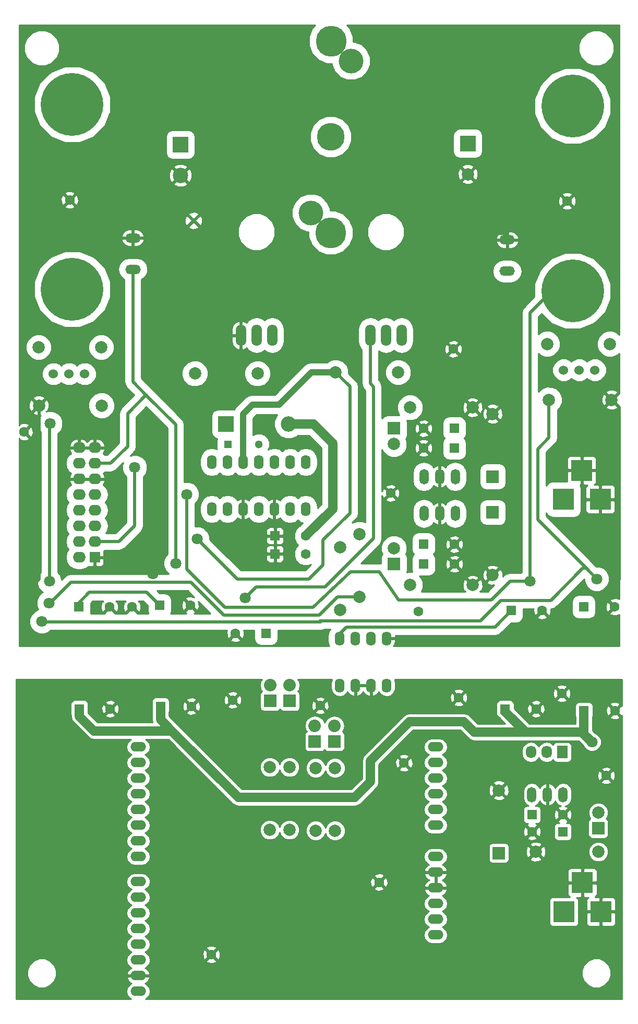
<source format=gtl>
G04 #@! TF.FileFunction,Copper,L1,Top,Signal*
%FSLAX45Y45*%
G04 Gerber Fmt 4.5, Leading zero omitted, Abs format (unit mm)*
G04 Created by KiCad (PCBNEW 4.0.4+e1-6308~48~ubuntu16.04.1-stable) date Mon Sep 19 20:15:37 2016*
%MOMM*%
%LPD*%
G01*
G04 APERTURE LIST*
%ADD10C,0.100000*%
%ADD11C,0.300000*%
%ADD12C,1.600000*%
%ADD13O,2.540000X1.524000*%
%ADD14C,2.500000*%
%ADD15R,2.500000X2.500000*%
%ADD16C,1.998980*%
%ADD17O,1.501140X2.499360*%
%ADD18R,1.300000X1.300000*%
%ADD19C,1.300000*%
%ADD20C,10.160000*%
%ADD21R,3.500120X3.500120*%
%ADD22R,1.998980X1.998980*%
%ADD23O,1.600000X2.300000*%
%ADD24R,1.727200X2.032000*%
%ADD25O,1.727200X2.032000*%
%ADD26R,2.032000X2.032000*%
%ADD27O,2.032000X2.032000*%
%ADD28R,2.000000X2.000000*%
%ADD29C,2.000000*%
%ADD30C,1.524000*%
%ADD31O,2.499360X1.501140*%
%ADD32O,1.699260X3.500120*%
%ADD33R,1.727200X1.727200*%
%ADD34O,2.100000X1.727200*%
%ADD35R,1.600000X1.600000*%
%ADD36C,5.000000*%
%ADD37C,4.000000*%
%ADD38C,4.500000*%
%ADD39C,1.800000*%
%ADD40C,0.500000*%
%ADD41C,1.500000*%
%ADD42C,1.000000*%
%ADD43C,0.254000*%
G04 APERTURE END LIST*
D10*
D11*
X2940457Y-14342228D02*
X3090457Y-14292228D01*
X2940457Y-14242228D01*
X3076171Y-14192228D02*
X3083314Y-14185086D01*
X3090457Y-14192228D01*
X3083314Y-14199371D01*
X3076171Y-14192228D01*
X3090457Y-14192228D01*
X2954743Y-14013657D02*
X2947600Y-14006514D01*
X2940457Y-13992228D01*
X2940457Y-13956514D01*
X2947600Y-13942228D01*
X2954743Y-13935086D01*
X2969029Y-13927943D01*
X2983314Y-13927943D01*
X3004743Y-13935086D01*
X3090457Y-14020800D01*
X3090457Y-13927943D01*
X3076171Y-13863657D02*
X3083314Y-13856514D01*
X3090457Y-13863657D01*
X3083314Y-13870800D01*
X3076171Y-13863657D01*
X3090457Y-13863657D01*
X2940457Y-13763657D02*
X2940457Y-13749371D01*
X2947600Y-13735086D01*
X2954743Y-13727943D01*
X2969029Y-13720800D01*
X2997600Y-13713657D01*
X3033314Y-13713657D01*
X3061886Y-13720800D01*
X3076171Y-13727943D01*
X3083314Y-13735086D01*
X3090457Y-13749371D01*
X3090457Y-13763657D01*
X3083314Y-13777943D01*
X3076171Y-13785086D01*
X3061886Y-13792228D01*
X3033314Y-13799371D01*
X2997600Y-13799371D01*
X2969029Y-13792228D01*
X2954743Y-13785086D01*
X2947600Y-13777943D01*
X2940457Y-13763657D01*
X3141257Y-16525028D02*
X3141257Y-16596457D01*
X2991257Y-16596457D01*
X3041257Y-16410743D02*
X3141257Y-16410743D01*
X3041257Y-16475028D02*
X3119829Y-16475028D01*
X3134114Y-16467886D01*
X3141257Y-16453600D01*
X3141257Y-16432171D01*
X3134114Y-16417886D01*
X3126971Y-16410743D01*
X3141257Y-16339314D02*
X3041257Y-16339314D01*
X2991257Y-16339314D02*
X2998400Y-16346457D01*
X3005543Y-16339314D01*
X2998400Y-16332171D01*
X2991257Y-16339314D01*
X3005543Y-16339314D01*
X3041257Y-16282171D02*
X3041257Y-16203600D01*
X3141257Y-16282171D01*
X3141257Y-16203600D01*
X2991257Y-16053600D02*
X3141257Y-16003600D01*
X2991257Y-15953600D01*
X3141257Y-15903600D02*
X3041257Y-15903600D01*
X2991257Y-15903600D02*
X2998400Y-15910743D01*
X3005543Y-15903600D01*
X2998400Y-15896457D01*
X2991257Y-15903600D01*
X3005543Y-15903600D01*
X3141257Y-15810743D02*
X3134114Y-15825028D01*
X3119829Y-15832171D01*
X2991257Y-15832171D01*
X3141257Y-15732171D02*
X3134114Y-15746457D01*
X3119829Y-15753600D01*
X2991257Y-15753600D01*
X3141257Y-15610743D02*
X3062686Y-15610743D01*
X3048400Y-15617886D01*
X3041257Y-15632171D01*
X3041257Y-15660743D01*
X3048400Y-15675028D01*
X3134114Y-15610743D02*
X3141257Y-15625028D01*
X3141257Y-15660743D01*
X3134114Y-15675028D01*
X3119829Y-15682171D01*
X3105543Y-15682171D01*
X3091257Y-15675028D01*
X3084114Y-15660743D01*
X3084114Y-15625028D01*
X3076971Y-15610743D01*
X2495143Y-16313028D02*
X2495143Y-16198743D01*
X2495143Y-16198743D02*
X2495143Y-16084457D01*
X2495143Y-16084457D02*
X2495143Y-15970171D01*
X2495143Y-15970171D02*
X2495143Y-15855886D01*
X2495143Y-15855886D02*
X2495143Y-15741600D01*
X2495143Y-15741600D02*
X2495143Y-15627314D01*
X2495143Y-15627314D02*
X2495143Y-15513028D01*
X2495143Y-15513028D02*
X2495143Y-15398743D01*
X2495143Y-15398743D02*
X2495143Y-15284457D01*
X2495143Y-15284457D02*
X2495143Y-15170171D01*
X2495143Y-15170171D02*
X2495143Y-15055886D01*
X2495143Y-15055886D02*
X2495143Y-14941600D01*
X2495143Y-14941600D02*
X2495143Y-14827314D01*
X2495143Y-14827314D02*
X2495143Y-14713029D01*
X2495143Y-14713029D02*
X2495143Y-14598743D01*
X2495143Y-14598743D02*
X2495143Y-14484457D01*
X2495143Y-14484457D02*
X2495143Y-14370171D01*
X2088743Y-16287628D02*
X2088743Y-16173343D01*
X2088743Y-16173343D02*
X2088743Y-16059057D01*
X2088743Y-16059057D02*
X2088743Y-15944771D01*
X2088743Y-15944771D02*
X2088743Y-15830486D01*
X2088743Y-15830486D02*
X2088743Y-15716200D01*
X2088743Y-15716200D02*
X2088743Y-15601914D01*
X2088743Y-15601914D02*
X2088743Y-15487628D01*
X2088743Y-15487628D02*
X2088743Y-15373343D01*
X2088743Y-15373343D02*
X2088743Y-15259057D01*
X2088743Y-15259057D02*
X2088743Y-15144771D01*
X2088743Y-15144771D02*
X2088743Y-15030486D01*
X2088743Y-15030486D02*
X2088743Y-14916200D01*
X2088743Y-14916200D02*
X2088743Y-14801914D01*
X2088743Y-14801914D02*
X2088743Y-14687629D01*
X2088743Y-14687629D02*
X2088743Y-14573343D01*
X2088743Y-14573343D02*
X2088743Y-14459057D01*
X2088743Y-14459057D02*
X2088743Y-14344771D01*
X2495143Y-16287628D02*
X2495143Y-16173343D01*
X2495143Y-16173343D02*
X2495143Y-16059057D01*
X2495143Y-16059057D02*
X2495143Y-15944771D01*
X2495143Y-15944771D02*
X2495143Y-15830486D01*
X2495143Y-15830486D02*
X2495143Y-15716200D01*
X2495143Y-15716200D02*
X2495143Y-15601914D01*
X2495143Y-15601914D02*
X2495143Y-15487628D01*
X2495143Y-15487628D02*
X2495143Y-15373343D01*
X2495143Y-15373343D02*
X2495143Y-15259057D01*
X2495143Y-15259057D02*
X2495143Y-15144771D01*
X2495143Y-15144771D02*
X2495143Y-15030486D01*
X2495143Y-15030486D02*
X2495143Y-14916200D01*
X2495143Y-14916200D02*
X2495143Y-14801914D01*
X2495143Y-14801914D02*
X2495143Y-14687629D01*
X2495143Y-14687629D02*
X2495143Y-14573343D01*
X2495143Y-14573343D02*
X2495143Y-14459057D01*
X2495143Y-14459057D02*
X2495143Y-14344771D01*
X2353857Y-16053114D02*
X2353857Y-16124543D01*
X2203857Y-16124543D01*
X2311000Y-16010257D02*
X2311000Y-15938828D01*
X2353857Y-16024543D02*
X2203857Y-15974543D01*
X2353857Y-15924543D01*
X2311000Y-15881686D02*
X2311000Y-15810257D01*
X2353857Y-15895971D02*
X2203857Y-15845971D01*
X2353857Y-15795971D01*
X2346714Y-15753114D02*
X2353857Y-15731686D01*
X2353857Y-15695971D01*
X2346714Y-15681686D01*
X2339571Y-15674543D01*
X2325286Y-15667400D01*
X2311000Y-15667400D01*
X2296714Y-15674543D01*
X2289571Y-15681686D01*
X2282429Y-15695971D01*
X2275286Y-15724543D01*
X2268143Y-15738829D01*
X2261000Y-15745971D01*
X2246714Y-15753114D01*
X2232429Y-15753114D01*
X2218143Y-15745971D01*
X2211000Y-15738829D01*
X2203857Y-15724543D01*
X2203857Y-15688829D01*
X2211000Y-15667400D01*
X2296714Y-15488829D02*
X2296714Y-15374543D01*
X2339571Y-15103114D02*
X2346714Y-15110257D01*
X2353857Y-15131686D01*
X2353857Y-15145971D01*
X2346714Y-15167400D01*
X2332429Y-15181686D01*
X2318143Y-15188829D01*
X2289571Y-15195971D01*
X2268143Y-15195971D01*
X2239571Y-15188829D01*
X2225286Y-15181686D01*
X2211000Y-15167400D01*
X2203857Y-15145971D01*
X2203857Y-15131686D01*
X2211000Y-15110257D01*
X2218143Y-15103114D01*
X2353857Y-15038829D02*
X2203857Y-15038829D01*
X2353857Y-14953114D01*
X2203857Y-14953114D01*
X2353857Y-14795971D02*
X2282429Y-14845971D01*
X2353857Y-14881686D02*
X2203857Y-14881686D01*
X2203857Y-14824543D01*
X2211000Y-14810257D01*
X2218143Y-14803114D01*
X2232429Y-14795971D01*
X2253857Y-14795971D01*
X2268143Y-14803114D01*
X2275286Y-14810257D01*
X2282429Y-14824543D01*
X2282429Y-14881686D01*
X2346714Y-14738829D02*
X2353857Y-14717400D01*
X2353857Y-14681686D01*
X2346714Y-14667400D01*
X2339571Y-14660257D01*
X2325286Y-14653114D01*
X2311000Y-14653114D01*
X2296714Y-14660257D01*
X2289571Y-14667400D01*
X2282429Y-14681686D01*
X2275286Y-14710257D01*
X2268143Y-14724543D01*
X2261000Y-14731686D01*
X2246714Y-14738829D01*
X2232429Y-14738829D01*
X2218143Y-14731686D01*
X2211000Y-14724543D01*
X2203857Y-14710257D01*
X2203857Y-14674543D01*
X2211000Y-14653114D01*
X2732486Y-16534428D02*
X2732486Y-16484428D01*
X2811057Y-16463000D02*
X2811057Y-16534428D01*
X2661057Y-16534428D01*
X2661057Y-16463000D01*
X2811057Y-16377286D02*
X2803914Y-16391571D01*
X2789629Y-16398714D01*
X2661057Y-16398714D01*
X2803914Y-16263000D02*
X2811057Y-16277286D01*
X2811057Y-16305857D01*
X2803914Y-16320143D01*
X2789629Y-16327286D01*
X2732486Y-16327286D01*
X2718200Y-16320143D01*
X2711057Y-16305857D01*
X2711057Y-16277286D01*
X2718200Y-16263000D01*
X2732486Y-16255857D01*
X2746771Y-16255857D01*
X2761057Y-16327286D01*
X2811057Y-16191571D02*
X2711057Y-16191571D01*
X2725343Y-16191571D02*
X2718200Y-16184429D01*
X2711057Y-16170143D01*
X2711057Y-16148714D01*
X2718200Y-16134429D01*
X2732486Y-16127286D01*
X2811057Y-16127286D01*
X2732486Y-16127286D02*
X2718200Y-16120143D01*
X2711057Y-16105857D01*
X2711057Y-16084429D01*
X2718200Y-16070143D01*
X2732486Y-16063000D01*
X2811057Y-16063000D01*
X2803914Y-15934429D02*
X2811057Y-15948714D01*
X2811057Y-15977286D01*
X2803914Y-15991571D01*
X2789629Y-15998714D01*
X2732486Y-15998714D01*
X2718200Y-15991571D01*
X2711057Y-15977286D01*
X2711057Y-15948714D01*
X2718200Y-15934429D01*
X2732486Y-15927286D01*
X2746771Y-15927286D01*
X2761057Y-15998714D01*
X2711057Y-15863000D02*
X2811057Y-15863000D01*
X2725343Y-15863000D02*
X2718200Y-15855857D01*
X2711057Y-15841571D01*
X2711057Y-15820143D01*
X2718200Y-15805857D01*
X2732486Y-15798714D01*
X2811057Y-15798714D01*
X2711057Y-15748714D02*
X2711057Y-15691571D01*
X2661057Y-15727286D02*
X2789629Y-15727286D01*
X2803914Y-15720143D01*
X2811057Y-15705857D01*
X2811057Y-15691571D01*
X2811057Y-15577286D02*
X2732486Y-15577286D01*
X2718200Y-15584429D01*
X2711057Y-15598714D01*
X2711057Y-15627286D01*
X2718200Y-15641571D01*
X2803914Y-15577286D02*
X2811057Y-15591571D01*
X2811057Y-15627286D01*
X2803914Y-15641571D01*
X2789629Y-15648714D01*
X2775343Y-15648714D01*
X2761057Y-15641571D01*
X2753914Y-15627286D01*
X2753914Y-15591571D01*
X2746771Y-15577286D01*
X2811057Y-15505857D02*
X2711057Y-15505857D01*
X2739629Y-15505857D02*
X2725343Y-15498714D01*
X2718200Y-15491571D01*
X2711057Y-15477286D01*
X2711057Y-15463000D01*
X2711057Y-15427286D02*
X2811057Y-15391571D01*
X2711057Y-15355857D02*
X2811057Y-15391571D01*
X2846771Y-15405857D01*
X2853914Y-15413000D01*
X2861057Y-15427286D01*
X2811057Y-15184429D02*
X2661057Y-15184429D01*
X2661057Y-15127286D01*
X2668200Y-15113000D01*
X2675343Y-15105857D01*
X2689629Y-15098714D01*
X2711057Y-15098714D01*
X2725343Y-15105857D01*
X2732486Y-15113000D01*
X2739629Y-15127286D01*
X2739629Y-15184429D01*
X2811057Y-15013000D02*
X2803914Y-15027286D01*
X2796771Y-15034429D01*
X2782486Y-15041571D01*
X2739629Y-15041571D01*
X2725343Y-15034429D01*
X2718200Y-15027286D01*
X2711057Y-15013000D01*
X2711057Y-14991571D01*
X2718200Y-14977286D01*
X2725343Y-14970143D01*
X2739629Y-14963000D01*
X2782486Y-14963000D01*
X2796771Y-14970143D01*
X2803914Y-14977286D01*
X2811057Y-14991571D01*
X2811057Y-15013000D01*
X2711057Y-14913000D02*
X2811057Y-14884429D01*
X2739629Y-14855857D01*
X2811057Y-14827286D01*
X2711057Y-14798714D01*
X2803914Y-14684429D02*
X2811057Y-14698714D01*
X2811057Y-14727286D01*
X2803914Y-14741571D01*
X2789629Y-14748714D01*
X2732486Y-14748714D01*
X2718200Y-14741571D01*
X2711057Y-14727286D01*
X2711057Y-14698714D01*
X2718200Y-14684429D01*
X2732486Y-14677286D01*
X2746771Y-14677286D01*
X2761057Y-14748714D01*
X2811057Y-14613000D02*
X2711057Y-14613000D01*
X2739629Y-14613000D02*
X2725343Y-14605857D01*
X2718200Y-14598714D01*
X2711057Y-14584429D01*
X2711057Y-14570143D01*
X2811057Y-14405857D02*
X2661057Y-14405857D01*
X2768200Y-14355857D01*
X2661057Y-14305857D01*
X2811057Y-14305857D01*
X2811057Y-14213000D02*
X2803914Y-14227286D01*
X2796771Y-14234429D01*
X2782486Y-14241571D01*
X2739629Y-14241571D01*
X2725343Y-14234429D01*
X2718200Y-14227286D01*
X2711057Y-14213000D01*
X2711057Y-14191571D01*
X2718200Y-14177286D01*
X2725343Y-14170143D01*
X2739629Y-14163000D01*
X2782486Y-14163000D01*
X2796771Y-14170143D01*
X2803914Y-14177286D01*
X2811057Y-14191571D01*
X2811057Y-14213000D01*
X2811057Y-14034429D02*
X2661057Y-14034429D01*
X2803914Y-14034429D02*
X2811057Y-14048714D01*
X2811057Y-14077286D01*
X2803914Y-14091571D01*
X2796771Y-14098714D01*
X2782486Y-14105857D01*
X2739629Y-14105857D01*
X2725343Y-14098714D01*
X2718200Y-14091571D01*
X2711057Y-14077286D01*
X2711057Y-14048714D01*
X2718200Y-14034429D01*
X2711057Y-13898714D02*
X2811057Y-13898714D01*
X2711057Y-13963000D02*
X2789629Y-13963000D01*
X2803914Y-13955857D01*
X2811057Y-13941571D01*
X2811057Y-13920143D01*
X2803914Y-13905857D01*
X2796771Y-13898714D01*
X2811057Y-13805857D02*
X2803914Y-13820143D01*
X2789629Y-13827286D01*
X2661057Y-13827286D01*
X2803914Y-13691571D02*
X2811057Y-13705857D01*
X2811057Y-13734429D01*
X2803914Y-13748714D01*
X2789629Y-13755857D01*
X2732486Y-13755857D01*
X2718200Y-13748714D01*
X2711057Y-13734429D01*
X2711057Y-13705857D01*
X2718200Y-13691571D01*
X2732486Y-13684429D01*
X2746771Y-13684429D01*
X2761057Y-13755857D01*
D12*
X8407400Y-11277600D03*
X6813000Y-12805000D03*
X3760320Y-11203720D03*
X10734000Y-12609000D03*
X11454000Y-13939000D03*
X5049000Y-16842000D03*
X7769000Y-15668000D03*
X8175000Y-13733000D03*
X5392000Y-12713000D03*
X9063000Y-12676000D03*
X10820440Y-4625040D03*
X2748320Y-4604720D03*
X7960400Y-9359600D03*
X8976400Y-7022800D03*
X2010600Y-8363200D03*
D13*
X8688070Y-13474192D03*
X8688070Y-13728192D03*
X8688070Y-13982192D03*
X8688070Y-14744192D03*
X8688070Y-14490192D03*
X8688070Y-14236192D03*
X8688070Y-15252192D03*
X8688070Y-15506192D03*
X8688070Y-15760192D03*
X8688070Y-16268192D03*
X8688070Y-16522192D03*
X3862070Y-13474192D03*
X3862070Y-13728192D03*
X3862070Y-13982192D03*
X3862070Y-14236192D03*
X3862070Y-14490192D03*
X3862070Y-14744192D03*
X3862070Y-14998192D03*
X3862070Y-15252192D03*
X3862070Y-15658592D03*
X3862070Y-15912592D03*
X3862070Y-16166592D03*
X3862070Y-16420592D03*
X3862070Y-16674592D03*
X3862070Y-16928592D03*
X3862070Y-17182592D03*
X3862070Y-17436592D03*
X8688070Y-16014192D03*
D14*
X6302820Y-8237596D03*
D15*
X5286820Y-8237596D03*
D16*
X7137400Y-10236200D03*
X7137400Y-11252200D03*
X7447280Y-10022840D03*
X7447280Y-11038840D03*
D17*
X8753040Y-9089840D03*
X9007040Y-9089840D03*
X8499040Y-9089840D03*
D18*
X5314760Y-8570590D03*
D19*
X5814760Y-8570590D03*
D20*
X10911840Y-3083560D03*
X10911840Y-6080760D03*
X2789428Y-3055620D03*
X2789428Y-6052820D03*
D21*
X10759986Y-9460000D03*
X11359934Y-9460000D03*
X11059960Y-8990100D03*
X10770362Y-16145256D03*
X11370310Y-16145256D03*
X11070336Y-15675356D03*
D16*
X9613294Y-10685840D03*
D22*
X9613294Y-9669840D03*
D16*
X9612786Y-8073840D03*
D22*
X9612786Y-9089840D03*
D16*
X9713722Y-14178280D03*
D22*
X9713722Y-15194280D03*
D23*
X5054410Y-9618340D03*
X5308410Y-9618340D03*
X5562410Y-9618340D03*
X5816410Y-9618340D03*
X6070410Y-9618340D03*
X6324410Y-9618340D03*
X6578410Y-9618340D03*
X6578410Y-8856340D03*
X6324410Y-8856340D03*
X6070410Y-8856340D03*
X5816410Y-8856340D03*
X5562410Y-8856340D03*
X5308410Y-8856340D03*
X5054410Y-8856340D03*
D17*
X8753040Y-9689840D03*
X9007040Y-9689840D03*
X8499040Y-9689840D03*
X10502916Y-14247360D03*
X10248916Y-14247360D03*
X10756916Y-14247360D03*
D24*
X10742916Y-13557360D03*
D25*
X10488916Y-13557360D03*
X10234916Y-13557360D03*
D26*
X6002020Y-12729210D03*
D27*
X6002020Y-12475210D03*
D26*
X7043928Y-13383006D03*
D27*
X7043928Y-13129006D03*
D26*
X6319520Y-12729210D03*
D27*
X6319520Y-12475210D03*
D26*
X6726428Y-13383006D03*
D27*
X6726428Y-13129006D03*
D28*
X8013040Y-10509840D03*
D29*
X8013040Y-10255840D03*
D28*
X8013040Y-8309840D03*
D29*
X8013040Y-8563840D03*
D28*
X11327916Y-14792360D03*
D29*
X11327916Y-14538360D03*
D23*
X7131050Y-12476480D03*
X7385050Y-12476480D03*
X7639050Y-12476480D03*
X7893050Y-12476480D03*
X7893050Y-11714480D03*
X7639050Y-11714480D03*
X7385050Y-11714480D03*
X7131050Y-11714480D03*
D30*
X11019790Y-7362190D03*
X10765790Y-7362190D03*
X11273790Y-7362190D03*
X2738882Y-7426198D03*
X2484882Y-7426198D03*
X2992882Y-7426198D03*
D16*
X8273040Y-10849840D03*
X9289040Y-10849840D03*
X8273040Y-7969840D03*
X9289040Y-7969840D03*
D31*
X9850120Y-5760720D03*
X9850120Y-5252720D03*
X3774440Y-5222240D03*
X3774440Y-5730240D03*
D16*
X11329416Y-15173960D03*
X10313416Y-15173960D03*
X8080000Y-7400000D03*
X7064000Y-7400000D03*
X4780000Y-7420000D03*
X5796000Y-7420000D03*
X5997448Y-14818106D03*
X5997448Y-13802106D03*
X7056628Y-14830806D03*
X7056628Y-13814806D03*
X6314948Y-14818106D03*
X6314948Y-13802106D03*
X6739128Y-14830806D03*
X6739128Y-13814806D03*
X10500360Y-6939280D03*
X11516360Y-6939280D03*
X11544808Y-7845552D03*
X10528808Y-7845552D03*
X3259582Y-6994398D03*
X2243582Y-6994398D03*
X2249170Y-7937754D03*
X3265170Y-7937754D03*
D29*
X9210040Y-4188080D03*
D15*
X9210040Y-3688080D03*
D14*
X4546600Y-4208400D03*
D15*
X4546600Y-3708400D03*
D32*
X7880000Y-6800000D03*
X7626000Y-6800000D03*
X8134000Y-6800000D03*
X5780000Y-6800000D03*
X5526000Y-6800000D03*
X6034000Y-6800000D03*
D12*
X4826000Y-5384800D03*
D33*
X3156712Y-10401300D03*
D34*
X2902712Y-10401300D03*
X3156712Y-10147300D03*
X2902712Y-10147300D03*
X3156712Y-9893300D03*
X2902712Y-9893300D03*
X3156712Y-9639300D03*
X2902712Y-9639300D03*
X3156712Y-9385300D03*
X2902712Y-9385300D03*
X3156712Y-9131300D03*
X2902712Y-9131300D03*
X3156712Y-8877300D03*
X2902712Y-8877300D03*
X3156712Y-8623300D03*
X2902712Y-8623300D03*
D35*
X5938520Y-11633200D03*
D12*
X5438520Y-11633200D03*
D35*
X11096000Y-12888000D03*
D12*
X11596000Y-12888000D03*
D35*
X2897500Y-11202500D03*
D12*
X3397500Y-11202500D03*
D35*
X2907500Y-12857500D03*
D12*
X3407500Y-12857500D03*
D35*
X11092500Y-11205000D03*
D12*
X11592500Y-11205000D03*
D35*
X9817500Y-12857500D03*
D12*
X10317500Y-12857500D03*
D35*
X9917500Y-11265000D03*
D12*
X10417500Y-11265000D03*
D35*
X4222500Y-12815000D03*
D12*
X4722500Y-12815000D03*
D35*
X4205000Y-11177500D03*
D12*
X4705000Y-11177500D03*
D35*
X10752916Y-14847360D03*
D12*
X10252916Y-14847360D03*
D35*
X10252916Y-14572360D03*
D12*
X10752916Y-14572360D03*
D35*
X8993040Y-8309840D03*
D12*
X8493040Y-8309840D03*
D35*
X8993040Y-8629840D03*
D12*
X8493040Y-8629840D03*
D35*
X8493040Y-10509840D03*
D12*
X8993040Y-10509840D03*
D35*
X8493040Y-10189840D03*
D12*
X8993040Y-10189840D03*
D36*
X6990080Y-2030060D03*
X6985000Y-5136480D03*
D37*
X7312660Y-2350100D03*
X6662420Y-4813900D03*
D38*
X6985000Y-3582000D03*
D35*
X6081840Y-10343510D03*
D12*
X6581840Y-10343510D03*
D35*
X6081840Y-10053950D03*
D12*
X6581840Y-10053950D03*
D39*
X2123440Y-10830560D03*
X10007600Y-10378440D03*
X11587480Y-10845800D03*
X4099560Y-10668000D03*
X3982720Y-8300720D03*
X5593080Y-11059160D03*
X3804920Y-8940800D03*
X2413000Y-11140440D03*
X4815840Y-10099040D03*
X2296160Y-11440160D03*
X11303000Y-10749280D03*
X4470400Y-10495280D03*
X2418080Y-10789920D03*
X2433320Y-8229600D03*
X11226000Y-13394000D03*
X10220960Y-10784840D03*
X4648200Y-9377680D03*
D40*
X2123440Y-10830560D02*
X2174240Y-10830560D01*
X2249170Y-10755630D02*
X2249170Y-7937754D01*
X2174240Y-10830560D02*
X2249170Y-10755630D01*
X9199880Y-6289040D02*
X9199880Y-6471920D01*
X9199880Y-6471920D02*
X10007600Y-7279640D01*
X10007600Y-7279640D02*
X10007600Y-10378440D01*
X9199880Y-6289040D02*
X9199880Y-5532120D01*
X9199880Y-6304280D02*
X9199880Y-6289040D01*
X9199880Y-5532120D02*
X9585960Y-5146040D01*
X9585960Y-5146040D02*
X9855200Y-5146040D01*
X9855200Y-4833240D02*
X9210040Y-4188080D01*
X9855200Y-5146040D02*
X9855200Y-4833240D01*
X11668760Y-7969504D02*
X11544808Y-7845552D01*
X11668760Y-10764520D02*
X11668760Y-7969504D01*
X11587480Y-10845800D02*
X11668760Y-10764520D01*
X4099560Y-8417560D02*
X4099560Y-10668000D01*
X3982720Y-8300720D02*
X4099560Y-8417560D01*
D41*
X6302820Y-8237596D02*
X6708966Y-8237596D01*
X6708966Y-8237596D02*
X7021640Y-8550270D01*
X7021640Y-8550270D02*
X7021640Y-9614150D01*
X7021640Y-9614150D02*
X6581840Y-10053950D01*
D40*
X5593080Y-11059160D02*
X5770880Y-10881360D01*
X5770880Y-10881360D02*
X6893560Y-10881360D01*
X6893560Y-10881360D02*
X7680960Y-10093960D01*
X7680960Y-10093960D02*
X7680960Y-7635240D01*
X7680960Y-7635240D02*
X7626000Y-7580280D01*
X7626000Y-7580280D02*
X7626000Y-6800000D01*
X9650900Y-11531600D02*
X9917500Y-11265000D01*
X7239000Y-11531600D02*
X9650900Y-11531600D01*
X7131050Y-11639550D02*
X7239000Y-11531600D01*
X7131050Y-11714480D02*
X7131050Y-11639550D01*
X2897500Y-11202500D02*
X2897500Y-11138540D01*
X2897500Y-11138540D02*
X3068320Y-10967720D01*
X3995220Y-10967720D02*
X4205000Y-11177500D01*
X3068320Y-10967720D02*
X3995220Y-10967720D01*
X3156712Y-10147300D02*
X3548380Y-10147300D01*
X3804920Y-9890760D02*
X3804920Y-8940800D01*
X3548380Y-10147300D02*
X3804920Y-9890760D01*
X2413000Y-11140440D02*
X2433320Y-11140440D01*
X4719320Y-10805160D02*
X5247640Y-11333480D01*
X2768600Y-10805160D02*
X4719320Y-10805160D01*
X2433320Y-11140440D02*
X2768600Y-10805160D01*
X5247640Y-11333480D02*
X6802120Y-11333480D01*
X5247640Y-11333480D02*
X5247640Y-11333480D01*
X7096760Y-11038840D02*
X7447280Y-11038840D01*
X6802120Y-11333480D02*
X7096760Y-11038840D01*
D42*
X7064000Y-7400000D02*
X6671600Y-7400000D01*
X5562410Y-8077390D02*
X5562410Y-8856340D01*
X5715000Y-7924800D02*
X5562410Y-8077390D01*
X6146800Y-7924800D02*
X5715000Y-7924800D01*
X6671600Y-7400000D02*
X6146800Y-7924800D01*
D40*
X7294880Y-7630880D02*
X7064000Y-7400000D01*
X7294880Y-9682480D02*
X7294880Y-7630880D01*
X6858000Y-10119360D02*
X7294880Y-9682480D01*
X6858000Y-10520680D02*
X6858000Y-10119360D01*
X6629400Y-10749280D02*
X6858000Y-10520680D01*
X5471160Y-10749280D02*
X6629400Y-10749280D01*
X4815840Y-10099040D02*
X5471160Y-10749280D01*
X2367280Y-11445240D02*
X2301240Y-11445240D01*
X11076940Y-10579100D02*
X10556240Y-11099800D01*
X10556240Y-11099800D02*
X9743440Y-11099800D01*
X9743440Y-11099800D02*
X9413240Y-11430000D01*
X9413240Y-11430000D02*
X6807200Y-11430000D01*
X6807200Y-11430000D02*
X6822440Y-11445240D01*
X6822440Y-11445240D02*
X2367280Y-11445240D01*
X11132820Y-10579100D02*
X11076940Y-10579100D01*
X2301240Y-11445240D02*
X2296160Y-11440160D01*
X10528808Y-7845552D02*
X10528808Y-8455152D01*
X10342880Y-9789160D02*
X11132820Y-10579100D01*
X11132820Y-10579100D02*
X11303000Y-10749280D01*
X10342880Y-8641080D02*
X10342880Y-9789160D01*
X10528808Y-8455152D02*
X10342880Y-8641080D01*
X4470400Y-8249920D02*
X4470400Y-10495280D01*
X4008120Y-7787640D02*
X4470400Y-8249920D01*
X3774440Y-7553960D02*
X4008120Y-7787640D01*
X3774440Y-5725160D02*
X3774440Y-7553960D01*
X3156712Y-8877300D02*
X3411220Y-8877300D01*
X3688080Y-8067040D02*
X3987800Y-7767320D01*
X3688080Y-8600440D02*
X3688080Y-8067040D01*
X3411220Y-8877300D02*
X3688080Y-8600440D01*
X3987800Y-7767320D02*
X4008120Y-7787640D01*
X2418080Y-8244840D02*
X2418080Y-10789920D01*
X2433320Y-8229600D02*
X2418080Y-8244840D01*
D41*
X2907500Y-12857500D02*
X2907500Y-12977500D01*
X3143000Y-13213000D02*
X4406000Y-13213000D01*
X2907500Y-12977500D02*
X3143000Y-13213000D01*
X10150000Y-13235000D02*
X9315000Y-13235000D01*
X9315000Y-13235000D02*
X9145000Y-13065000D01*
X9145000Y-13065000D02*
X8264000Y-13065000D01*
X8264000Y-13065000D02*
X7628000Y-13701000D01*
X7628000Y-13701000D02*
X7628000Y-14042000D01*
X7628000Y-14042000D02*
X7376000Y-14294000D01*
X7376000Y-14294000D02*
X5487000Y-14294000D01*
X5487000Y-14294000D02*
X4406000Y-13213000D01*
X4222500Y-13029500D02*
X4222500Y-12815000D01*
X4406000Y-13213000D02*
X4222500Y-13029500D01*
X9817500Y-12857500D02*
X9817500Y-12902500D01*
X9817500Y-12902500D02*
X10150000Y-13235000D01*
X10150000Y-13235000D02*
X11096000Y-13235000D01*
X11096000Y-13264000D02*
X11096000Y-13235000D01*
X11096000Y-13235000D02*
X11096000Y-12888000D01*
X11226000Y-13394000D02*
X11096000Y-13264000D01*
D40*
X9931400Y-10784840D02*
X9897660Y-10784840D01*
X9897660Y-10784840D02*
X9592860Y-11089640D01*
X10220960Y-10784840D02*
X9931400Y-10784840D01*
X10220960Y-10784840D02*
X10220960Y-6435960D01*
X10220960Y-6435960D02*
X10576160Y-6080760D01*
X10576160Y-6080760D02*
X10911840Y-6080760D01*
X4648200Y-10591800D02*
X4648200Y-9377680D01*
X4648200Y-9377680D02*
X4648200Y-9372600D01*
X5262880Y-11206480D02*
X4648200Y-10591800D01*
X6700881Y-11206480D02*
X5262880Y-11206480D01*
X7307482Y-10632440D02*
X6700881Y-11206480D01*
X9592860Y-11089640D02*
X8083498Y-11089640D01*
X8083498Y-11089640D02*
X7770570Y-10632440D01*
X7770570Y-10632440D02*
X7307482Y-10632440D01*
D43*
G36*
X5846253Y-12412029D02*
X5833685Y-12475210D01*
X5846253Y-12538391D01*
X5868970Y-12572389D01*
X5855276Y-12581201D01*
X5840777Y-12602421D01*
X5835676Y-12627610D01*
X5835676Y-12830810D01*
X5840104Y-12854342D01*
X5854011Y-12875954D01*
X5875231Y-12890453D01*
X5900420Y-12895554D01*
X6103620Y-12895554D01*
X6127152Y-12891126D01*
X6148764Y-12877219D01*
X6160898Y-12859461D01*
X6171511Y-12875954D01*
X6192731Y-12890453D01*
X6217920Y-12895554D01*
X6421120Y-12895554D01*
X6444652Y-12891126D01*
X6466264Y-12877219D01*
X6480763Y-12855999D01*
X6485864Y-12830810D01*
X6485864Y-12783322D01*
X6668303Y-12783322D01*
X6671022Y-12840345D01*
X6687614Y-12880400D01*
X6712225Y-12887814D01*
X6795039Y-12805000D01*
X6830960Y-12805000D01*
X6913774Y-12887814D01*
X6938386Y-12880400D01*
X6957696Y-12826678D01*
X6955317Y-12776774D01*
X8980186Y-12776774D01*
X8987600Y-12801386D01*
X9041322Y-12820696D01*
X9098345Y-12817978D01*
X9138401Y-12801386D01*
X9145814Y-12776774D01*
X9063000Y-12693960D01*
X8980186Y-12776774D01*
X6955317Y-12776774D01*
X6954978Y-12769655D01*
X6938386Y-12729599D01*
X6913774Y-12722186D01*
X6830960Y-12805000D01*
X6795039Y-12805000D01*
X6712225Y-12722186D01*
X6687614Y-12729599D01*
X6668303Y-12783322D01*
X6485864Y-12783322D01*
X6485864Y-12704225D01*
X6730186Y-12704225D01*
X6813000Y-12787039D01*
X6895814Y-12704225D01*
X6888400Y-12679614D01*
X6834678Y-12660303D01*
X6777655Y-12663022D01*
X6737599Y-12679614D01*
X6730186Y-12704225D01*
X6485864Y-12704225D01*
X6485864Y-12627610D01*
X6481436Y-12604078D01*
X6467529Y-12582466D01*
X6452636Y-12572290D01*
X6475287Y-12538391D01*
X6487854Y-12475210D01*
X6475287Y-12412029D01*
X6454487Y-12380900D01*
X6999922Y-12380900D01*
X6998473Y-12383068D01*
X6987550Y-12437983D01*
X6987550Y-12514977D01*
X6998473Y-12569892D01*
X7029580Y-12616447D01*
X7076135Y-12647554D01*
X7131050Y-12658477D01*
X7185965Y-12647554D01*
X7232520Y-12616447D01*
X7257765Y-12578665D01*
X7292560Y-12621930D01*
X7341868Y-12648917D01*
X7350146Y-12650670D01*
X7372350Y-12638471D01*
X7372350Y-12489180D01*
X7397750Y-12489180D01*
X7397750Y-12638471D01*
X7419954Y-12650670D01*
X7428232Y-12648917D01*
X7477540Y-12621930D01*
X7512050Y-12579019D01*
X7546560Y-12621930D01*
X7595868Y-12648917D01*
X7604146Y-12650670D01*
X7626350Y-12638471D01*
X7626350Y-12489180D01*
X7397750Y-12489180D01*
X7372350Y-12489180D01*
X7370350Y-12489180D01*
X7370350Y-12463780D01*
X7372350Y-12463780D01*
X7372350Y-12461780D01*
X7397750Y-12461780D01*
X7397750Y-12463780D01*
X7626350Y-12463780D01*
X7626350Y-12461780D01*
X7651750Y-12461780D01*
X7651750Y-12463780D01*
X7653750Y-12463780D01*
X7653750Y-12489180D01*
X7651750Y-12489180D01*
X7651750Y-12638471D01*
X7673954Y-12650670D01*
X7682232Y-12648917D01*
X7731540Y-12621930D01*
X7766335Y-12578665D01*
X7791580Y-12616447D01*
X7838135Y-12647554D01*
X7893050Y-12658477D01*
X7913937Y-12654322D01*
X8918304Y-12654322D01*
X8921022Y-12711345D01*
X8937614Y-12751400D01*
X8962226Y-12758814D01*
X9045040Y-12676000D01*
X9080961Y-12676000D01*
X9163775Y-12758814D01*
X9188386Y-12751400D01*
X9203348Y-12709774D01*
X10651186Y-12709774D01*
X10658600Y-12734386D01*
X10712322Y-12753696D01*
X10769345Y-12750978D01*
X10809401Y-12734386D01*
X10816814Y-12709774D01*
X10734000Y-12626960D01*
X10651186Y-12709774D01*
X9203348Y-12709774D01*
X9207697Y-12697678D01*
X9204978Y-12640655D01*
X9188386Y-12600599D01*
X9163775Y-12593186D01*
X9080961Y-12676000D01*
X9045040Y-12676000D01*
X8962226Y-12593186D01*
X8937614Y-12600599D01*
X8918304Y-12654322D01*
X7913937Y-12654322D01*
X7947965Y-12647554D01*
X7994520Y-12616447D01*
X8022063Y-12575225D01*
X8980186Y-12575225D01*
X9063000Y-12658039D01*
X9133717Y-12587322D01*
X10589304Y-12587322D01*
X10592022Y-12644345D01*
X10608614Y-12684400D01*
X10633226Y-12691814D01*
X10716040Y-12609000D01*
X10751961Y-12609000D01*
X10834775Y-12691814D01*
X10859386Y-12684400D01*
X10878697Y-12630678D01*
X10875978Y-12573655D01*
X10859386Y-12533599D01*
X10834775Y-12526186D01*
X10751961Y-12609000D01*
X10716040Y-12609000D01*
X10633226Y-12526186D01*
X10608614Y-12533599D01*
X10589304Y-12587322D01*
X9133717Y-12587322D01*
X9145814Y-12575225D01*
X9138401Y-12550614D01*
X9084678Y-12531303D01*
X9027655Y-12534022D01*
X8987600Y-12550614D01*
X8980186Y-12575225D01*
X8022063Y-12575225D01*
X8025627Y-12569892D01*
X8036550Y-12514977D01*
X8036550Y-12508225D01*
X10651186Y-12508225D01*
X10734000Y-12591039D01*
X10816814Y-12508225D01*
X10809401Y-12483614D01*
X10755678Y-12464303D01*
X10698655Y-12467022D01*
X10658600Y-12483614D01*
X10651186Y-12508225D01*
X8036550Y-12508225D01*
X8036550Y-12437983D01*
X8025627Y-12383068D01*
X8024178Y-12380900D01*
X11713450Y-12380900D01*
X11713450Y-12810209D01*
X11696774Y-12805186D01*
X11613960Y-12888000D01*
X11696774Y-12970814D01*
X11713450Y-12965791D01*
X11713450Y-17558450D01*
X3980850Y-17558450D01*
X4015385Y-17535375D01*
X4045668Y-17490053D01*
X4056302Y-17436592D01*
X4045668Y-17383131D01*
X4015385Y-17337809D01*
X3971759Y-17308659D01*
X3978064Y-17306798D01*
X4020633Y-17272395D01*
X4046796Y-17224320D01*
X4048292Y-17216899D01*
X4036042Y-17195292D01*
X3874770Y-17195292D01*
X3874770Y-17197292D01*
X3849370Y-17197292D01*
X3849370Y-17195292D01*
X3688098Y-17195292D01*
X3675848Y-17216899D01*
X3677344Y-17224320D01*
X3703507Y-17272395D01*
X3746076Y-17306798D01*
X3752381Y-17308659D01*
X3708755Y-17337809D01*
X3678472Y-17383131D01*
X3667838Y-17436592D01*
X3678472Y-17490053D01*
X3708755Y-17535375D01*
X3743289Y-17558450D01*
X1876977Y-17558450D01*
X1876959Y-17549022D01*
X1878570Y-17540924D01*
X1878570Y-17188108D01*
X2057345Y-17188108D01*
X2093579Y-17275800D01*
X2160613Y-17342952D01*
X2248242Y-17379339D01*
X2343126Y-17379421D01*
X2430818Y-17343187D01*
X2497970Y-17276153D01*
X2534357Y-17188524D01*
X2534357Y-17188108D01*
X11057327Y-17188108D01*
X11093561Y-17275800D01*
X11160595Y-17342952D01*
X11248224Y-17379339D01*
X11343108Y-17379421D01*
X11430800Y-17343187D01*
X11497952Y-17276153D01*
X11534338Y-17188524D01*
X11534421Y-17093640D01*
X11498187Y-17005948D01*
X11431153Y-16938796D01*
X11343524Y-16902410D01*
X11248640Y-16902327D01*
X11160948Y-16938561D01*
X11093796Y-17005595D01*
X11057410Y-17093224D01*
X11057327Y-17188108D01*
X2534357Y-17188108D01*
X2534439Y-17093640D01*
X2498205Y-17005948D01*
X2431171Y-16938796D01*
X2343542Y-16902410D01*
X2248658Y-16902327D01*
X2160966Y-16938561D01*
X2093814Y-17005595D01*
X2057427Y-17093224D01*
X2057345Y-17188108D01*
X1878570Y-17188108D01*
X1878570Y-15658592D01*
X3667838Y-15658592D01*
X3678472Y-15712053D01*
X3708755Y-15757375D01*
X3750985Y-15785592D01*
X3708755Y-15813809D01*
X3678472Y-15859131D01*
X3667838Y-15912592D01*
X3678472Y-15966053D01*
X3708755Y-16011375D01*
X3750985Y-16039592D01*
X3708755Y-16067809D01*
X3678472Y-16113131D01*
X3667838Y-16166592D01*
X3678472Y-16220053D01*
X3708755Y-16265375D01*
X3750985Y-16293592D01*
X3708755Y-16321809D01*
X3678472Y-16367131D01*
X3667838Y-16420592D01*
X3678472Y-16474053D01*
X3708755Y-16519375D01*
X3750985Y-16547592D01*
X3708755Y-16575809D01*
X3678472Y-16621131D01*
X3667838Y-16674592D01*
X3678472Y-16728053D01*
X3708755Y-16773375D01*
X3750985Y-16801592D01*
X3708755Y-16829809D01*
X3678472Y-16875131D01*
X3667838Y-16928592D01*
X3678472Y-16982053D01*
X3708755Y-17027375D01*
X3752381Y-17056525D01*
X3746076Y-17058386D01*
X3703507Y-17092789D01*
X3677344Y-17140864D01*
X3675848Y-17148285D01*
X3688098Y-17169892D01*
X3849370Y-17169892D01*
X3849370Y-17167892D01*
X3874770Y-17167892D01*
X3874770Y-17169892D01*
X4036042Y-17169892D01*
X4048292Y-17148285D01*
X4046796Y-17140864D01*
X4020633Y-17092789D01*
X3978064Y-17058386D01*
X3971759Y-17056525D01*
X4015385Y-17027375D01*
X4045668Y-16982053D01*
X4053481Y-16942775D01*
X4966186Y-16942775D01*
X4973600Y-16967386D01*
X5027322Y-16986697D01*
X5084345Y-16983978D01*
X5124401Y-16967386D01*
X5131814Y-16942775D01*
X5049000Y-16859961D01*
X4966186Y-16942775D01*
X4053481Y-16942775D01*
X4056302Y-16928592D01*
X4045668Y-16875131D01*
X4015385Y-16829809D01*
X4001187Y-16820322D01*
X4904304Y-16820322D01*
X4907022Y-16877345D01*
X4923614Y-16917401D01*
X4948226Y-16924814D01*
X5031040Y-16842000D01*
X5066961Y-16842000D01*
X5149775Y-16924814D01*
X5174386Y-16917401D01*
X5193697Y-16863678D01*
X5190978Y-16806655D01*
X5174386Y-16766599D01*
X5149775Y-16759186D01*
X5066961Y-16842000D01*
X5031040Y-16842000D01*
X4948226Y-16759186D01*
X4923614Y-16766599D01*
X4904304Y-16820322D01*
X4001187Y-16820322D01*
X3973155Y-16801592D01*
X4015385Y-16773375D01*
X4036866Y-16741225D01*
X4966186Y-16741225D01*
X5049000Y-16824040D01*
X5131814Y-16741225D01*
X5124401Y-16716614D01*
X5070678Y-16697303D01*
X5013655Y-16700022D01*
X4973600Y-16716614D01*
X4966186Y-16741225D01*
X4036866Y-16741225D01*
X4045668Y-16728053D01*
X4056302Y-16674592D01*
X4045668Y-16621131D01*
X4015385Y-16575809D01*
X3973155Y-16547592D01*
X4015385Y-16519375D01*
X4045668Y-16474053D01*
X4056302Y-16420592D01*
X4045668Y-16367131D01*
X4015385Y-16321809D01*
X3973155Y-16293592D01*
X4015385Y-16265375D01*
X4045668Y-16220053D01*
X4056302Y-16166592D01*
X4045668Y-16113131D01*
X4015385Y-16067809D01*
X3973155Y-16039592D01*
X4011169Y-16014192D01*
X8493838Y-16014192D01*
X8504472Y-16067653D01*
X8534755Y-16112975D01*
X8576985Y-16141192D01*
X8534755Y-16169409D01*
X8504472Y-16214731D01*
X8493838Y-16268192D01*
X8504472Y-16321653D01*
X8534755Y-16366975D01*
X8576985Y-16395192D01*
X8534755Y-16423409D01*
X8504472Y-16468731D01*
X8493838Y-16522192D01*
X8504472Y-16575653D01*
X8534755Y-16620975D01*
X8580077Y-16651258D01*
X8633538Y-16661892D01*
X8742602Y-16661892D01*
X8796063Y-16651258D01*
X8841385Y-16620975D01*
X8871668Y-16575653D01*
X8882302Y-16522192D01*
X8871668Y-16468731D01*
X8841385Y-16423409D01*
X8799155Y-16395192D01*
X8841385Y-16366975D01*
X8871668Y-16321653D01*
X8882302Y-16268192D01*
X8871668Y-16214731D01*
X8841385Y-16169409D01*
X8799155Y-16141192D01*
X8841385Y-16112975D01*
X8871668Y-16067653D01*
X8882302Y-16014192D01*
X8873562Y-15970250D01*
X10530612Y-15970250D01*
X10530612Y-16320262D01*
X10535040Y-16343794D01*
X10548947Y-16365406D01*
X10570167Y-16379905D01*
X10595356Y-16385006D01*
X10945368Y-16385006D01*
X10968900Y-16380578D01*
X10990512Y-16366671D01*
X11005011Y-16345451D01*
X11010112Y-16320262D01*
X11010112Y-16173831D01*
X11131804Y-16173831D01*
X11131804Y-16332893D01*
X11141471Y-16356232D01*
X11159334Y-16374095D01*
X11182673Y-16383762D01*
X11341735Y-16383762D01*
X11357610Y-16367887D01*
X11357610Y-16157956D01*
X11383010Y-16157956D01*
X11383010Y-16367887D01*
X11398885Y-16383762D01*
X11557947Y-16383762D01*
X11581286Y-16374095D01*
X11599149Y-16356232D01*
X11608816Y-16332893D01*
X11608816Y-16173831D01*
X11592941Y-16157956D01*
X11383010Y-16157956D01*
X11357610Y-16157956D01*
X11147679Y-16157956D01*
X11131804Y-16173831D01*
X11010112Y-16173831D01*
X11010112Y-15970250D01*
X11005684Y-15946718D01*
X10991777Y-15925106D01*
X10975321Y-15913862D01*
X11041761Y-15913862D01*
X11057636Y-15897987D01*
X11057636Y-15688056D01*
X11083036Y-15688056D01*
X11083036Y-15897987D01*
X11098911Y-15913862D01*
X11165503Y-15913862D01*
X11159334Y-15916417D01*
X11141471Y-15934280D01*
X11131804Y-15957619D01*
X11131804Y-16116681D01*
X11147679Y-16132556D01*
X11357610Y-16132556D01*
X11357610Y-15922625D01*
X11383010Y-15922625D01*
X11383010Y-16132556D01*
X11592941Y-16132556D01*
X11608816Y-16116681D01*
X11608816Y-15957619D01*
X11599149Y-15934280D01*
X11581286Y-15916417D01*
X11557947Y-15906750D01*
X11398885Y-15906750D01*
X11383010Y-15922625D01*
X11357610Y-15922625D01*
X11341735Y-15906750D01*
X11275143Y-15906750D01*
X11281312Y-15904195D01*
X11299175Y-15886332D01*
X11308842Y-15862993D01*
X11308842Y-15703931D01*
X11292967Y-15688056D01*
X11083036Y-15688056D01*
X11057636Y-15688056D01*
X10847705Y-15688056D01*
X10831830Y-15703931D01*
X10831830Y-15862993D01*
X10841497Y-15886332D01*
X10859360Y-15904195D01*
X10862526Y-15905506D01*
X10595356Y-15905506D01*
X10571824Y-15909934D01*
X10550212Y-15923841D01*
X10535713Y-15945061D01*
X10530612Y-15970250D01*
X8873562Y-15970250D01*
X8871668Y-15960731D01*
X8841385Y-15915409D01*
X8797759Y-15886259D01*
X8804064Y-15884398D01*
X8846633Y-15849995D01*
X8872796Y-15801920D01*
X8874292Y-15794499D01*
X8862042Y-15772892D01*
X8700770Y-15772892D01*
X8700770Y-15774892D01*
X8675370Y-15774892D01*
X8675370Y-15772892D01*
X8514098Y-15772892D01*
X8501848Y-15794499D01*
X8503344Y-15801920D01*
X8529507Y-15849995D01*
X8572076Y-15884398D01*
X8578381Y-15886259D01*
X8534755Y-15915409D01*
X8504472Y-15960731D01*
X8493838Y-16014192D01*
X4011169Y-16014192D01*
X4015385Y-16011375D01*
X4045668Y-15966053D01*
X4056302Y-15912592D01*
X4045668Y-15859131D01*
X4015385Y-15813809D01*
X3973155Y-15785592D01*
X3998324Y-15768774D01*
X7686186Y-15768774D01*
X7693599Y-15793386D01*
X7747322Y-15812696D01*
X7804345Y-15809978D01*
X7844400Y-15793386D01*
X7851814Y-15768774D01*
X7769000Y-15685960D01*
X7686186Y-15768774D01*
X3998324Y-15768774D01*
X4015385Y-15757375D01*
X4045668Y-15712053D01*
X4056302Y-15658592D01*
X4053862Y-15646322D01*
X7624303Y-15646322D01*
X7627022Y-15703345D01*
X7643614Y-15743400D01*
X7668225Y-15750814D01*
X7751039Y-15668000D01*
X7786960Y-15668000D01*
X7869774Y-15750814D01*
X7894386Y-15743400D01*
X7913696Y-15689678D01*
X7910978Y-15632655D01*
X7894386Y-15592599D01*
X7869774Y-15585186D01*
X7786960Y-15668000D01*
X7751039Y-15668000D01*
X7668225Y-15585186D01*
X7643614Y-15592599D01*
X7624303Y-15646322D01*
X4053862Y-15646322D01*
X4045668Y-15605131D01*
X4020340Y-15567225D01*
X7686186Y-15567225D01*
X7769000Y-15650039D01*
X7851814Y-15567225D01*
X7844400Y-15542614D01*
X7838517Y-15540499D01*
X8501848Y-15540499D01*
X8503344Y-15547920D01*
X8529507Y-15595995D01*
X8572076Y-15630398D01*
X8581542Y-15633192D01*
X8572076Y-15635986D01*
X8529507Y-15670389D01*
X8503344Y-15718464D01*
X8501848Y-15725885D01*
X8514098Y-15747492D01*
X8675370Y-15747492D01*
X8675370Y-15518892D01*
X8700770Y-15518892D01*
X8700770Y-15747492D01*
X8862042Y-15747492D01*
X8874292Y-15725885D01*
X8872796Y-15718464D01*
X8846633Y-15670389D01*
X8804064Y-15635986D01*
X8794598Y-15633192D01*
X8804064Y-15630398D01*
X8846633Y-15595995D01*
X8872796Y-15547920D01*
X8874292Y-15540499D01*
X8862042Y-15518892D01*
X8700770Y-15518892D01*
X8675370Y-15518892D01*
X8514098Y-15518892D01*
X8501848Y-15540499D01*
X7838517Y-15540499D01*
X7790678Y-15523303D01*
X7733655Y-15526022D01*
X7693599Y-15542614D01*
X7686186Y-15567225D01*
X4020340Y-15567225D01*
X4015385Y-15559809D01*
X3970063Y-15529526D01*
X3916602Y-15518892D01*
X3807538Y-15518892D01*
X3754077Y-15529526D01*
X3708755Y-15559809D01*
X3678472Y-15605131D01*
X3667838Y-15658592D01*
X1878570Y-15658592D01*
X1878570Y-12777500D01*
X2762756Y-12777500D01*
X2762756Y-12937500D01*
X2767184Y-12961032D01*
X2769000Y-12963854D01*
X2769000Y-12977500D01*
X2779543Y-13030502D01*
X2802594Y-13065000D01*
X2809566Y-13075434D01*
X3045066Y-13310934D01*
X3089998Y-13340957D01*
X3143000Y-13351500D01*
X3744538Y-13351500D01*
X3708755Y-13375409D01*
X3678472Y-13420731D01*
X3667838Y-13474192D01*
X3678472Y-13527653D01*
X3708755Y-13572975D01*
X3750985Y-13601192D01*
X3708755Y-13629409D01*
X3678472Y-13674731D01*
X3667838Y-13728192D01*
X3678472Y-13781653D01*
X3708755Y-13826975D01*
X3750985Y-13855192D01*
X3708755Y-13883409D01*
X3678472Y-13928731D01*
X3667838Y-13982192D01*
X3678472Y-14035653D01*
X3708755Y-14080975D01*
X3750985Y-14109192D01*
X3708755Y-14137409D01*
X3678472Y-14182731D01*
X3667838Y-14236192D01*
X3678472Y-14289653D01*
X3708755Y-14334975D01*
X3750985Y-14363192D01*
X3708755Y-14391409D01*
X3678472Y-14436731D01*
X3667838Y-14490192D01*
X3678472Y-14543653D01*
X3708755Y-14588975D01*
X3750985Y-14617192D01*
X3708755Y-14645409D01*
X3678472Y-14690731D01*
X3667838Y-14744192D01*
X3678472Y-14797653D01*
X3708755Y-14842975D01*
X3750985Y-14871192D01*
X3708755Y-14899409D01*
X3678472Y-14944731D01*
X3667838Y-14998192D01*
X3678472Y-15051653D01*
X3708755Y-15096975D01*
X3750985Y-15125192D01*
X3708755Y-15153409D01*
X3678472Y-15198731D01*
X3667838Y-15252192D01*
X3678472Y-15305653D01*
X3708755Y-15350975D01*
X3754077Y-15381258D01*
X3807538Y-15391892D01*
X3916602Y-15391892D01*
X3970063Y-15381258D01*
X4015385Y-15350975D01*
X4045668Y-15305653D01*
X4056302Y-15252192D01*
X8493838Y-15252192D01*
X8504472Y-15305653D01*
X8534755Y-15350975D01*
X8578381Y-15380125D01*
X8572076Y-15381986D01*
X8529507Y-15416389D01*
X8503344Y-15464464D01*
X8501848Y-15471885D01*
X8514098Y-15493492D01*
X8675370Y-15493492D01*
X8675370Y-15491492D01*
X8700770Y-15491492D01*
X8700770Y-15493492D01*
X8862042Y-15493492D01*
X8865315Y-15487719D01*
X10831830Y-15487719D01*
X10831830Y-15646781D01*
X10847705Y-15662656D01*
X11057636Y-15662656D01*
X11057636Y-15452725D01*
X11083036Y-15452725D01*
X11083036Y-15662656D01*
X11292967Y-15662656D01*
X11308842Y-15646781D01*
X11308842Y-15487719D01*
X11299175Y-15464380D01*
X11281312Y-15446517D01*
X11257973Y-15436850D01*
X11098911Y-15436850D01*
X11083036Y-15452725D01*
X11057636Y-15452725D01*
X11041761Y-15436850D01*
X10882699Y-15436850D01*
X10859360Y-15446517D01*
X10841497Y-15464380D01*
X10831830Y-15487719D01*
X8865315Y-15487719D01*
X8874292Y-15471885D01*
X8872796Y-15464464D01*
X8846633Y-15416389D01*
X8804064Y-15381986D01*
X8797759Y-15380125D01*
X8841385Y-15350975D01*
X8871668Y-15305653D01*
X8882302Y-15252192D01*
X8871668Y-15198731D01*
X8841385Y-15153409D01*
X8796063Y-15123126D01*
X8742602Y-15112492D01*
X8633538Y-15112492D01*
X8580077Y-15123126D01*
X8534755Y-15153409D01*
X8504472Y-15198731D01*
X8493838Y-15252192D01*
X4056302Y-15252192D01*
X4045668Y-15198731D01*
X4015385Y-15153409D01*
X3973155Y-15125192D01*
X4015385Y-15096975D01*
X4017151Y-15094331D01*
X9549029Y-15094331D01*
X9549029Y-15294229D01*
X9553457Y-15317761D01*
X9567364Y-15339373D01*
X9588584Y-15353872D01*
X9613773Y-15358973D01*
X9813671Y-15358973D01*
X9837203Y-15354545D01*
X9858815Y-15340638D01*
X9873314Y-15319418D01*
X9878415Y-15294229D01*
X9878415Y-15289176D01*
X10216160Y-15289176D01*
X10226020Y-15315856D01*
X10286974Y-15338500D01*
X10351954Y-15336094D01*
X10400812Y-15315856D01*
X10410672Y-15289176D01*
X10313416Y-15191920D01*
X10216160Y-15289176D01*
X9878415Y-15289176D01*
X9878415Y-15147518D01*
X10148876Y-15147518D01*
X10151282Y-15212498D01*
X10171520Y-15261356D01*
X10198200Y-15271216D01*
X10295456Y-15173960D01*
X10331377Y-15173960D01*
X10428632Y-15271216D01*
X10455313Y-15261356D01*
X10475754Y-15206329D01*
X11165939Y-15206329D01*
X11190770Y-15266425D01*
X11236709Y-15312445D01*
X11296761Y-15337381D01*
X11361785Y-15337437D01*
X11421881Y-15312606D01*
X11467901Y-15266667D01*
X11492837Y-15206615D01*
X11492893Y-15141591D01*
X11468062Y-15081494D01*
X11422123Y-15035475D01*
X11362071Y-15010539D01*
X11297047Y-15010483D01*
X11236950Y-15035314D01*
X11190931Y-15081253D01*
X11165995Y-15141305D01*
X11165939Y-15206329D01*
X10475754Y-15206329D01*
X10477956Y-15200402D01*
X10475550Y-15135422D01*
X10455313Y-15086564D01*
X10428632Y-15076704D01*
X10331377Y-15173960D01*
X10295456Y-15173960D01*
X10198200Y-15076704D01*
X10171520Y-15086564D01*
X10148876Y-15147518D01*
X9878415Y-15147518D01*
X9878415Y-15094331D01*
X9873987Y-15070799D01*
X9866230Y-15058744D01*
X10216160Y-15058744D01*
X10313416Y-15155999D01*
X10410672Y-15058744D01*
X10400812Y-15032063D01*
X10339858Y-15009420D01*
X10274878Y-15011826D01*
X10226020Y-15032063D01*
X10216160Y-15058744D01*
X9866230Y-15058744D01*
X9860080Y-15049187D01*
X9838860Y-15034688D01*
X9813671Y-15029587D01*
X9613773Y-15029587D01*
X9590241Y-15034015D01*
X9568629Y-15047922D01*
X9554130Y-15069142D01*
X9549029Y-15094331D01*
X4017151Y-15094331D01*
X4045668Y-15051653D01*
X4056302Y-14998192D01*
X4045668Y-14944731D01*
X4015385Y-14899409D01*
X3973155Y-14871192D01*
X4004159Y-14850475D01*
X5833971Y-14850475D01*
X5858802Y-14910571D01*
X5904741Y-14956591D01*
X5964793Y-14981527D01*
X6029817Y-14981583D01*
X6089913Y-14956752D01*
X6135933Y-14910813D01*
X6156217Y-14861963D01*
X6176302Y-14910571D01*
X6222241Y-14956591D01*
X6282293Y-14981527D01*
X6347317Y-14981583D01*
X6407413Y-14956752D01*
X6453433Y-14910813D01*
X6473213Y-14863175D01*
X6575651Y-14863175D01*
X6600482Y-14923271D01*
X6646421Y-14969291D01*
X6706473Y-14994227D01*
X6771497Y-14994283D01*
X6831593Y-14969452D01*
X6877613Y-14923513D01*
X6897897Y-14874663D01*
X6917982Y-14923271D01*
X6963921Y-14969291D01*
X7023973Y-14994227D01*
X7088997Y-14994283D01*
X7149093Y-14969452D01*
X7170448Y-14948134D01*
X10170102Y-14948134D01*
X10177516Y-14972746D01*
X10231238Y-14992056D01*
X10288261Y-14989338D01*
X10328317Y-14972746D01*
X10335730Y-14948134D01*
X10252916Y-14865320D01*
X10170102Y-14948134D01*
X7170448Y-14948134D01*
X7195113Y-14923513D01*
X7220049Y-14863461D01*
X7220105Y-14798437D01*
X7195274Y-14738340D01*
X7149335Y-14692321D01*
X7089283Y-14667385D01*
X7024259Y-14667329D01*
X6964162Y-14692160D01*
X6918143Y-14738099D01*
X6897859Y-14786949D01*
X6877774Y-14738340D01*
X6831835Y-14692321D01*
X6771783Y-14667385D01*
X6706759Y-14667329D01*
X6646662Y-14692160D01*
X6600643Y-14738099D01*
X6575707Y-14798151D01*
X6575651Y-14863175D01*
X6473213Y-14863175D01*
X6478369Y-14850761D01*
X6478425Y-14785737D01*
X6453594Y-14725640D01*
X6407655Y-14679621D01*
X6347603Y-14654685D01*
X6282579Y-14654629D01*
X6222482Y-14679460D01*
X6176463Y-14725399D01*
X6156179Y-14774249D01*
X6136094Y-14725640D01*
X6090155Y-14679621D01*
X6030103Y-14654685D01*
X5965079Y-14654629D01*
X5904982Y-14679460D01*
X5858963Y-14725399D01*
X5834027Y-14785451D01*
X5833971Y-14850475D01*
X4004159Y-14850475D01*
X4015385Y-14842975D01*
X4045668Y-14797653D01*
X4056302Y-14744192D01*
X4045668Y-14690731D01*
X4015385Y-14645409D01*
X3973155Y-14617192D01*
X4015385Y-14588975D01*
X4045668Y-14543653D01*
X4056302Y-14490192D01*
X4045668Y-14436731D01*
X4015385Y-14391409D01*
X3973155Y-14363192D01*
X4015385Y-14334975D01*
X4045668Y-14289653D01*
X4056302Y-14236192D01*
X4045668Y-14182731D01*
X4015385Y-14137409D01*
X3973155Y-14109192D01*
X4015385Y-14080975D01*
X4045668Y-14035653D01*
X4056302Y-13982192D01*
X4045668Y-13928731D01*
X4015385Y-13883409D01*
X3973155Y-13855192D01*
X4015385Y-13826975D01*
X4045668Y-13781653D01*
X4056302Y-13728192D01*
X4045668Y-13674731D01*
X4015385Y-13629409D01*
X3973155Y-13601192D01*
X4015385Y-13572975D01*
X4045668Y-13527653D01*
X4056302Y-13474192D01*
X4045668Y-13420731D01*
X4015385Y-13375409D01*
X3979602Y-13351500D01*
X4348631Y-13351500D01*
X5389066Y-14391934D01*
X5433998Y-14421957D01*
X5487000Y-14432500D01*
X7376000Y-14432500D01*
X7429002Y-14421957D01*
X7473934Y-14391934D01*
X7725934Y-14139934D01*
X7737990Y-14121892D01*
X7755957Y-14095002D01*
X7766500Y-14042000D01*
X7766500Y-13833774D01*
X8092186Y-13833774D01*
X8099599Y-13858386D01*
X8153322Y-13877696D01*
X8210345Y-13874978D01*
X8250400Y-13858386D01*
X8257814Y-13833774D01*
X8175000Y-13750960D01*
X8092186Y-13833774D01*
X7766500Y-13833774D01*
X7766500Y-13758369D01*
X7813546Y-13711322D01*
X8030303Y-13711322D01*
X8033022Y-13768345D01*
X8049614Y-13808400D01*
X8074225Y-13815814D01*
X8157039Y-13733000D01*
X8192960Y-13733000D01*
X8275774Y-13815814D01*
X8300386Y-13808400D01*
X8319696Y-13754678D01*
X8316978Y-13697655D01*
X8300386Y-13657599D01*
X8275774Y-13650186D01*
X8192960Y-13733000D01*
X8157039Y-13733000D01*
X8074225Y-13650186D01*
X8049614Y-13657599D01*
X8030303Y-13711322D01*
X7813546Y-13711322D01*
X7892643Y-13632225D01*
X8092186Y-13632225D01*
X8175000Y-13715039D01*
X8257814Y-13632225D01*
X8250400Y-13607614D01*
X8196678Y-13588303D01*
X8139655Y-13591022D01*
X8099599Y-13607614D01*
X8092186Y-13632225D01*
X7892643Y-13632225D01*
X8050677Y-13474192D01*
X8493838Y-13474192D01*
X8504472Y-13527653D01*
X8534755Y-13572975D01*
X8576985Y-13601192D01*
X8534755Y-13629409D01*
X8504472Y-13674731D01*
X8493838Y-13728192D01*
X8504472Y-13781653D01*
X8534755Y-13826975D01*
X8576985Y-13855192D01*
X8534755Y-13883409D01*
X8504472Y-13928731D01*
X8493838Y-13982192D01*
X8504472Y-14035653D01*
X8534755Y-14080975D01*
X8576985Y-14109192D01*
X8534755Y-14137409D01*
X8504472Y-14182731D01*
X8493838Y-14236192D01*
X8504472Y-14289653D01*
X8534755Y-14334975D01*
X8576985Y-14363192D01*
X8534755Y-14391409D01*
X8504472Y-14436731D01*
X8493838Y-14490192D01*
X8504472Y-14543653D01*
X8534755Y-14588975D01*
X8576985Y-14617192D01*
X8534755Y-14645409D01*
X8504472Y-14690731D01*
X8493838Y-14744192D01*
X8504472Y-14797653D01*
X8534755Y-14842975D01*
X8580077Y-14873258D01*
X8633538Y-14883892D01*
X8742602Y-14883892D01*
X8796063Y-14873258D01*
X8841385Y-14842975D01*
X8852939Y-14825682D01*
X10108220Y-14825682D01*
X10110938Y-14882705D01*
X10127530Y-14922760D01*
X10152142Y-14930174D01*
X10234956Y-14847360D01*
X10270877Y-14847360D01*
X10353691Y-14930174D01*
X10378302Y-14922760D01*
X10397613Y-14869038D01*
X10394894Y-14812015D01*
X10378302Y-14771959D01*
X10363033Y-14767360D01*
X10608172Y-14767360D01*
X10608172Y-14927360D01*
X10612600Y-14950892D01*
X10626507Y-14972504D01*
X10647727Y-14987003D01*
X10672916Y-14992104D01*
X10832916Y-14992104D01*
X10856448Y-14987676D01*
X10878060Y-14973769D01*
X10892559Y-14952549D01*
X10897660Y-14927360D01*
X10897660Y-14767360D01*
X10893232Y-14743828D01*
X10879325Y-14722216D01*
X10858105Y-14707717D01*
X10832916Y-14702616D01*
X10816560Y-14702616D01*
X10828317Y-14697746D01*
X10829939Y-14692360D01*
X11163172Y-14692360D01*
X11163172Y-14892360D01*
X11167600Y-14915892D01*
X11181507Y-14937504D01*
X11202727Y-14952003D01*
X11227916Y-14957104D01*
X11427916Y-14957104D01*
X11451448Y-14952676D01*
X11473060Y-14938769D01*
X11487559Y-14917549D01*
X11492660Y-14892360D01*
X11492660Y-14692360D01*
X11488232Y-14668828D01*
X11474325Y-14647216D01*
X11460060Y-14637469D01*
X11466444Y-14631096D01*
X11491388Y-14571025D01*
X11491444Y-14505980D01*
X11466605Y-14445866D01*
X11420652Y-14399832D01*
X11360581Y-14374888D01*
X11295536Y-14374832D01*
X11235422Y-14399671D01*
X11189388Y-14445624D01*
X11164444Y-14505695D01*
X11164388Y-14570739D01*
X11189227Y-14630854D01*
X11195878Y-14637517D01*
X11182772Y-14645951D01*
X11168273Y-14667171D01*
X11163172Y-14692360D01*
X10829939Y-14692360D01*
X10835730Y-14673134D01*
X10752916Y-14590320D01*
X10670102Y-14673134D01*
X10677516Y-14697746D01*
X10691063Y-14702616D01*
X10672916Y-14702616D01*
X10649384Y-14707044D01*
X10627772Y-14720951D01*
X10613273Y-14742171D01*
X10608172Y-14767360D01*
X10363033Y-14767360D01*
X10353691Y-14764546D01*
X10270877Y-14847360D01*
X10234956Y-14847360D01*
X10152142Y-14764546D01*
X10127530Y-14771959D01*
X10108220Y-14825682D01*
X8852939Y-14825682D01*
X8871668Y-14797653D01*
X8882302Y-14744192D01*
X8871668Y-14690731D01*
X8841385Y-14645409D01*
X8799155Y-14617192D01*
X8841385Y-14588975D01*
X8871668Y-14543653D01*
X8881871Y-14492360D01*
X10108172Y-14492360D01*
X10108172Y-14652360D01*
X10112600Y-14675892D01*
X10126507Y-14697504D01*
X10147727Y-14712003D01*
X10172916Y-14717104D01*
X10189272Y-14717104D01*
X10177516Y-14721974D01*
X10170102Y-14746585D01*
X10252916Y-14829399D01*
X10335730Y-14746585D01*
X10328317Y-14721974D01*
X10314769Y-14717104D01*
X10332916Y-14717104D01*
X10356448Y-14712676D01*
X10378060Y-14698769D01*
X10392559Y-14677549D01*
X10397660Y-14652360D01*
X10397660Y-14550682D01*
X10608220Y-14550682D01*
X10610938Y-14607705D01*
X10627530Y-14647760D01*
X10652142Y-14655174D01*
X10734956Y-14572360D01*
X10770877Y-14572360D01*
X10853691Y-14655174D01*
X10878302Y-14647760D01*
X10897613Y-14594038D01*
X10894894Y-14537015D01*
X10878302Y-14496959D01*
X10853691Y-14489546D01*
X10770877Y-14572360D01*
X10734956Y-14572360D01*
X10652142Y-14489546D01*
X10627530Y-14496959D01*
X10608220Y-14550682D01*
X10397660Y-14550682D01*
X10397660Y-14492360D01*
X10393232Y-14468828D01*
X10379325Y-14447216D01*
X10358105Y-14432717D01*
X10332916Y-14427616D01*
X10303971Y-14427616D01*
X10346891Y-14398938D01*
X10376926Y-14353987D01*
X10377111Y-14353057D01*
X10379766Y-14362028D01*
X10413922Y-14404226D01*
X10461626Y-14430141D01*
X10468789Y-14431559D01*
X10490216Y-14419294D01*
X10490216Y-14260060D01*
X10488216Y-14260060D01*
X10488216Y-14234660D01*
X10490216Y-14234660D01*
X10490216Y-14075426D01*
X10515616Y-14075426D01*
X10515616Y-14234660D01*
X10517616Y-14234660D01*
X10517616Y-14260060D01*
X10515616Y-14260060D01*
X10515616Y-14419294D01*
X10537044Y-14431559D01*
X10544206Y-14430141D01*
X10591910Y-14404226D01*
X10626066Y-14362028D01*
X10628721Y-14353057D01*
X10628906Y-14353987D01*
X10658941Y-14398938D01*
X10703893Y-14428973D01*
X10715431Y-14431268D01*
X10677516Y-14446974D01*
X10670102Y-14471585D01*
X10752916Y-14554399D01*
X10835730Y-14471585D01*
X10828317Y-14446974D01*
X10789531Y-14433033D01*
X10809940Y-14428973D01*
X10854891Y-14398938D01*
X10884926Y-14353987D01*
X10895473Y-14300963D01*
X10895473Y-14193757D01*
X10884926Y-14140733D01*
X10854891Y-14095782D01*
X10809940Y-14065747D01*
X10756916Y-14055200D01*
X10703893Y-14065747D01*
X10658941Y-14095782D01*
X10628906Y-14140733D01*
X10628721Y-14141663D01*
X10626066Y-14132692D01*
X10591910Y-14090494D01*
X10544206Y-14064579D01*
X10537044Y-14063161D01*
X10515616Y-14075426D01*
X10490216Y-14075426D01*
X10468789Y-14063161D01*
X10461626Y-14064579D01*
X10413922Y-14090494D01*
X10379766Y-14132692D01*
X10377111Y-14141663D01*
X10376926Y-14140733D01*
X10346891Y-14095782D01*
X10301940Y-14065747D01*
X10248916Y-14055200D01*
X10195893Y-14065747D01*
X10150941Y-14095782D01*
X10120906Y-14140733D01*
X10110359Y-14193757D01*
X10110359Y-14300963D01*
X10120906Y-14353987D01*
X10150941Y-14398938D01*
X10193861Y-14427616D01*
X10172916Y-14427616D01*
X10149384Y-14432044D01*
X10127772Y-14445951D01*
X10113273Y-14467171D01*
X10108172Y-14492360D01*
X8881871Y-14492360D01*
X8882302Y-14490192D01*
X8871668Y-14436731D01*
X8841385Y-14391409D01*
X8799155Y-14363192D01*
X8841385Y-14334975D01*
X8869100Y-14293496D01*
X9616466Y-14293496D01*
X9626326Y-14320176D01*
X9687280Y-14342820D01*
X9752260Y-14340414D01*
X9801118Y-14320176D01*
X9810978Y-14293496D01*
X9713722Y-14196240D01*
X9616466Y-14293496D01*
X8869100Y-14293496D01*
X8871668Y-14289653D01*
X8882302Y-14236192D01*
X8871668Y-14182731D01*
X8851026Y-14151838D01*
X9549182Y-14151838D01*
X9551588Y-14216818D01*
X9571826Y-14265676D01*
X9598506Y-14275536D01*
X9695762Y-14178280D01*
X9731683Y-14178280D01*
X9828938Y-14275536D01*
X9855619Y-14265676D01*
X9878262Y-14204722D01*
X9875856Y-14139742D01*
X9855619Y-14090884D01*
X9828938Y-14081024D01*
X9731683Y-14178280D01*
X9695762Y-14178280D01*
X9598506Y-14081024D01*
X9571826Y-14090884D01*
X9549182Y-14151838D01*
X8851026Y-14151838D01*
X8841385Y-14137409D01*
X8799155Y-14109192D01*
X8841385Y-14080975D01*
X8853353Y-14063064D01*
X9616466Y-14063064D01*
X9713722Y-14160319D01*
X9810978Y-14063064D01*
X9802371Y-14039774D01*
X11371186Y-14039774D01*
X11378599Y-14064386D01*
X11432322Y-14083696D01*
X11489345Y-14080978D01*
X11529400Y-14064386D01*
X11536814Y-14039774D01*
X11454000Y-13956960D01*
X11371186Y-14039774D01*
X9802371Y-14039774D01*
X9801118Y-14036383D01*
X9740164Y-14013740D01*
X9675184Y-14016146D01*
X9626326Y-14036383D01*
X9616466Y-14063064D01*
X8853353Y-14063064D01*
X8871668Y-14035653D01*
X8882302Y-13982192D01*
X8871668Y-13928731D01*
X8864045Y-13917322D01*
X11309303Y-13917322D01*
X11312022Y-13974345D01*
X11328614Y-14014400D01*
X11353225Y-14021814D01*
X11436039Y-13939000D01*
X11471960Y-13939000D01*
X11554774Y-14021814D01*
X11579386Y-14014400D01*
X11598696Y-13960678D01*
X11595978Y-13903655D01*
X11579386Y-13863599D01*
X11554774Y-13856186D01*
X11471960Y-13939000D01*
X11436039Y-13939000D01*
X11353225Y-13856186D01*
X11328614Y-13863599D01*
X11309303Y-13917322D01*
X8864045Y-13917322D01*
X8841385Y-13883409D01*
X8799155Y-13855192D01*
X8824547Y-13838225D01*
X11371186Y-13838225D01*
X11454000Y-13921039D01*
X11536814Y-13838225D01*
X11529400Y-13813614D01*
X11475678Y-13794303D01*
X11418655Y-13797022D01*
X11378599Y-13813614D01*
X11371186Y-13838225D01*
X8824547Y-13838225D01*
X8841385Y-13826975D01*
X8871668Y-13781653D01*
X8882302Y-13728192D01*
X8871668Y-13674731D01*
X8841385Y-13629409D01*
X8799155Y-13601192D01*
X8841385Y-13572975D01*
X8864163Y-13538885D01*
X10085056Y-13538885D01*
X10085056Y-13575834D01*
X10096463Y-13633183D01*
X10128949Y-13681801D01*
X10177567Y-13714287D01*
X10234916Y-13725694D01*
X10292265Y-13714287D01*
X10340883Y-13681801D01*
X10361916Y-13650323D01*
X10382949Y-13681801D01*
X10431567Y-13714287D01*
X10488916Y-13725694D01*
X10546265Y-13714287D01*
X10594883Y-13681801D01*
X10595840Y-13680369D01*
X10596240Y-13682492D01*
X10610147Y-13704104D01*
X10631367Y-13718603D01*
X10656556Y-13723704D01*
X10829276Y-13723704D01*
X10852808Y-13719276D01*
X10874420Y-13705369D01*
X10888919Y-13684149D01*
X10894020Y-13658960D01*
X10894020Y-13455760D01*
X10889592Y-13432228D01*
X10875685Y-13410616D01*
X10854465Y-13396117D01*
X10829276Y-13391016D01*
X10656556Y-13391016D01*
X10633024Y-13395444D01*
X10611412Y-13409351D01*
X10596913Y-13430571D01*
X10596076Y-13434704D01*
X10594883Y-13432918D01*
X10546265Y-13400433D01*
X10488916Y-13389025D01*
X10431567Y-13400433D01*
X10382949Y-13432918D01*
X10361916Y-13464397D01*
X10340883Y-13432918D01*
X10292265Y-13400433D01*
X10234916Y-13389025D01*
X10177567Y-13400433D01*
X10128949Y-13432918D01*
X10096463Y-13481537D01*
X10085056Y-13538885D01*
X8864163Y-13538885D01*
X8871668Y-13527653D01*
X8882302Y-13474192D01*
X8871668Y-13420731D01*
X8841385Y-13375409D01*
X8796063Y-13345126D01*
X8742602Y-13334492D01*
X8633538Y-13334492D01*
X8580077Y-13345126D01*
X8534755Y-13375409D01*
X8504472Y-13420731D01*
X8493838Y-13474192D01*
X8050677Y-13474192D01*
X8321369Y-13203500D01*
X9087631Y-13203500D01*
X9217066Y-13332934D01*
X9261998Y-13362957D01*
X9315000Y-13373500D01*
X11009631Y-13373500D01*
X11080883Y-13444752D01*
X11095793Y-13480837D01*
X11138936Y-13524055D01*
X11195333Y-13547473D01*
X11256399Y-13547526D01*
X11312837Y-13524207D01*
X11356055Y-13481064D01*
X11379473Y-13424667D01*
X11379526Y-13363601D01*
X11356207Y-13307163D01*
X11313064Y-13263945D01*
X11276723Y-13248855D01*
X11234500Y-13206631D01*
X11234500Y-12994862D01*
X11235643Y-12993189D01*
X11236537Y-12988774D01*
X11513186Y-12988774D01*
X11520599Y-13013386D01*
X11574322Y-13032696D01*
X11631345Y-13029978D01*
X11671400Y-13013386D01*
X11678814Y-12988774D01*
X11596000Y-12905960D01*
X11513186Y-12988774D01*
X11236537Y-12988774D01*
X11240744Y-12968000D01*
X11240744Y-12866322D01*
X11451303Y-12866322D01*
X11454022Y-12923345D01*
X11470614Y-12963400D01*
X11495225Y-12970814D01*
X11578039Y-12888000D01*
X11495225Y-12805186D01*
X11470614Y-12812599D01*
X11451303Y-12866322D01*
X11240744Y-12866322D01*
X11240744Y-12808000D01*
X11236835Y-12787225D01*
X11513186Y-12787225D01*
X11596000Y-12870039D01*
X11678814Y-12787225D01*
X11671400Y-12762614D01*
X11617678Y-12743303D01*
X11560655Y-12746022D01*
X11520599Y-12762614D01*
X11513186Y-12787225D01*
X11236835Y-12787225D01*
X11236316Y-12784468D01*
X11222409Y-12762856D01*
X11201189Y-12748357D01*
X11176000Y-12743256D01*
X11016000Y-12743256D01*
X10992468Y-12747684D01*
X10970856Y-12761591D01*
X10956357Y-12782811D01*
X10951256Y-12808000D01*
X10951256Y-12968000D01*
X10955684Y-12991532D01*
X10957500Y-12994354D01*
X10957500Y-13096500D01*
X10207369Y-13096500D01*
X10069143Y-12958274D01*
X10234686Y-12958274D01*
X10242100Y-12982886D01*
X10295822Y-13002196D01*
X10352845Y-12999478D01*
X10392901Y-12982886D01*
X10400314Y-12958274D01*
X10317500Y-12875460D01*
X10234686Y-12958274D01*
X10069143Y-12958274D01*
X9962244Y-12851375D01*
X9962244Y-12835822D01*
X10172804Y-12835822D01*
X10175522Y-12892845D01*
X10192114Y-12932900D01*
X10216726Y-12940314D01*
X10299540Y-12857500D01*
X10335461Y-12857500D01*
X10418275Y-12940314D01*
X10442886Y-12932900D01*
X10462197Y-12879178D01*
X10459478Y-12822155D01*
X10442886Y-12782099D01*
X10418275Y-12774686D01*
X10335461Y-12857500D01*
X10299540Y-12857500D01*
X10216726Y-12774686D01*
X10192114Y-12782099D01*
X10172804Y-12835822D01*
X9962244Y-12835822D01*
X9962244Y-12777500D01*
X9958335Y-12756725D01*
X10234686Y-12756725D01*
X10317500Y-12839539D01*
X10400314Y-12756725D01*
X10392901Y-12732114D01*
X10339178Y-12712803D01*
X10282155Y-12715522D01*
X10242100Y-12732114D01*
X10234686Y-12756725D01*
X9958335Y-12756725D01*
X9957816Y-12753968D01*
X9943909Y-12732356D01*
X9922689Y-12717857D01*
X9897500Y-12712756D01*
X9737500Y-12712756D01*
X9713968Y-12717184D01*
X9692356Y-12731091D01*
X9677857Y-12752311D01*
X9672756Y-12777500D01*
X9672756Y-12937500D01*
X9677184Y-12961032D01*
X9691091Y-12982644D01*
X9712311Y-12997143D01*
X9718158Y-12998327D01*
X9719566Y-13000434D01*
X9815631Y-13096500D01*
X9372369Y-13096500D01*
X9242934Y-12967066D01*
X9225350Y-12955316D01*
X9198002Y-12937043D01*
X9145000Y-12926500D01*
X8264000Y-12926500D01*
X8210998Y-12937043D01*
X8183650Y-12955316D01*
X8166066Y-12967066D01*
X7530066Y-13603066D01*
X7500043Y-13647998D01*
X7489500Y-13701000D01*
X7489500Y-13984631D01*
X7318631Y-14155500D01*
X5544369Y-14155500D01*
X5223344Y-13834475D01*
X5833971Y-13834475D01*
X5858802Y-13894571D01*
X5904741Y-13940591D01*
X5964793Y-13965527D01*
X6029817Y-13965583D01*
X6089913Y-13940752D01*
X6135933Y-13894813D01*
X6156217Y-13845963D01*
X6176302Y-13894571D01*
X6222241Y-13940591D01*
X6282293Y-13965527D01*
X6347317Y-13965583D01*
X6407413Y-13940752D01*
X6453433Y-13894813D01*
X6473213Y-13847175D01*
X6575651Y-13847175D01*
X6600482Y-13907271D01*
X6646421Y-13953291D01*
X6706473Y-13978227D01*
X6771497Y-13978283D01*
X6831593Y-13953452D01*
X6877613Y-13907513D01*
X6897897Y-13858663D01*
X6917982Y-13907271D01*
X6963921Y-13953291D01*
X7023973Y-13978227D01*
X7088997Y-13978283D01*
X7149093Y-13953452D01*
X7195113Y-13907513D01*
X7220049Y-13847461D01*
X7220105Y-13782437D01*
X7195274Y-13722340D01*
X7149335Y-13676321D01*
X7089283Y-13651385D01*
X7024259Y-13651329D01*
X6964162Y-13676160D01*
X6918143Y-13722099D01*
X6897859Y-13770949D01*
X6877774Y-13722340D01*
X6831835Y-13676321D01*
X6771783Y-13651385D01*
X6706759Y-13651329D01*
X6646662Y-13676160D01*
X6600643Y-13722099D01*
X6575707Y-13782151D01*
X6575651Y-13847175D01*
X6473213Y-13847175D01*
X6478369Y-13834761D01*
X6478425Y-13769737D01*
X6453594Y-13709640D01*
X6407655Y-13663621D01*
X6347603Y-13638685D01*
X6282579Y-13638629D01*
X6222482Y-13663460D01*
X6176463Y-13709399D01*
X6156179Y-13758249D01*
X6136094Y-13709640D01*
X6090155Y-13663621D01*
X6030103Y-13638685D01*
X5965079Y-13638629D01*
X5904982Y-13663460D01*
X5858963Y-13709399D01*
X5834027Y-13769451D01*
X5833971Y-13834475D01*
X5223344Y-13834475D01*
X4517875Y-13129006D01*
X6558093Y-13129006D01*
X6570661Y-13192187D01*
X6593378Y-13226185D01*
X6579684Y-13234997D01*
X6565185Y-13256217D01*
X6560084Y-13281406D01*
X6560084Y-13484606D01*
X6564512Y-13508138D01*
X6578419Y-13529750D01*
X6599639Y-13544249D01*
X6624828Y-13549350D01*
X6828028Y-13549350D01*
X6851560Y-13544922D01*
X6873172Y-13531015D01*
X6885306Y-13513257D01*
X6895919Y-13529750D01*
X6917139Y-13544249D01*
X6942328Y-13549350D01*
X7145528Y-13549350D01*
X7169060Y-13544922D01*
X7190672Y-13531015D01*
X7205171Y-13509795D01*
X7210272Y-13484606D01*
X7210272Y-13281406D01*
X7205844Y-13257874D01*
X7191937Y-13236262D01*
X7177044Y-13226086D01*
X7199695Y-13192187D01*
X7212262Y-13129006D01*
X7199695Y-13065825D01*
X7163906Y-13012263D01*
X7110343Y-12976473D01*
X7047162Y-12963906D01*
X7040693Y-12963906D01*
X6977512Y-12976473D01*
X6923950Y-13012263D01*
X6888161Y-13065825D01*
X6885178Y-13080821D01*
X6882195Y-13065825D01*
X6846406Y-13012263D01*
X6792843Y-12976473D01*
X6729662Y-12963906D01*
X6723193Y-12963906D01*
X6660012Y-12976473D01*
X6606450Y-13012263D01*
X6570661Y-13065825D01*
X6558093Y-13129006D01*
X4517875Y-13129006D01*
X4361000Y-12972131D01*
X4361000Y-12921862D01*
X4362143Y-12920189D01*
X4363037Y-12915774D01*
X4639686Y-12915774D01*
X4647100Y-12940386D01*
X4700822Y-12959696D01*
X4757845Y-12956978D01*
X4797901Y-12940386D01*
X4805314Y-12915774D01*
X4795314Y-12905774D01*
X6730186Y-12905774D01*
X6737599Y-12930386D01*
X6791322Y-12949696D01*
X6848345Y-12946978D01*
X6888400Y-12930386D01*
X6895814Y-12905774D01*
X6813000Y-12822960D01*
X6730186Y-12905774D01*
X4795314Y-12905774D01*
X4722500Y-12832960D01*
X4639686Y-12915774D01*
X4363037Y-12915774D01*
X4367244Y-12895000D01*
X4367244Y-12793322D01*
X4577804Y-12793322D01*
X4580522Y-12850345D01*
X4597114Y-12890400D01*
X4621726Y-12897814D01*
X4704540Y-12815000D01*
X4740461Y-12815000D01*
X4823275Y-12897814D01*
X4847886Y-12890400D01*
X4867197Y-12836678D01*
X4866105Y-12813774D01*
X5309186Y-12813774D01*
X5316600Y-12838386D01*
X5370322Y-12857696D01*
X5427345Y-12854978D01*
X5467401Y-12838386D01*
X5474814Y-12813774D01*
X5392000Y-12730960D01*
X5309186Y-12813774D01*
X4866105Y-12813774D01*
X4864478Y-12779655D01*
X4847886Y-12739599D01*
X4823275Y-12732186D01*
X4740461Y-12815000D01*
X4704540Y-12815000D01*
X4621726Y-12732186D01*
X4597114Y-12739599D01*
X4577804Y-12793322D01*
X4367244Y-12793322D01*
X4367244Y-12735000D01*
X4363335Y-12714225D01*
X4639686Y-12714225D01*
X4722500Y-12797039D01*
X4805314Y-12714225D01*
X4798415Y-12691322D01*
X5247304Y-12691322D01*
X5250022Y-12748345D01*
X5266614Y-12788400D01*
X5291226Y-12795814D01*
X5374040Y-12713000D01*
X5409961Y-12713000D01*
X5492775Y-12795814D01*
X5517386Y-12788400D01*
X5536697Y-12734678D01*
X5533978Y-12677655D01*
X5517386Y-12637599D01*
X5492775Y-12630186D01*
X5409961Y-12713000D01*
X5374040Y-12713000D01*
X5291226Y-12630186D01*
X5266614Y-12637599D01*
X5247304Y-12691322D01*
X4798415Y-12691322D01*
X4797901Y-12689614D01*
X4744178Y-12670303D01*
X4687155Y-12673022D01*
X4647100Y-12689614D01*
X4639686Y-12714225D01*
X4363335Y-12714225D01*
X4362816Y-12711468D01*
X4348909Y-12689856D01*
X4327689Y-12675357D01*
X4302500Y-12670256D01*
X4142500Y-12670256D01*
X4118968Y-12674684D01*
X4097356Y-12688591D01*
X4082857Y-12709811D01*
X4077756Y-12735000D01*
X4077756Y-12895000D01*
X4082184Y-12918532D01*
X4084000Y-12921354D01*
X4084000Y-13029500D01*
X4092951Y-13074500D01*
X3200369Y-13074500D01*
X3084143Y-12958274D01*
X3324686Y-12958274D01*
X3332099Y-12982886D01*
X3385822Y-13002196D01*
X3442845Y-12999478D01*
X3482900Y-12982886D01*
X3490314Y-12958274D01*
X3407500Y-12875460D01*
X3324686Y-12958274D01*
X3084143Y-12958274D01*
X3052244Y-12926375D01*
X3052244Y-12835822D01*
X3262803Y-12835822D01*
X3265522Y-12892845D01*
X3282114Y-12932900D01*
X3306725Y-12940314D01*
X3389539Y-12857500D01*
X3425460Y-12857500D01*
X3508274Y-12940314D01*
X3532886Y-12932900D01*
X3552196Y-12879178D01*
X3549478Y-12822155D01*
X3532886Y-12782099D01*
X3508274Y-12774686D01*
X3425460Y-12857500D01*
X3389539Y-12857500D01*
X3306725Y-12774686D01*
X3282114Y-12782099D01*
X3262803Y-12835822D01*
X3052244Y-12835822D01*
X3052244Y-12777500D01*
X3048335Y-12756725D01*
X3324686Y-12756725D01*
X3407500Y-12839539D01*
X3490314Y-12756725D01*
X3482900Y-12732114D01*
X3429178Y-12712803D01*
X3372155Y-12715522D01*
X3332099Y-12732114D01*
X3324686Y-12756725D01*
X3048335Y-12756725D01*
X3047816Y-12753968D01*
X3033909Y-12732356D01*
X3012689Y-12717857D01*
X2987500Y-12712756D01*
X2827500Y-12712756D01*
X2803968Y-12717184D01*
X2782356Y-12731091D01*
X2767857Y-12752311D01*
X2762756Y-12777500D01*
X1878570Y-12777500D01*
X1878570Y-12612225D01*
X5309186Y-12612225D01*
X5392000Y-12695039D01*
X5474814Y-12612225D01*
X5467401Y-12587614D01*
X5413678Y-12568303D01*
X5356655Y-12571022D01*
X5316600Y-12587614D01*
X5309186Y-12612225D01*
X1878570Y-12612225D01*
X1878570Y-12380900D01*
X5867053Y-12380900D01*
X5846253Y-12412029D01*
X5846253Y-12412029D01*
G37*
X5846253Y-12412029D02*
X5833685Y-12475210D01*
X5846253Y-12538391D01*
X5868970Y-12572389D01*
X5855276Y-12581201D01*
X5840777Y-12602421D01*
X5835676Y-12627610D01*
X5835676Y-12830810D01*
X5840104Y-12854342D01*
X5854011Y-12875954D01*
X5875231Y-12890453D01*
X5900420Y-12895554D01*
X6103620Y-12895554D01*
X6127152Y-12891126D01*
X6148764Y-12877219D01*
X6160898Y-12859461D01*
X6171511Y-12875954D01*
X6192731Y-12890453D01*
X6217920Y-12895554D01*
X6421120Y-12895554D01*
X6444652Y-12891126D01*
X6466264Y-12877219D01*
X6480763Y-12855999D01*
X6485864Y-12830810D01*
X6485864Y-12783322D01*
X6668303Y-12783322D01*
X6671022Y-12840345D01*
X6687614Y-12880400D01*
X6712225Y-12887814D01*
X6795039Y-12805000D01*
X6830960Y-12805000D01*
X6913774Y-12887814D01*
X6938386Y-12880400D01*
X6957696Y-12826678D01*
X6955317Y-12776774D01*
X8980186Y-12776774D01*
X8987600Y-12801386D01*
X9041322Y-12820696D01*
X9098345Y-12817978D01*
X9138401Y-12801386D01*
X9145814Y-12776774D01*
X9063000Y-12693960D01*
X8980186Y-12776774D01*
X6955317Y-12776774D01*
X6954978Y-12769655D01*
X6938386Y-12729599D01*
X6913774Y-12722186D01*
X6830960Y-12805000D01*
X6795039Y-12805000D01*
X6712225Y-12722186D01*
X6687614Y-12729599D01*
X6668303Y-12783322D01*
X6485864Y-12783322D01*
X6485864Y-12704225D01*
X6730186Y-12704225D01*
X6813000Y-12787039D01*
X6895814Y-12704225D01*
X6888400Y-12679614D01*
X6834678Y-12660303D01*
X6777655Y-12663022D01*
X6737599Y-12679614D01*
X6730186Y-12704225D01*
X6485864Y-12704225D01*
X6485864Y-12627610D01*
X6481436Y-12604078D01*
X6467529Y-12582466D01*
X6452636Y-12572290D01*
X6475287Y-12538391D01*
X6487854Y-12475210D01*
X6475287Y-12412029D01*
X6454487Y-12380900D01*
X6999922Y-12380900D01*
X6998473Y-12383068D01*
X6987550Y-12437983D01*
X6987550Y-12514977D01*
X6998473Y-12569892D01*
X7029580Y-12616447D01*
X7076135Y-12647554D01*
X7131050Y-12658477D01*
X7185965Y-12647554D01*
X7232520Y-12616447D01*
X7257765Y-12578665D01*
X7292560Y-12621930D01*
X7341868Y-12648917D01*
X7350146Y-12650670D01*
X7372350Y-12638471D01*
X7372350Y-12489180D01*
X7397750Y-12489180D01*
X7397750Y-12638471D01*
X7419954Y-12650670D01*
X7428232Y-12648917D01*
X7477540Y-12621930D01*
X7512050Y-12579019D01*
X7546560Y-12621930D01*
X7595868Y-12648917D01*
X7604146Y-12650670D01*
X7626350Y-12638471D01*
X7626350Y-12489180D01*
X7397750Y-12489180D01*
X7372350Y-12489180D01*
X7370350Y-12489180D01*
X7370350Y-12463780D01*
X7372350Y-12463780D01*
X7372350Y-12461780D01*
X7397750Y-12461780D01*
X7397750Y-12463780D01*
X7626350Y-12463780D01*
X7626350Y-12461780D01*
X7651750Y-12461780D01*
X7651750Y-12463780D01*
X7653750Y-12463780D01*
X7653750Y-12489180D01*
X7651750Y-12489180D01*
X7651750Y-12638471D01*
X7673954Y-12650670D01*
X7682232Y-12648917D01*
X7731540Y-12621930D01*
X7766335Y-12578665D01*
X7791580Y-12616447D01*
X7838135Y-12647554D01*
X7893050Y-12658477D01*
X7913937Y-12654322D01*
X8918304Y-12654322D01*
X8921022Y-12711345D01*
X8937614Y-12751400D01*
X8962226Y-12758814D01*
X9045040Y-12676000D01*
X9080961Y-12676000D01*
X9163775Y-12758814D01*
X9188386Y-12751400D01*
X9203348Y-12709774D01*
X10651186Y-12709774D01*
X10658600Y-12734386D01*
X10712322Y-12753696D01*
X10769345Y-12750978D01*
X10809401Y-12734386D01*
X10816814Y-12709774D01*
X10734000Y-12626960D01*
X10651186Y-12709774D01*
X9203348Y-12709774D01*
X9207697Y-12697678D01*
X9204978Y-12640655D01*
X9188386Y-12600599D01*
X9163775Y-12593186D01*
X9080961Y-12676000D01*
X9045040Y-12676000D01*
X8962226Y-12593186D01*
X8937614Y-12600599D01*
X8918304Y-12654322D01*
X7913937Y-12654322D01*
X7947965Y-12647554D01*
X7994520Y-12616447D01*
X8022063Y-12575225D01*
X8980186Y-12575225D01*
X9063000Y-12658039D01*
X9133717Y-12587322D01*
X10589304Y-12587322D01*
X10592022Y-12644345D01*
X10608614Y-12684400D01*
X10633226Y-12691814D01*
X10716040Y-12609000D01*
X10751961Y-12609000D01*
X10834775Y-12691814D01*
X10859386Y-12684400D01*
X10878697Y-12630678D01*
X10875978Y-12573655D01*
X10859386Y-12533599D01*
X10834775Y-12526186D01*
X10751961Y-12609000D01*
X10716040Y-12609000D01*
X10633226Y-12526186D01*
X10608614Y-12533599D01*
X10589304Y-12587322D01*
X9133717Y-12587322D01*
X9145814Y-12575225D01*
X9138401Y-12550614D01*
X9084678Y-12531303D01*
X9027655Y-12534022D01*
X8987600Y-12550614D01*
X8980186Y-12575225D01*
X8022063Y-12575225D01*
X8025627Y-12569892D01*
X8036550Y-12514977D01*
X8036550Y-12508225D01*
X10651186Y-12508225D01*
X10734000Y-12591039D01*
X10816814Y-12508225D01*
X10809401Y-12483614D01*
X10755678Y-12464303D01*
X10698655Y-12467022D01*
X10658600Y-12483614D01*
X10651186Y-12508225D01*
X8036550Y-12508225D01*
X8036550Y-12437983D01*
X8025627Y-12383068D01*
X8024178Y-12380900D01*
X11713450Y-12380900D01*
X11713450Y-12810209D01*
X11696774Y-12805186D01*
X11613960Y-12888000D01*
X11696774Y-12970814D01*
X11713450Y-12965791D01*
X11713450Y-17558450D01*
X3980850Y-17558450D01*
X4015385Y-17535375D01*
X4045668Y-17490053D01*
X4056302Y-17436592D01*
X4045668Y-17383131D01*
X4015385Y-17337809D01*
X3971759Y-17308659D01*
X3978064Y-17306798D01*
X4020633Y-17272395D01*
X4046796Y-17224320D01*
X4048292Y-17216899D01*
X4036042Y-17195292D01*
X3874770Y-17195292D01*
X3874770Y-17197292D01*
X3849370Y-17197292D01*
X3849370Y-17195292D01*
X3688098Y-17195292D01*
X3675848Y-17216899D01*
X3677344Y-17224320D01*
X3703507Y-17272395D01*
X3746076Y-17306798D01*
X3752381Y-17308659D01*
X3708755Y-17337809D01*
X3678472Y-17383131D01*
X3667838Y-17436592D01*
X3678472Y-17490053D01*
X3708755Y-17535375D01*
X3743289Y-17558450D01*
X1876977Y-17558450D01*
X1876959Y-17549022D01*
X1878570Y-17540924D01*
X1878570Y-17188108D01*
X2057345Y-17188108D01*
X2093579Y-17275800D01*
X2160613Y-17342952D01*
X2248242Y-17379339D01*
X2343126Y-17379421D01*
X2430818Y-17343187D01*
X2497970Y-17276153D01*
X2534357Y-17188524D01*
X2534357Y-17188108D01*
X11057327Y-17188108D01*
X11093561Y-17275800D01*
X11160595Y-17342952D01*
X11248224Y-17379339D01*
X11343108Y-17379421D01*
X11430800Y-17343187D01*
X11497952Y-17276153D01*
X11534338Y-17188524D01*
X11534421Y-17093640D01*
X11498187Y-17005948D01*
X11431153Y-16938796D01*
X11343524Y-16902410D01*
X11248640Y-16902327D01*
X11160948Y-16938561D01*
X11093796Y-17005595D01*
X11057410Y-17093224D01*
X11057327Y-17188108D01*
X2534357Y-17188108D01*
X2534439Y-17093640D01*
X2498205Y-17005948D01*
X2431171Y-16938796D01*
X2343542Y-16902410D01*
X2248658Y-16902327D01*
X2160966Y-16938561D01*
X2093814Y-17005595D01*
X2057427Y-17093224D01*
X2057345Y-17188108D01*
X1878570Y-17188108D01*
X1878570Y-15658592D01*
X3667838Y-15658592D01*
X3678472Y-15712053D01*
X3708755Y-15757375D01*
X3750985Y-15785592D01*
X3708755Y-15813809D01*
X3678472Y-15859131D01*
X3667838Y-15912592D01*
X3678472Y-15966053D01*
X3708755Y-16011375D01*
X3750985Y-16039592D01*
X3708755Y-16067809D01*
X3678472Y-16113131D01*
X3667838Y-16166592D01*
X3678472Y-16220053D01*
X3708755Y-16265375D01*
X3750985Y-16293592D01*
X3708755Y-16321809D01*
X3678472Y-16367131D01*
X3667838Y-16420592D01*
X3678472Y-16474053D01*
X3708755Y-16519375D01*
X3750985Y-16547592D01*
X3708755Y-16575809D01*
X3678472Y-16621131D01*
X3667838Y-16674592D01*
X3678472Y-16728053D01*
X3708755Y-16773375D01*
X3750985Y-16801592D01*
X3708755Y-16829809D01*
X3678472Y-16875131D01*
X3667838Y-16928592D01*
X3678472Y-16982053D01*
X3708755Y-17027375D01*
X3752381Y-17056525D01*
X3746076Y-17058386D01*
X3703507Y-17092789D01*
X3677344Y-17140864D01*
X3675848Y-17148285D01*
X3688098Y-17169892D01*
X3849370Y-17169892D01*
X3849370Y-17167892D01*
X3874770Y-17167892D01*
X3874770Y-17169892D01*
X4036042Y-17169892D01*
X4048292Y-17148285D01*
X4046796Y-17140864D01*
X4020633Y-17092789D01*
X3978064Y-17058386D01*
X3971759Y-17056525D01*
X4015385Y-17027375D01*
X4045668Y-16982053D01*
X4053481Y-16942775D01*
X4966186Y-16942775D01*
X4973600Y-16967386D01*
X5027322Y-16986697D01*
X5084345Y-16983978D01*
X5124401Y-16967386D01*
X5131814Y-16942775D01*
X5049000Y-16859961D01*
X4966186Y-16942775D01*
X4053481Y-16942775D01*
X4056302Y-16928592D01*
X4045668Y-16875131D01*
X4015385Y-16829809D01*
X4001187Y-16820322D01*
X4904304Y-16820322D01*
X4907022Y-16877345D01*
X4923614Y-16917401D01*
X4948226Y-16924814D01*
X5031040Y-16842000D01*
X5066961Y-16842000D01*
X5149775Y-16924814D01*
X5174386Y-16917401D01*
X5193697Y-16863678D01*
X5190978Y-16806655D01*
X5174386Y-16766599D01*
X5149775Y-16759186D01*
X5066961Y-16842000D01*
X5031040Y-16842000D01*
X4948226Y-16759186D01*
X4923614Y-16766599D01*
X4904304Y-16820322D01*
X4001187Y-16820322D01*
X3973155Y-16801592D01*
X4015385Y-16773375D01*
X4036866Y-16741225D01*
X4966186Y-16741225D01*
X5049000Y-16824040D01*
X5131814Y-16741225D01*
X5124401Y-16716614D01*
X5070678Y-16697303D01*
X5013655Y-16700022D01*
X4973600Y-16716614D01*
X4966186Y-16741225D01*
X4036866Y-16741225D01*
X4045668Y-16728053D01*
X4056302Y-16674592D01*
X4045668Y-16621131D01*
X4015385Y-16575809D01*
X3973155Y-16547592D01*
X4015385Y-16519375D01*
X4045668Y-16474053D01*
X4056302Y-16420592D01*
X4045668Y-16367131D01*
X4015385Y-16321809D01*
X3973155Y-16293592D01*
X4015385Y-16265375D01*
X4045668Y-16220053D01*
X4056302Y-16166592D01*
X4045668Y-16113131D01*
X4015385Y-16067809D01*
X3973155Y-16039592D01*
X4011169Y-16014192D01*
X8493838Y-16014192D01*
X8504472Y-16067653D01*
X8534755Y-16112975D01*
X8576985Y-16141192D01*
X8534755Y-16169409D01*
X8504472Y-16214731D01*
X8493838Y-16268192D01*
X8504472Y-16321653D01*
X8534755Y-16366975D01*
X8576985Y-16395192D01*
X8534755Y-16423409D01*
X8504472Y-16468731D01*
X8493838Y-16522192D01*
X8504472Y-16575653D01*
X8534755Y-16620975D01*
X8580077Y-16651258D01*
X8633538Y-16661892D01*
X8742602Y-16661892D01*
X8796063Y-16651258D01*
X8841385Y-16620975D01*
X8871668Y-16575653D01*
X8882302Y-16522192D01*
X8871668Y-16468731D01*
X8841385Y-16423409D01*
X8799155Y-16395192D01*
X8841385Y-16366975D01*
X8871668Y-16321653D01*
X8882302Y-16268192D01*
X8871668Y-16214731D01*
X8841385Y-16169409D01*
X8799155Y-16141192D01*
X8841385Y-16112975D01*
X8871668Y-16067653D01*
X8882302Y-16014192D01*
X8873562Y-15970250D01*
X10530612Y-15970250D01*
X10530612Y-16320262D01*
X10535040Y-16343794D01*
X10548947Y-16365406D01*
X10570167Y-16379905D01*
X10595356Y-16385006D01*
X10945368Y-16385006D01*
X10968900Y-16380578D01*
X10990512Y-16366671D01*
X11005011Y-16345451D01*
X11010112Y-16320262D01*
X11010112Y-16173831D01*
X11131804Y-16173831D01*
X11131804Y-16332893D01*
X11141471Y-16356232D01*
X11159334Y-16374095D01*
X11182673Y-16383762D01*
X11341735Y-16383762D01*
X11357610Y-16367887D01*
X11357610Y-16157956D01*
X11383010Y-16157956D01*
X11383010Y-16367887D01*
X11398885Y-16383762D01*
X11557947Y-16383762D01*
X11581286Y-16374095D01*
X11599149Y-16356232D01*
X11608816Y-16332893D01*
X11608816Y-16173831D01*
X11592941Y-16157956D01*
X11383010Y-16157956D01*
X11357610Y-16157956D01*
X11147679Y-16157956D01*
X11131804Y-16173831D01*
X11010112Y-16173831D01*
X11010112Y-15970250D01*
X11005684Y-15946718D01*
X10991777Y-15925106D01*
X10975321Y-15913862D01*
X11041761Y-15913862D01*
X11057636Y-15897987D01*
X11057636Y-15688056D01*
X11083036Y-15688056D01*
X11083036Y-15897987D01*
X11098911Y-15913862D01*
X11165503Y-15913862D01*
X11159334Y-15916417D01*
X11141471Y-15934280D01*
X11131804Y-15957619D01*
X11131804Y-16116681D01*
X11147679Y-16132556D01*
X11357610Y-16132556D01*
X11357610Y-15922625D01*
X11383010Y-15922625D01*
X11383010Y-16132556D01*
X11592941Y-16132556D01*
X11608816Y-16116681D01*
X11608816Y-15957619D01*
X11599149Y-15934280D01*
X11581286Y-15916417D01*
X11557947Y-15906750D01*
X11398885Y-15906750D01*
X11383010Y-15922625D01*
X11357610Y-15922625D01*
X11341735Y-15906750D01*
X11275143Y-15906750D01*
X11281312Y-15904195D01*
X11299175Y-15886332D01*
X11308842Y-15862993D01*
X11308842Y-15703931D01*
X11292967Y-15688056D01*
X11083036Y-15688056D01*
X11057636Y-15688056D01*
X10847705Y-15688056D01*
X10831830Y-15703931D01*
X10831830Y-15862993D01*
X10841497Y-15886332D01*
X10859360Y-15904195D01*
X10862526Y-15905506D01*
X10595356Y-15905506D01*
X10571824Y-15909934D01*
X10550212Y-15923841D01*
X10535713Y-15945061D01*
X10530612Y-15970250D01*
X8873562Y-15970250D01*
X8871668Y-15960731D01*
X8841385Y-15915409D01*
X8797759Y-15886259D01*
X8804064Y-15884398D01*
X8846633Y-15849995D01*
X8872796Y-15801920D01*
X8874292Y-15794499D01*
X8862042Y-15772892D01*
X8700770Y-15772892D01*
X8700770Y-15774892D01*
X8675370Y-15774892D01*
X8675370Y-15772892D01*
X8514098Y-15772892D01*
X8501848Y-15794499D01*
X8503344Y-15801920D01*
X8529507Y-15849995D01*
X8572076Y-15884398D01*
X8578381Y-15886259D01*
X8534755Y-15915409D01*
X8504472Y-15960731D01*
X8493838Y-16014192D01*
X4011169Y-16014192D01*
X4015385Y-16011375D01*
X4045668Y-15966053D01*
X4056302Y-15912592D01*
X4045668Y-15859131D01*
X4015385Y-15813809D01*
X3973155Y-15785592D01*
X3998324Y-15768774D01*
X7686186Y-15768774D01*
X7693599Y-15793386D01*
X7747322Y-15812696D01*
X7804345Y-15809978D01*
X7844400Y-15793386D01*
X7851814Y-15768774D01*
X7769000Y-15685960D01*
X7686186Y-15768774D01*
X3998324Y-15768774D01*
X4015385Y-15757375D01*
X4045668Y-15712053D01*
X4056302Y-15658592D01*
X4053862Y-15646322D01*
X7624303Y-15646322D01*
X7627022Y-15703345D01*
X7643614Y-15743400D01*
X7668225Y-15750814D01*
X7751039Y-15668000D01*
X7786960Y-15668000D01*
X7869774Y-15750814D01*
X7894386Y-15743400D01*
X7913696Y-15689678D01*
X7910978Y-15632655D01*
X7894386Y-15592599D01*
X7869774Y-15585186D01*
X7786960Y-15668000D01*
X7751039Y-15668000D01*
X7668225Y-15585186D01*
X7643614Y-15592599D01*
X7624303Y-15646322D01*
X4053862Y-15646322D01*
X4045668Y-15605131D01*
X4020340Y-15567225D01*
X7686186Y-15567225D01*
X7769000Y-15650039D01*
X7851814Y-15567225D01*
X7844400Y-15542614D01*
X7838517Y-15540499D01*
X8501848Y-15540499D01*
X8503344Y-15547920D01*
X8529507Y-15595995D01*
X8572076Y-15630398D01*
X8581542Y-15633192D01*
X8572076Y-15635986D01*
X8529507Y-15670389D01*
X8503344Y-15718464D01*
X8501848Y-15725885D01*
X8514098Y-15747492D01*
X8675370Y-15747492D01*
X8675370Y-15518892D01*
X8700770Y-15518892D01*
X8700770Y-15747492D01*
X8862042Y-15747492D01*
X8874292Y-15725885D01*
X8872796Y-15718464D01*
X8846633Y-15670389D01*
X8804064Y-15635986D01*
X8794598Y-15633192D01*
X8804064Y-15630398D01*
X8846633Y-15595995D01*
X8872796Y-15547920D01*
X8874292Y-15540499D01*
X8862042Y-15518892D01*
X8700770Y-15518892D01*
X8675370Y-15518892D01*
X8514098Y-15518892D01*
X8501848Y-15540499D01*
X7838517Y-15540499D01*
X7790678Y-15523303D01*
X7733655Y-15526022D01*
X7693599Y-15542614D01*
X7686186Y-15567225D01*
X4020340Y-15567225D01*
X4015385Y-15559809D01*
X3970063Y-15529526D01*
X3916602Y-15518892D01*
X3807538Y-15518892D01*
X3754077Y-15529526D01*
X3708755Y-15559809D01*
X3678472Y-15605131D01*
X3667838Y-15658592D01*
X1878570Y-15658592D01*
X1878570Y-12777500D01*
X2762756Y-12777500D01*
X2762756Y-12937500D01*
X2767184Y-12961032D01*
X2769000Y-12963854D01*
X2769000Y-12977500D01*
X2779543Y-13030502D01*
X2802594Y-13065000D01*
X2809566Y-13075434D01*
X3045066Y-13310934D01*
X3089998Y-13340957D01*
X3143000Y-13351500D01*
X3744538Y-13351500D01*
X3708755Y-13375409D01*
X3678472Y-13420731D01*
X3667838Y-13474192D01*
X3678472Y-13527653D01*
X3708755Y-13572975D01*
X3750985Y-13601192D01*
X3708755Y-13629409D01*
X3678472Y-13674731D01*
X3667838Y-13728192D01*
X3678472Y-13781653D01*
X3708755Y-13826975D01*
X3750985Y-13855192D01*
X3708755Y-13883409D01*
X3678472Y-13928731D01*
X3667838Y-13982192D01*
X3678472Y-14035653D01*
X3708755Y-14080975D01*
X3750985Y-14109192D01*
X3708755Y-14137409D01*
X3678472Y-14182731D01*
X3667838Y-14236192D01*
X3678472Y-14289653D01*
X3708755Y-14334975D01*
X3750985Y-14363192D01*
X3708755Y-14391409D01*
X3678472Y-14436731D01*
X3667838Y-14490192D01*
X3678472Y-14543653D01*
X3708755Y-14588975D01*
X3750985Y-14617192D01*
X3708755Y-14645409D01*
X3678472Y-14690731D01*
X3667838Y-14744192D01*
X3678472Y-14797653D01*
X3708755Y-14842975D01*
X3750985Y-14871192D01*
X3708755Y-14899409D01*
X3678472Y-14944731D01*
X3667838Y-14998192D01*
X3678472Y-15051653D01*
X3708755Y-15096975D01*
X3750985Y-15125192D01*
X3708755Y-15153409D01*
X3678472Y-15198731D01*
X3667838Y-15252192D01*
X3678472Y-15305653D01*
X3708755Y-15350975D01*
X3754077Y-15381258D01*
X3807538Y-15391892D01*
X3916602Y-15391892D01*
X3970063Y-15381258D01*
X4015385Y-15350975D01*
X4045668Y-15305653D01*
X4056302Y-15252192D01*
X8493838Y-15252192D01*
X8504472Y-15305653D01*
X8534755Y-15350975D01*
X8578381Y-15380125D01*
X8572076Y-15381986D01*
X8529507Y-15416389D01*
X8503344Y-15464464D01*
X8501848Y-15471885D01*
X8514098Y-15493492D01*
X8675370Y-15493492D01*
X8675370Y-15491492D01*
X8700770Y-15491492D01*
X8700770Y-15493492D01*
X8862042Y-15493492D01*
X8865315Y-15487719D01*
X10831830Y-15487719D01*
X10831830Y-15646781D01*
X10847705Y-15662656D01*
X11057636Y-15662656D01*
X11057636Y-15452725D01*
X11083036Y-15452725D01*
X11083036Y-15662656D01*
X11292967Y-15662656D01*
X11308842Y-15646781D01*
X11308842Y-15487719D01*
X11299175Y-15464380D01*
X11281312Y-15446517D01*
X11257973Y-15436850D01*
X11098911Y-15436850D01*
X11083036Y-15452725D01*
X11057636Y-15452725D01*
X11041761Y-15436850D01*
X10882699Y-15436850D01*
X10859360Y-15446517D01*
X10841497Y-15464380D01*
X10831830Y-15487719D01*
X8865315Y-15487719D01*
X8874292Y-15471885D01*
X8872796Y-15464464D01*
X8846633Y-15416389D01*
X8804064Y-15381986D01*
X8797759Y-15380125D01*
X8841385Y-15350975D01*
X8871668Y-15305653D01*
X8882302Y-15252192D01*
X8871668Y-15198731D01*
X8841385Y-15153409D01*
X8796063Y-15123126D01*
X8742602Y-15112492D01*
X8633538Y-15112492D01*
X8580077Y-15123126D01*
X8534755Y-15153409D01*
X8504472Y-15198731D01*
X8493838Y-15252192D01*
X4056302Y-15252192D01*
X4045668Y-15198731D01*
X4015385Y-15153409D01*
X3973155Y-15125192D01*
X4015385Y-15096975D01*
X4017151Y-15094331D01*
X9549029Y-15094331D01*
X9549029Y-15294229D01*
X9553457Y-15317761D01*
X9567364Y-15339373D01*
X9588584Y-15353872D01*
X9613773Y-15358973D01*
X9813671Y-15358973D01*
X9837203Y-15354545D01*
X9858815Y-15340638D01*
X9873314Y-15319418D01*
X9878415Y-15294229D01*
X9878415Y-15289176D01*
X10216160Y-15289176D01*
X10226020Y-15315856D01*
X10286974Y-15338500D01*
X10351954Y-15336094D01*
X10400812Y-15315856D01*
X10410672Y-15289176D01*
X10313416Y-15191920D01*
X10216160Y-15289176D01*
X9878415Y-15289176D01*
X9878415Y-15147518D01*
X10148876Y-15147518D01*
X10151282Y-15212498D01*
X10171520Y-15261356D01*
X10198200Y-15271216D01*
X10295456Y-15173960D01*
X10331377Y-15173960D01*
X10428632Y-15271216D01*
X10455313Y-15261356D01*
X10475754Y-15206329D01*
X11165939Y-15206329D01*
X11190770Y-15266425D01*
X11236709Y-15312445D01*
X11296761Y-15337381D01*
X11361785Y-15337437D01*
X11421881Y-15312606D01*
X11467901Y-15266667D01*
X11492837Y-15206615D01*
X11492893Y-15141591D01*
X11468062Y-15081494D01*
X11422123Y-15035475D01*
X11362071Y-15010539D01*
X11297047Y-15010483D01*
X11236950Y-15035314D01*
X11190931Y-15081253D01*
X11165995Y-15141305D01*
X11165939Y-15206329D01*
X10475754Y-15206329D01*
X10477956Y-15200402D01*
X10475550Y-15135422D01*
X10455313Y-15086564D01*
X10428632Y-15076704D01*
X10331377Y-15173960D01*
X10295456Y-15173960D01*
X10198200Y-15076704D01*
X10171520Y-15086564D01*
X10148876Y-15147518D01*
X9878415Y-15147518D01*
X9878415Y-15094331D01*
X9873987Y-15070799D01*
X9866230Y-15058744D01*
X10216160Y-15058744D01*
X10313416Y-15155999D01*
X10410672Y-15058744D01*
X10400812Y-15032063D01*
X10339858Y-15009420D01*
X10274878Y-15011826D01*
X10226020Y-15032063D01*
X10216160Y-15058744D01*
X9866230Y-15058744D01*
X9860080Y-15049187D01*
X9838860Y-15034688D01*
X9813671Y-15029587D01*
X9613773Y-15029587D01*
X9590241Y-15034015D01*
X9568629Y-15047922D01*
X9554130Y-15069142D01*
X9549029Y-15094331D01*
X4017151Y-15094331D01*
X4045668Y-15051653D01*
X4056302Y-14998192D01*
X4045668Y-14944731D01*
X4015385Y-14899409D01*
X3973155Y-14871192D01*
X4004159Y-14850475D01*
X5833971Y-14850475D01*
X5858802Y-14910571D01*
X5904741Y-14956591D01*
X5964793Y-14981527D01*
X6029817Y-14981583D01*
X6089913Y-14956752D01*
X6135933Y-14910813D01*
X6156217Y-14861963D01*
X6176302Y-14910571D01*
X6222241Y-14956591D01*
X6282293Y-14981527D01*
X6347317Y-14981583D01*
X6407413Y-14956752D01*
X6453433Y-14910813D01*
X6473213Y-14863175D01*
X6575651Y-14863175D01*
X6600482Y-14923271D01*
X6646421Y-14969291D01*
X6706473Y-14994227D01*
X6771497Y-14994283D01*
X6831593Y-14969452D01*
X6877613Y-14923513D01*
X6897897Y-14874663D01*
X6917982Y-14923271D01*
X6963921Y-14969291D01*
X7023973Y-14994227D01*
X7088997Y-14994283D01*
X7149093Y-14969452D01*
X7170448Y-14948134D01*
X10170102Y-14948134D01*
X10177516Y-14972746D01*
X10231238Y-14992056D01*
X10288261Y-14989338D01*
X10328317Y-14972746D01*
X10335730Y-14948134D01*
X10252916Y-14865320D01*
X10170102Y-14948134D01*
X7170448Y-14948134D01*
X7195113Y-14923513D01*
X7220049Y-14863461D01*
X7220105Y-14798437D01*
X7195274Y-14738340D01*
X7149335Y-14692321D01*
X7089283Y-14667385D01*
X7024259Y-14667329D01*
X6964162Y-14692160D01*
X6918143Y-14738099D01*
X6897859Y-14786949D01*
X6877774Y-14738340D01*
X6831835Y-14692321D01*
X6771783Y-14667385D01*
X6706759Y-14667329D01*
X6646662Y-14692160D01*
X6600643Y-14738099D01*
X6575707Y-14798151D01*
X6575651Y-14863175D01*
X6473213Y-14863175D01*
X6478369Y-14850761D01*
X6478425Y-14785737D01*
X6453594Y-14725640D01*
X6407655Y-14679621D01*
X6347603Y-14654685D01*
X6282579Y-14654629D01*
X6222482Y-14679460D01*
X6176463Y-14725399D01*
X6156179Y-14774249D01*
X6136094Y-14725640D01*
X6090155Y-14679621D01*
X6030103Y-14654685D01*
X5965079Y-14654629D01*
X5904982Y-14679460D01*
X5858963Y-14725399D01*
X5834027Y-14785451D01*
X5833971Y-14850475D01*
X4004159Y-14850475D01*
X4015385Y-14842975D01*
X4045668Y-14797653D01*
X4056302Y-14744192D01*
X4045668Y-14690731D01*
X4015385Y-14645409D01*
X3973155Y-14617192D01*
X4015385Y-14588975D01*
X4045668Y-14543653D01*
X4056302Y-14490192D01*
X4045668Y-14436731D01*
X4015385Y-14391409D01*
X3973155Y-14363192D01*
X4015385Y-14334975D01*
X4045668Y-14289653D01*
X4056302Y-14236192D01*
X4045668Y-14182731D01*
X4015385Y-14137409D01*
X3973155Y-14109192D01*
X4015385Y-14080975D01*
X4045668Y-14035653D01*
X4056302Y-13982192D01*
X4045668Y-13928731D01*
X4015385Y-13883409D01*
X3973155Y-13855192D01*
X4015385Y-13826975D01*
X4045668Y-13781653D01*
X4056302Y-13728192D01*
X4045668Y-13674731D01*
X4015385Y-13629409D01*
X3973155Y-13601192D01*
X4015385Y-13572975D01*
X4045668Y-13527653D01*
X4056302Y-13474192D01*
X4045668Y-13420731D01*
X4015385Y-13375409D01*
X3979602Y-13351500D01*
X4348631Y-13351500D01*
X5389066Y-14391934D01*
X5433998Y-14421957D01*
X5487000Y-14432500D01*
X7376000Y-14432500D01*
X7429002Y-14421957D01*
X7473934Y-14391934D01*
X7725934Y-14139934D01*
X7737990Y-14121892D01*
X7755957Y-14095002D01*
X7766500Y-14042000D01*
X7766500Y-13833774D01*
X8092186Y-13833774D01*
X8099599Y-13858386D01*
X8153322Y-13877696D01*
X8210345Y-13874978D01*
X8250400Y-13858386D01*
X8257814Y-13833774D01*
X8175000Y-13750960D01*
X8092186Y-13833774D01*
X7766500Y-13833774D01*
X7766500Y-13758369D01*
X7813546Y-13711322D01*
X8030303Y-13711322D01*
X8033022Y-13768345D01*
X8049614Y-13808400D01*
X8074225Y-13815814D01*
X8157039Y-13733000D01*
X8192960Y-13733000D01*
X8275774Y-13815814D01*
X8300386Y-13808400D01*
X8319696Y-13754678D01*
X8316978Y-13697655D01*
X8300386Y-13657599D01*
X8275774Y-13650186D01*
X8192960Y-13733000D01*
X8157039Y-13733000D01*
X8074225Y-13650186D01*
X8049614Y-13657599D01*
X8030303Y-13711322D01*
X7813546Y-13711322D01*
X7892643Y-13632225D01*
X8092186Y-13632225D01*
X8175000Y-13715039D01*
X8257814Y-13632225D01*
X8250400Y-13607614D01*
X8196678Y-13588303D01*
X8139655Y-13591022D01*
X8099599Y-13607614D01*
X8092186Y-13632225D01*
X7892643Y-13632225D01*
X8050677Y-13474192D01*
X8493838Y-13474192D01*
X8504472Y-13527653D01*
X8534755Y-13572975D01*
X8576985Y-13601192D01*
X8534755Y-13629409D01*
X8504472Y-13674731D01*
X8493838Y-13728192D01*
X8504472Y-13781653D01*
X8534755Y-13826975D01*
X8576985Y-13855192D01*
X8534755Y-13883409D01*
X8504472Y-13928731D01*
X8493838Y-13982192D01*
X8504472Y-14035653D01*
X8534755Y-14080975D01*
X8576985Y-14109192D01*
X8534755Y-14137409D01*
X8504472Y-14182731D01*
X8493838Y-14236192D01*
X8504472Y-14289653D01*
X8534755Y-14334975D01*
X8576985Y-14363192D01*
X8534755Y-14391409D01*
X8504472Y-14436731D01*
X8493838Y-14490192D01*
X8504472Y-14543653D01*
X8534755Y-14588975D01*
X8576985Y-14617192D01*
X8534755Y-14645409D01*
X8504472Y-14690731D01*
X8493838Y-14744192D01*
X8504472Y-14797653D01*
X8534755Y-14842975D01*
X8580077Y-14873258D01*
X8633538Y-14883892D01*
X8742602Y-14883892D01*
X8796063Y-14873258D01*
X8841385Y-14842975D01*
X8852939Y-14825682D01*
X10108220Y-14825682D01*
X10110938Y-14882705D01*
X10127530Y-14922760D01*
X10152142Y-14930174D01*
X10234956Y-14847360D01*
X10270877Y-14847360D01*
X10353691Y-14930174D01*
X10378302Y-14922760D01*
X10397613Y-14869038D01*
X10394894Y-14812015D01*
X10378302Y-14771959D01*
X10363033Y-14767360D01*
X10608172Y-14767360D01*
X10608172Y-14927360D01*
X10612600Y-14950892D01*
X10626507Y-14972504D01*
X10647727Y-14987003D01*
X10672916Y-14992104D01*
X10832916Y-14992104D01*
X10856448Y-14987676D01*
X10878060Y-14973769D01*
X10892559Y-14952549D01*
X10897660Y-14927360D01*
X10897660Y-14767360D01*
X10893232Y-14743828D01*
X10879325Y-14722216D01*
X10858105Y-14707717D01*
X10832916Y-14702616D01*
X10816560Y-14702616D01*
X10828317Y-14697746D01*
X10829939Y-14692360D01*
X11163172Y-14692360D01*
X11163172Y-14892360D01*
X11167600Y-14915892D01*
X11181507Y-14937504D01*
X11202727Y-14952003D01*
X11227916Y-14957104D01*
X11427916Y-14957104D01*
X11451448Y-14952676D01*
X11473060Y-14938769D01*
X11487559Y-14917549D01*
X11492660Y-14892360D01*
X11492660Y-14692360D01*
X11488232Y-14668828D01*
X11474325Y-14647216D01*
X11460060Y-14637469D01*
X11466444Y-14631096D01*
X11491388Y-14571025D01*
X11491444Y-14505980D01*
X11466605Y-14445866D01*
X11420652Y-14399832D01*
X11360581Y-14374888D01*
X11295536Y-14374832D01*
X11235422Y-14399671D01*
X11189388Y-14445624D01*
X11164444Y-14505695D01*
X11164388Y-14570739D01*
X11189227Y-14630854D01*
X11195878Y-14637517D01*
X11182772Y-14645951D01*
X11168273Y-14667171D01*
X11163172Y-14692360D01*
X10829939Y-14692360D01*
X10835730Y-14673134D01*
X10752916Y-14590320D01*
X10670102Y-14673134D01*
X10677516Y-14697746D01*
X10691063Y-14702616D01*
X10672916Y-14702616D01*
X10649384Y-14707044D01*
X10627772Y-14720951D01*
X10613273Y-14742171D01*
X10608172Y-14767360D01*
X10363033Y-14767360D01*
X10353691Y-14764546D01*
X10270877Y-14847360D01*
X10234956Y-14847360D01*
X10152142Y-14764546D01*
X10127530Y-14771959D01*
X10108220Y-14825682D01*
X8852939Y-14825682D01*
X8871668Y-14797653D01*
X8882302Y-14744192D01*
X8871668Y-14690731D01*
X8841385Y-14645409D01*
X8799155Y-14617192D01*
X8841385Y-14588975D01*
X8871668Y-14543653D01*
X8881871Y-14492360D01*
X10108172Y-14492360D01*
X10108172Y-14652360D01*
X10112600Y-14675892D01*
X10126507Y-14697504D01*
X10147727Y-14712003D01*
X10172916Y-14717104D01*
X10189272Y-14717104D01*
X10177516Y-14721974D01*
X10170102Y-14746585D01*
X10252916Y-14829399D01*
X10335730Y-14746585D01*
X10328317Y-14721974D01*
X10314769Y-14717104D01*
X10332916Y-14717104D01*
X10356448Y-14712676D01*
X10378060Y-14698769D01*
X10392559Y-14677549D01*
X10397660Y-14652360D01*
X10397660Y-14550682D01*
X10608220Y-14550682D01*
X10610938Y-14607705D01*
X10627530Y-14647760D01*
X10652142Y-14655174D01*
X10734956Y-14572360D01*
X10770877Y-14572360D01*
X10853691Y-14655174D01*
X10878302Y-14647760D01*
X10897613Y-14594038D01*
X10894894Y-14537015D01*
X10878302Y-14496959D01*
X10853691Y-14489546D01*
X10770877Y-14572360D01*
X10734956Y-14572360D01*
X10652142Y-14489546D01*
X10627530Y-14496959D01*
X10608220Y-14550682D01*
X10397660Y-14550682D01*
X10397660Y-14492360D01*
X10393232Y-14468828D01*
X10379325Y-14447216D01*
X10358105Y-14432717D01*
X10332916Y-14427616D01*
X10303971Y-14427616D01*
X10346891Y-14398938D01*
X10376926Y-14353987D01*
X10377111Y-14353057D01*
X10379766Y-14362028D01*
X10413922Y-14404226D01*
X10461626Y-14430141D01*
X10468789Y-14431559D01*
X10490216Y-14419294D01*
X10490216Y-14260060D01*
X10488216Y-14260060D01*
X10488216Y-14234660D01*
X10490216Y-14234660D01*
X10490216Y-14075426D01*
X10515616Y-14075426D01*
X10515616Y-14234660D01*
X10517616Y-14234660D01*
X10517616Y-14260060D01*
X10515616Y-14260060D01*
X10515616Y-14419294D01*
X10537044Y-14431559D01*
X10544206Y-14430141D01*
X10591910Y-14404226D01*
X10626066Y-14362028D01*
X10628721Y-14353057D01*
X10628906Y-14353987D01*
X10658941Y-14398938D01*
X10703893Y-14428973D01*
X10715431Y-14431268D01*
X10677516Y-14446974D01*
X10670102Y-14471585D01*
X10752916Y-14554399D01*
X10835730Y-14471585D01*
X10828317Y-14446974D01*
X10789531Y-14433033D01*
X10809940Y-14428973D01*
X10854891Y-14398938D01*
X10884926Y-14353987D01*
X10895473Y-14300963D01*
X10895473Y-14193757D01*
X10884926Y-14140733D01*
X10854891Y-14095782D01*
X10809940Y-14065747D01*
X10756916Y-14055200D01*
X10703893Y-14065747D01*
X10658941Y-14095782D01*
X10628906Y-14140733D01*
X10628721Y-14141663D01*
X10626066Y-14132692D01*
X10591910Y-14090494D01*
X10544206Y-14064579D01*
X10537044Y-14063161D01*
X10515616Y-14075426D01*
X10490216Y-14075426D01*
X10468789Y-14063161D01*
X10461626Y-14064579D01*
X10413922Y-14090494D01*
X10379766Y-14132692D01*
X10377111Y-14141663D01*
X10376926Y-14140733D01*
X10346891Y-14095782D01*
X10301940Y-14065747D01*
X10248916Y-14055200D01*
X10195893Y-14065747D01*
X10150941Y-14095782D01*
X10120906Y-14140733D01*
X10110359Y-14193757D01*
X10110359Y-14300963D01*
X10120906Y-14353987D01*
X10150941Y-14398938D01*
X10193861Y-14427616D01*
X10172916Y-14427616D01*
X10149384Y-14432044D01*
X10127772Y-14445951D01*
X10113273Y-14467171D01*
X10108172Y-14492360D01*
X8881871Y-14492360D01*
X8882302Y-14490192D01*
X8871668Y-14436731D01*
X8841385Y-14391409D01*
X8799155Y-14363192D01*
X8841385Y-14334975D01*
X8869100Y-14293496D01*
X9616466Y-14293496D01*
X9626326Y-14320176D01*
X9687280Y-14342820D01*
X9752260Y-14340414D01*
X9801118Y-14320176D01*
X9810978Y-14293496D01*
X9713722Y-14196240D01*
X9616466Y-14293496D01*
X8869100Y-14293496D01*
X8871668Y-14289653D01*
X8882302Y-14236192D01*
X8871668Y-14182731D01*
X8851026Y-14151838D01*
X9549182Y-14151838D01*
X9551588Y-14216818D01*
X9571826Y-14265676D01*
X9598506Y-14275536D01*
X9695762Y-14178280D01*
X9731683Y-14178280D01*
X9828938Y-14275536D01*
X9855619Y-14265676D01*
X9878262Y-14204722D01*
X9875856Y-14139742D01*
X9855619Y-14090884D01*
X9828938Y-14081024D01*
X9731683Y-14178280D01*
X9695762Y-14178280D01*
X9598506Y-14081024D01*
X9571826Y-14090884D01*
X9549182Y-14151838D01*
X8851026Y-14151838D01*
X8841385Y-14137409D01*
X8799155Y-14109192D01*
X8841385Y-14080975D01*
X8853353Y-14063064D01*
X9616466Y-14063064D01*
X9713722Y-14160319D01*
X9810978Y-14063064D01*
X9802371Y-14039774D01*
X11371186Y-14039774D01*
X11378599Y-14064386D01*
X11432322Y-14083696D01*
X11489345Y-14080978D01*
X11529400Y-14064386D01*
X11536814Y-14039774D01*
X11454000Y-13956960D01*
X11371186Y-14039774D01*
X9802371Y-14039774D01*
X9801118Y-14036383D01*
X9740164Y-14013740D01*
X9675184Y-14016146D01*
X9626326Y-14036383D01*
X9616466Y-14063064D01*
X8853353Y-14063064D01*
X8871668Y-14035653D01*
X8882302Y-13982192D01*
X8871668Y-13928731D01*
X8864045Y-13917322D01*
X11309303Y-13917322D01*
X11312022Y-13974345D01*
X11328614Y-14014400D01*
X11353225Y-14021814D01*
X11436039Y-13939000D01*
X11471960Y-13939000D01*
X11554774Y-14021814D01*
X11579386Y-14014400D01*
X11598696Y-13960678D01*
X11595978Y-13903655D01*
X11579386Y-13863599D01*
X11554774Y-13856186D01*
X11471960Y-13939000D01*
X11436039Y-13939000D01*
X11353225Y-13856186D01*
X11328614Y-13863599D01*
X11309303Y-13917322D01*
X8864045Y-13917322D01*
X8841385Y-13883409D01*
X8799155Y-13855192D01*
X8824547Y-13838225D01*
X11371186Y-13838225D01*
X11454000Y-13921039D01*
X11536814Y-13838225D01*
X11529400Y-13813614D01*
X11475678Y-13794303D01*
X11418655Y-13797022D01*
X11378599Y-13813614D01*
X11371186Y-13838225D01*
X8824547Y-13838225D01*
X8841385Y-13826975D01*
X8871668Y-13781653D01*
X8882302Y-13728192D01*
X8871668Y-13674731D01*
X8841385Y-13629409D01*
X8799155Y-13601192D01*
X8841385Y-13572975D01*
X8864163Y-13538885D01*
X10085056Y-13538885D01*
X10085056Y-13575834D01*
X10096463Y-13633183D01*
X10128949Y-13681801D01*
X10177567Y-13714287D01*
X10234916Y-13725694D01*
X10292265Y-13714287D01*
X10340883Y-13681801D01*
X10361916Y-13650323D01*
X10382949Y-13681801D01*
X10431567Y-13714287D01*
X10488916Y-13725694D01*
X10546265Y-13714287D01*
X10594883Y-13681801D01*
X10595840Y-13680369D01*
X10596240Y-13682492D01*
X10610147Y-13704104D01*
X10631367Y-13718603D01*
X10656556Y-13723704D01*
X10829276Y-13723704D01*
X10852808Y-13719276D01*
X10874420Y-13705369D01*
X10888919Y-13684149D01*
X10894020Y-13658960D01*
X10894020Y-13455760D01*
X10889592Y-13432228D01*
X10875685Y-13410616D01*
X10854465Y-13396117D01*
X10829276Y-13391016D01*
X10656556Y-13391016D01*
X10633024Y-13395444D01*
X10611412Y-13409351D01*
X10596913Y-13430571D01*
X10596076Y-13434704D01*
X10594883Y-13432918D01*
X10546265Y-13400433D01*
X10488916Y-13389025D01*
X10431567Y-13400433D01*
X10382949Y-13432918D01*
X10361916Y-13464397D01*
X10340883Y-13432918D01*
X10292265Y-13400433D01*
X10234916Y-13389025D01*
X10177567Y-13400433D01*
X10128949Y-13432918D01*
X10096463Y-13481537D01*
X10085056Y-13538885D01*
X8864163Y-13538885D01*
X8871668Y-13527653D01*
X8882302Y-13474192D01*
X8871668Y-13420731D01*
X8841385Y-13375409D01*
X8796063Y-13345126D01*
X8742602Y-13334492D01*
X8633538Y-13334492D01*
X8580077Y-13345126D01*
X8534755Y-13375409D01*
X8504472Y-13420731D01*
X8493838Y-13474192D01*
X8050677Y-13474192D01*
X8321369Y-13203500D01*
X9087631Y-13203500D01*
X9217066Y-13332934D01*
X9261998Y-13362957D01*
X9315000Y-13373500D01*
X11009631Y-13373500D01*
X11080883Y-13444752D01*
X11095793Y-13480837D01*
X11138936Y-13524055D01*
X11195333Y-13547473D01*
X11256399Y-13547526D01*
X11312837Y-13524207D01*
X11356055Y-13481064D01*
X11379473Y-13424667D01*
X11379526Y-13363601D01*
X11356207Y-13307163D01*
X11313064Y-13263945D01*
X11276723Y-13248855D01*
X11234500Y-13206631D01*
X11234500Y-12994862D01*
X11235643Y-12993189D01*
X11236537Y-12988774D01*
X11513186Y-12988774D01*
X11520599Y-13013386D01*
X11574322Y-13032696D01*
X11631345Y-13029978D01*
X11671400Y-13013386D01*
X11678814Y-12988774D01*
X11596000Y-12905960D01*
X11513186Y-12988774D01*
X11236537Y-12988774D01*
X11240744Y-12968000D01*
X11240744Y-12866322D01*
X11451303Y-12866322D01*
X11454022Y-12923345D01*
X11470614Y-12963400D01*
X11495225Y-12970814D01*
X11578039Y-12888000D01*
X11495225Y-12805186D01*
X11470614Y-12812599D01*
X11451303Y-12866322D01*
X11240744Y-12866322D01*
X11240744Y-12808000D01*
X11236835Y-12787225D01*
X11513186Y-12787225D01*
X11596000Y-12870039D01*
X11678814Y-12787225D01*
X11671400Y-12762614D01*
X11617678Y-12743303D01*
X11560655Y-12746022D01*
X11520599Y-12762614D01*
X11513186Y-12787225D01*
X11236835Y-12787225D01*
X11236316Y-12784468D01*
X11222409Y-12762856D01*
X11201189Y-12748357D01*
X11176000Y-12743256D01*
X11016000Y-12743256D01*
X10992468Y-12747684D01*
X10970856Y-12761591D01*
X10956357Y-12782811D01*
X10951256Y-12808000D01*
X10951256Y-12968000D01*
X10955684Y-12991532D01*
X10957500Y-12994354D01*
X10957500Y-13096500D01*
X10207369Y-13096500D01*
X10069143Y-12958274D01*
X10234686Y-12958274D01*
X10242100Y-12982886D01*
X10295822Y-13002196D01*
X10352845Y-12999478D01*
X10392901Y-12982886D01*
X10400314Y-12958274D01*
X10317500Y-12875460D01*
X10234686Y-12958274D01*
X10069143Y-12958274D01*
X9962244Y-12851375D01*
X9962244Y-12835822D01*
X10172804Y-12835822D01*
X10175522Y-12892845D01*
X10192114Y-12932900D01*
X10216726Y-12940314D01*
X10299540Y-12857500D01*
X10335461Y-12857500D01*
X10418275Y-12940314D01*
X10442886Y-12932900D01*
X10462197Y-12879178D01*
X10459478Y-12822155D01*
X10442886Y-12782099D01*
X10418275Y-12774686D01*
X10335461Y-12857500D01*
X10299540Y-12857500D01*
X10216726Y-12774686D01*
X10192114Y-12782099D01*
X10172804Y-12835822D01*
X9962244Y-12835822D01*
X9962244Y-12777500D01*
X9958335Y-12756725D01*
X10234686Y-12756725D01*
X10317500Y-12839539D01*
X10400314Y-12756725D01*
X10392901Y-12732114D01*
X10339178Y-12712803D01*
X10282155Y-12715522D01*
X10242100Y-12732114D01*
X10234686Y-12756725D01*
X9958335Y-12756725D01*
X9957816Y-12753968D01*
X9943909Y-12732356D01*
X9922689Y-12717857D01*
X9897500Y-12712756D01*
X9737500Y-12712756D01*
X9713968Y-12717184D01*
X9692356Y-12731091D01*
X9677857Y-12752311D01*
X9672756Y-12777500D01*
X9672756Y-12937500D01*
X9677184Y-12961032D01*
X9691091Y-12982644D01*
X9712311Y-12997143D01*
X9718158Y-12998327D01*
X9719566Y-13000434D01*
X9815631Y-13096500D01*
X9372369Y-13096500D01*
X9242934Y-12967066D01*
X9225350Y-12955316D01*
X9198002Y-12937043D01*
X9145000Y-12926500D01*
X8264000Y-12926500D01*
X8210998Y-12937043D01*
X8183650Y-12955316D01*
X8166066Y-12967066D01*
X7530066Y-13603066D01*
X7500043Y-13647998D01*
X7489500Y-13701000D01*
X7489500Y-13984631D01*
X7318631Y-14155500D01*
X5544369Y-14155500D01*
X5223344Y-13834475D01*
X5833971Y-13834475D01*
X5858802Y-13894571D01*
X5904741Y-13940591D01*
X5964793Y-13965527D01*
X6029817Y-13965583D01*
X6089913Y-13940752D01*
X6135933Y-13894813D01*
X6156217Y-13845963D01*
X6176302Y-13894571D01*
X6222241Y-13940591D01*
X6282293Y-13965527D01*
X6347317Y-13965583D01*
X6407413Y-13940752D01*
X6453433Y-13894813D01*
X6473213Y-13847175D01*
X6575651Y-13847175D01*
X6600482Y-13907271D01*
X6646421Y-13953291D01*
X6706473Y-13978227D01*
X6771497Y-13978283D01*
X6831593Y-13953452D01*
X6877613Y-13907513D01*
X6897897Y-13858663D01*
X6917982Y-13907271D01*
X6963921Y-13953291D01*
X7023973Y-13978227D01*
X7088997Y-13978283D01*
X7149093Y-13953452D01*
X7195113Y-13907513D01*
X7220049Y-13847461D01*
X7220105Y-13782437D01*
X7195274Y-13722340D01*
X7149335Y-13676321D01*
X7089283Y-13651385D01*
X7024259Y-13651329D01*
X6964162Y-13676160D01*
X6918143Y-13722099D01*
X6897859Y-13770949D01*
X6877774Y-13722340D01*
X6831835Y-13676321D01*
X6771783Y-13651385D01*
X6706759Y-13651329D01*
X6646662Y-13676160D01*
X6600643Y-13722099D01*
X6575707Y-13782151D01*
X6575651Y-13847175D01*
X6473213Y-13847175D01*
X6478369Y-13834761D01*
X6478425Y-13769737D01*
X6453594Y-13709640D01*
X6407655Y-13663621D01*
X6347603Y-13638685D01*
X6282579Y-13638629D01*
X6222482Y-13663460D01*
X6176463Y-13709399D01*
X6156179Y-13758249D01*
X6136094Y-13709640D01*
X6090155Y-13663621D01*
X6030103Y-13638685D01*
X5965079Y-13638629D01*
X5904982Y-13663460D01*
X5858963Y-13709399D01*
X5834027Y-13769451D01*
X5833971Y-13834475D01*
X5223344Y-13834475D01*
X4517875Y-13129006D01*
X6558093Y-13129006D01*
X6570661Y-13192187D01*
X6593378Y-13226185D01*
X6579684Y-13234997D01*
X6565185Y-13256217D01*
X6560084Y-13281406D01*
X6560084Y-13484606D01*
X6564512Y-13508138D01*
X6578419Y-13529750D01*
X6599639Y-13544249D01*
X6624828Y-13549350D01*
X6828028Y-13549350D01*
X6851560Y-13544922D01*
X6873172Y-13531015D01*
X6885306Y-13513257D01*
X6895919Y-13529750D01*
X6917139Y-13544249D01*
X6942328Y-13549350D01*
X7145528Y-13549350D01*
X7169060Y-13544922D01*
X7190672Y-13531015D01*
X7205171Y-13509795D01*
X7210272Y-13484606D01*
X7210272Y-13281406D01*
X7205844Y-13257874D01*
X7191937Y-13236262D01*
X7177044Y-13226086D01*
X7199695Y-13192187D01*
X7212262Y-13129006D01*
X7199695Y-13065825D01*
X7163906Y-13012263D01*
X7110343Y-12976473D01*
X7047162Y-12963906D01*
X7040693Y-12963906D01*
X6977512Y-12976473D01*
X6923950Y-13012263D01*
X6888161Y-13065825D01*
X6885178Y-13080821D01*
X6882195Y-13065825D01*
X6846406Y-13012263D01*
X6792843Y-12976473D01*
X6729662Y-12963906D01*
X6723193Y-12963906D01*
X6660012Y-12976473D01*
X6606450Y-13012263D01*
X6570661Y-13065825D01*
X6558093Y-13129006D01*
X4517875Y-13129006D01*
X4361000Y-12972131D01*
X4361000Y-12921862D01*
X4362143Y-12920189D01*
X4363037Y-12915774D01*
X4639686Y-12915774D01*
X4647100Y-12940386D01*
X4700822Y-12959696D01*
X4757845Y-12956978D01*
X4797901Y-12940386D01*
X4805314Y-12915774D01*
X4795314Y-12905774D01*
X6730186Y-12905774D01*
X6737599Y-12930386D01*
X6791322Y-12949696D01*
X6848345Y-12946978D01*
X6888400Y-12930386D01*
X6895814Y-12905774D01*
X6813000Y-12822960D01*
X6730186Y-12905774D01*
X4795314Y-12905774D01*
X4722500Y-12832960D01*
X4639686Y-12915774D01*
X4363037Y-12915774D01*
X4367244Y-12895000D01*
X4367244Y-12793322D01*
X4577804Y-12793322D01*
X4580522Y-12850345D01*
X4597114Y-12890400D01*
X4621726Y-12897814D01*
X4704540Y-12815000D01*
X4740461Y-12815000D01*
X4823275Y-12897814D01*
X4847886Y-12890400D01*
X4867197Y-12836678D01*
X4866105Y-12813774D01*
X5309186Y-12813774D01*
X5316600Y-12838386D01*
X5370322Y-12857696D01*
X5427345Y-12854978D01*
X5467401Y-12838386D01*
X5474814Y-12813774D01*
X5392000Y-12730960D01*
X5309186Y-12813774D01*
X4866105Y-12813774D01*
X4864478Y-12779655D01*
X4847886Y-12739599D01*
X4823275Y-12732186D01*
X4740461Y-12815000D01*
X4704540Y-12815000D01*
X4621726Y-12732186D01*
X4597114Y-12739599D01*
X4577804Y-12793322D01*
X4367244Y-12793322D01*
X4367244Y-12735000D01*
X4363335Y-12714225D01*
X4639686Y-12714225D01*
X4722500Y-12797039D01*
X4805314Y-12714225D01*
X4798415Y-12691322D01*
X5247304Y-12691322D01*
X5250022Y-12748345D01*
X5266614Y-12788400D01*
X5291226Y-12795814D01*
X5374040Y-12713000D01*
X5409961Y-12713000D01*
X5492775Y-12795814D01*
X5517386Y-12788400D01*
X5536697Y-12734678D01*
X5533978Y-12677655D01*
X5517386Y-12637599D01*
X5492775Y-12630186D01*
X5409961Y-12713000D01*
X5374040Y-12713000D01*
X5291226Y-12630186D01*
X5266614Y-12637599D01*
X5247304Y-12691322D01*
X4798415Y-12691322D01*
X4797901Y-12689614D01*
X4744178Y-12670303D01*
X4687155Y-12673022D01*
X4647100Y-12689614D01*
X4639686Y-12714225D01*
X4363335Y-12714225D01*
X4362816Y-12711468D01*
X4348909Y-12689856D01*
X4327689Y-12675357D01*
X4302500Y-12670256D01*
X4142500Y-12670256D01*
X4118968Y-12674684D01*
X4097356Y-12688591D01*
X4082857Y-12709811D01*
X4077756Y-12735000D01*
X4077756Y-12895000D01*
X4082184Y-12918532D01*
X4084000Y-12921354D01*
X4084000Y-13029500D01*
X4092951Y-13074500D01*
X3200369Y-13074500D01*
X3084143Y-12958274D01*
X3324686Y-12958274D01*
X3332099Y-12982886D01*
X3385822Y-13002196D01*
X3442845Y-12999478D01*
X3482900Y-12982886D01*
X3490314Y-12958274D01*
X3407500Y-12875460D01*
X3324686Y-12958274D01*
X3084143Y-12958274D01*
X3052244Y-12926375D01*
X3052244Y-12835822D01*
X3262803Y-12835822D01*
X3265522Y-12892845D01*
X3282114Y-12932900D01*
X3306725Y-12940314D01*
X3389539Y-12857500D01*
X3425460Y-12857500D01*
X3508274Y-12940314D01*
X3532886Y-12932900D01*
X3552196Y-12879178D01*
X3549478Y-12822155D01*
X3532886Y-12782099D01*
X3508274Y-12774686D01*
X3425460Y-12857500D01*
X3389539Y-12857500D01*
X3306725Y-12774686D01*
X3282114Y-12782099D01*
X3262803Y-12835822D01*
X3052244Y-12835822D01*
X3052244Y-12777500D01*
X3048335Y-12756725D01*
X3324686Y-12756725D01*
X3407500Y-12839539D01*
X3490314Y-12756725D01*
X3482900Y-12732114D01*
X3429178Y-12712803D01*
X3372155Y-12715522D01*
X3332099Y-12732114D01*
X3324686Y-12756725D01*
X3048335Y-12756725D01*
X3047816Y-12753968D01*
X3033909Y-12732356D01*
X3012689Y-12717857D01*
X2987500Y-12712756D01*
X2827500Y-12712756D01*
X2803968Y-12717184D01*
X2782356Y-12731091D01*
X2767857Y-12752311D01*
X2762756Y-12777500D01*
X1878570Y-12777500D01*
X1878570Y-12612225D01*
X5309186Y-12612225D01*
X5392000Y-12695039D01*
X5474814Y-12612225D01*
X5467401Y-12587614D01*
X5413678Y-12568303D01*
X5356655Y-12571022D01*
X5316600Y-12587614D01*
X5309186Y-12612225D01*
X1878570Y-12612225D01*
X1878570Y-12380900D01*
X5867053Y-12380900D01*
X5846253Y-12412029D01*
G36*
X6682777Y-1824339D02*
X6627443Y-1957598D01*
X6627317Y-2101889D01*
X6682419Y-2235245D01*
X6784359Y-2337363D01*
X6917618Y-2392697D01*
X6999923Y-2392769D01*
X6999906Y-2412027D01*
X7047411Y-2526999D01*
X7135298Y-2615040D01*
X7250187Y-2662746D01*
X7374587Y-2662854D01*
X7489559Y-2615349D01*
X7577600Y-2527462D01*
X7625306Y-2412573D01*
X7625414Y-2288173D01*
X7588106Y-2197881D01*
X11008118Y-2197881D01*
X11051827Y-2303664D01*
X11132689Y-2384667D01*
X11238395Y-2428560D01*
X11352851Y-2428660D01*
X11458633Y-2384952D01*
X11539637Y-2304089D01*
X11583530Y-2198383D01*
X11583630Y-2083927D01*
X11539921Y-1978144D01*
X11459059Y-1897141D01*
X11353353Y-1853248D01*
X11238897Y-1853148D01*
X11133115Y-1896856D01*
X11052111Y-1977719D01*
X11008218Y-2083425D01*
X11008118Y-2197881D01*
X7588106Y-2197881D01*
X7577909Y-2173201D01*
X7490022Y-2085160D01*
X7375133Y-2037454D01*
X7352774Y-2037435D01*
X7352843Y-1958231D01*
X7297741Y-1824875D01*
X7245739Y-1772782D01*
X11664250Y-1772782D01*
X11664250Y-6786434D01*
X11636973Y-6759110D01*
X11558844Y-6726668D01*
X11474247Y-6726594D01*
X11396061Y-6758900D01*
X11336190Y-6818667D01*
X11303748Y-6896796D01*
X11303674Y-6981393D01*
X11335980Y-7059579D01*
X11395747Y-7119450D01*
X11473876Y-7151892D01*
X11558473Y-7151966D01*
X11636659Y-7119660D01*
X11664250Y-7092117D01*
X11664250Y-7749858D01*
X11660024Y-7748296D01*
X11562768Y-7845552D01*
X11660024Y-7942808D01*
X11664250Y-7941246D01*
X11664250Y-11078302D01*
X11614178Y-11060304D01*
X11557155Y-11063022D01*
X11517099Y-11079614D01*
X11509686Y-11104226D01*
X11592500Y-11187039D01*
X11593914Y-11185625D01*
X11611875Y-11203586D01*
X11610460Y-11205000D01*
X11611875Y-11206414D01*
X11593914Y-11224375D01*
X11592500Y-11222960D01*
X11509686Y-11305774D01*
X11517099Y-11330386D01*
X11570822Y-11349696D01*
X11627845Y-11346978D01*
X11664250Y-11331898D01*
X11664250Y-11837300D01*
X8003739Y-11837300D01*
X8020767Y-11816128D01*
X8036550Y-11762180D01*
X8036550Y-11727180D01*
X7905750Y-11727180D01*
X7905750Y-11729180D01*
X7880350Y-11729180D01*
X7880350Y-11727180D01*
X7878350Y-11727180D01*
X7878350Y-11701780D01*
X7880350Y-11701780D01*
X7880350Y-11699780D01*
X7905750Y-11699780D01*
X7905750Y-11701780D01*
X8036550Y-11701780D01*
X8036550Y-11669300D01*
X9650900Y-11669300D01*
X9703596Y-11658818D01*
X9748269Y-11628969D01*
X9917329Y-11459908D01*
X9997500Y-11459908D01*
X10039264Y-11452049D01*
X10077622Y-11427367D01*
X10103355Y-11389706D01*
X10108201Y-11365774D01*
X10334686Y-11365774D01*
X10342100Y-11390386D01*
X10395822Y-11409696D01*
X10452845Y-11406978D01*
X10492901Y-11390386D01*
X10500314Y-11365774D01*
X10417500Y-11282960D01*
X10334686Y-11365774D01*
X10108201Y-11365774D01*
X10112408Y-11345000D01*
X10112408Y-11237500D01*
X10274896Y-11237500D01*
X10272804Y-11243322D01*
X10275522Y-11300345D01*
X10292114Y-11340400D01*
X10316726Y-11347814D01*
X10399540Y-11265000D01*
X10398125Y-11263586D01*
X10416086Y-11245625D01*
X10417500Y-11247039D01*
X10418914Y-11245625D01*
X10436875Y-11263586D01*
X10435461Y-11265000D01*
X10518275Y-11347814D01*
X10542886Y-11340400D01*
X10562197Y-11286678D01*
X10559818Y-11236788D01*
X10608936Y-11227018D01*
X10653609Y-11197169D01*
X10725777Y-11125000D01*
X10897592Y-11125000D01*
X10897592Y-11285000D01*
X10905451Y-11326764D01*
X10930133Y-11365122D01*
X10967794Y-11390855D01*
X11012500Y-11399908D01*
X11172500Y-11399908D01*
X11214264Y-11392049D01*
X11252622Y-11367367D01*
X11278355Y-11329706D01*
X11287408Y-11285000D01*
X11287408Y-11183322D01*
X11447803Y-11183322D01*
X11450522Y-11240345D01*
X11467114Y-11280400D01*
X11491725Y-11287814D01*
X11574539Y-11205000D01*
X11491725Y-11122186D01*
X11467114Y-11129600D01*
X11447803Y-11183322D01*
X11287408Y-11183322D01*
X11287408Y-11125000D01*
X11279549Y-11083236D01*
X11254867Y-11044878D01*
X11217206Y-11019145D01*
X11172500Y-11010092D01*
X11012500Y-11010092D01*
X10970736Y-11017951D01*
X10932378Y-11042633D01*
X10906645Y-11080294D01*
X10897592Y-11125000D01*
X10725777Y-11125000D01*
X11100299Y-10750478D01*
X11100265Y-10789423D01*
X11131059Y-10863950D01*
X11188030Y-10921021D01*
X11262504Y-10951945D01*
X11343143Y-10952015D01*
X11417670Y-10921221D01*
X11474740Y-10864250D01*
X11505665Y-10789776D01*
X11505735Y-10709137D01*
X11474941Y-10634610D01*
X11417970Y-10577540D01*
X11343496Y-10546615D01*
X11295030Y-10546573D01*
X10480580Y-9732123D01*
X10480580Y-9680887D01*
X10502613Y-9715128D01*
X10540274Y-9740861D01*
X10584980Y-9749914D01*
X10934992Y-9749914D01*
X10976756Y-9742055D01*
X11015114Y-9717373D01*
X11040847Y-9679712D01*
X11049900Y-9635006D01*
X11049900Y-9488575D01*
X11121428Y-9488575D01*
X11121428Y-9647637D01*
X11131095Y-9670976D01*
X11148958Y-9688839D01*
X11172297Y-9698506D01*
X11331359Y-9698506D01*
X11347234Y-9682631D01*
X11347234Y-9472700D01*
X11372634Y-9472700D01*
X11372634Y-9682631D01*
X11388509Y-9698506D01*
X11547571Y-9698506D01*
X11570910Y-9688839D01*
X11588773Y-9670976D01*
X11598440Y-9647637D01*
X11598440Y-9488575D01*
X11582565Y-9472700D01*
X11372634Y-9472700D01*
X11347234Y-9472700D01*
X11137303Y-9472700D01*
X11121428Y-9488575D01*
X11049900Y-9488575D01*
X11049900Y-9284994D01*
X11042041Y-9243230D01*
X11032143Y-9227848D01*
X11047260Y-9212731D01*
X11047260Y-9002800D01*
X11072660Y-9002800D01*
X11072660Y-9212731D01*
X11088535Y-9228606D01*
X11155127Y-9228606D01*
X11148958Y-9231161D01*
X11131095Y-9249024D01*
X11121428Y-9272363D01*
X11121428Y-9431425D01*
X11137303Y-9447300D01*
X11347234Y-9447300D01*
X11347234Y-9237369D01*
X11372634Y-9237369D01*
X11372634Y-9447300D01*
X11582565Y-9447300D01*
X11598440Y-9431425D01*
X11598440Y-9272363D01*
X11588773Y-9249024D01*
X11570910Y-9231161D01*
X11547571Y-9221494D01*
X11388509Y-9221494D01*
X11372634Y-9237369D01*
X11347234Y-9237369D01*
X11331359Y-9221494D01*
X11264767Y-9221494D01*
X11270936Y-9218939D01*
X11288799Y-9201076D01*
X11298466Y-9177737D01*
X11298466Y-9018675D01*
X11282591Y-9002800D01*
X11072660Y-9002800D01*
X11047260Y-9002800D01*
X10837329Y-9002800D01*
X10821454Y-9018675D01*
X10821454Y-9170086D01*
X10584980Y-9170086D01*
X10543216Y-9177945D01*
X10504858Y-9202627D01*
X10480580Y-9238159D01*
X10480580Y-8802463D01*
X10821454Y-8802463D01*
X10821454Y-8961525D01*
X10837329Y-8977400D01*
X11047260Y-8977400D01*
X11047260Y-8767469D01*
X11072660Y-8767469D01*
X11072660Y-8977400D01*
X11282591Y-8977400D01*
X11298466Y-8961525D01*
X11298466Y-8802463D01*
X11288799Y-8779124D01*
X11270936Y-8761261D01*
X11247597Y-8751594D01*
X11088535Y-8751594D01*
X11072660Y-8767469D01*
X11047260Y-8767469D01*
X11031385Y-8751594D01*
X10872323Y-8751594D01*
X10848984Y-8761261D01*
X10831121Y-8779124D01*
X10821454Y-8802463D01*
X10480580Y-8802463D01*
X10480580Y-8698117D01*
X10626177Y-8552521D01*
X10656026Y-8507848D01*
X10666508Y-8455152D01*
X10666508Y-8008561D01*
X10708978Y-7966165D01*
X10711219Y-7960768D01*
X11447552Y-7960768D01*
X11457412Y-7987448D01*
X11518366Y-8010092D01*
X11583346Y-8007686D01*
X11632204Y-7987448D01*
X11642064Y-7960768D01*
X11544808Y-7863512D01*
X11447552Y-7960768D01*
X10711219Y-7960768D01*
X10741420Y-7888036D01*
X10741480Y-7819110D01*
X11380268Y-7819110D01*
X11382674Y-7884090D01*
X11402911Y-7932948D01*
X11429592Y-7942808D01*
X11526847Y-7845552D01*
X11429592Y-7748296D01*
X11402911Y-7758156D01*
X11380268Y-7819110D01*
X10741480Y-7819110D01*
X10741494Y-7803439D01*
X10711288Y-7730336D01*
X11447552Y-7730336D01*
X11544808Y-7827591D01*
X11642064Y-7730336D01*
X11632204Y-7703655D01*
X11571250Y-7681012D01*
X11506270Y-7683418D01*
X11457412Y-7703655D01*
X11447552Y-7730336D01*
X10711288Y-7730336D01*
X10709188Y-7725253D01*
X10649421Y-7665382D01*
X10571292Y-7632940D01*
X10486695Y-7632866D01*
X10408509Y-7665172D01*
X10358660Y-7714934D01*
X10358660Y-7399600D01*
X10576857Y-7399600D01*
X10605555Y-7469053D01*
X10658647Y-7522238D01*
X10728051Y-7551057D01*
X10803200Y-7551123D01*
X10872654Y-7522425D01*
X10892779Y-7502335D01*
X10912647Y-7522238D01*
X10982051Y-7551057D01*
X11057200Y-7551123D01*
X11126654Y-7522425D01*
X11146779Y-7502335D01*
X11166647Y-7522238D01*
X11236051Y-7551057D01*
X11311200Y-7551123D01*
X11380653Y-7522425D01*
X11433838Y-7469333D01*
X11462657Y-7399929D01*
X11462723Y-7324780D01*
X11434025Y-7255326D01*
X11380933Y-7202142D01*
X11311529Y-7173323D01*
X11236380Y-7173257D01*
X11166927Y-7201955D01*
X11146802Y-7222045D01*
X11126933Y-7202142D01*
X11057529Y-7173323D01*
X10982380Y-7173257D01*
X10912927Y-7201955D01*
X10892802Y-7222045D01*
X10872933Y-7202142D01*
X10803529Y-7173323D01*
X10728380Y-7173257D01*
X10658927Y-7201955D01*
X10605742Y-7255047D01*
X10576923Y-7324451D01*
X10576857Y-7399600D01*
X10358660Y-7399600D01*
X10358660Y-7098326D01*
X10379747Y-7119450D01*
X10457876Y-7151892D01*
X10542473Y-7151966D01*
X10620659Y-7119660D01*
X10680530Y-7059893D01*
X10712972Y-6981764D01*
X10713046Y-6897167D01*
X10680740Y-6818981D01*
X10620973Y-6759110D01*
X10542844Y-6726668D01*
X10458247Y-6726594D01*
X10380061Y-6758900D01*
X10358660Y-6780264D01*
X10358660Y-6492997D01*
X10402529Y-6449128D01*
X10559783Y-6606657D01*
X10787834Y-6701352D01*
X11034763Y-6701567D01*
X11262979Y-6607271D01*
X11437737Y-6432817D01*
X11532432Y-6204766D01*
X11532647Y-5957837D01*
X11438351Y-5729621D01*
X11263897Y-5554863D01*
X11035847Y-5460168D01*
X10788917Y-5459953D01*
X10560701Y-5554249D01*
X10385943Y-5728703D01*
X10291248Y-5956753D01*
X10291061Y-6171122D01*
X10123591Y-6338591D01*
X10093742Y-6383264D01*
X10083260Y-6435960D01*
X10083260Y-10635889D01*
X10071989Y-10647140D01*
X9897660Y-10647140D01*
X9844965Y-10657622D01*
X9800291Y-10687471D01*
X9777750Y-10710013D01*
X9775428Y-10647302D01*
X9755191Y-10598444D01*
X9728510Y-10588584D01*
X9631255Y-10685840D01*
X9632669Y-10687254D01*
X9614708Y-10705215D01*
X9613294Y-10703801D01*
X9516038Y-10801056D01*
X9525898Y-10827737D01*
X9586852Y-10850380D01*
X9639326Y-10848437D01*
X9535823Y-10951940D01*
X9409101Y-10951940D01*
X9404256Y-10947096D01*
X9430937Y-10937236D01*
X9453580Y-10876282D01*
X9451174Y-10811302D01*
X9430937Y-10762444D01*
X9404256Y-10752584D01*
X9307001Y-10849840D01*
X9308415Y-10851254D01*
X9290454Y-10869215D01*
X9289040Y-10867801D01*
X9287626Y-10869215D01*
X9269665Y-10851254D01*
X9271080Y-10849840D01*
X9173824Y-10752584D01*
X9147144Y-10762444D01*
X9124500Y-10823398D01*
X9126906Y-10888378D01*
X9147144Y-10937236D01*
X9173824Y-10947096D01*
X9168979Y-10951940D01*
X8460897Y-10951940D01*
X8485652Y-10892324D01*
X8485726Y-10807727D01*
X8455520Y-10734624D01*
X9191784Y-10734624D01*
X9289040Y-10831880D01*
X9386296Y-10734624D01*
X9376436Y-10707944D01*
X9315482Y-10685300D01*
X9250502Y-10687706D01*
X9201644Y-10707944D01*
X9191784Y-10734624D01*
X8455520Y-10734624D01*
X8453420Y-10729541D01*
X8428670Y-10704748D01*
X8573040Y-10704748D01*
X8614804Y-10696889D01*
X8653162Y-10672207D01*
X8661914Y-10659398D01*
X9448754Y-10659398D01*
X9451160Y-10724378D01*
X9471398Y-10773236D01*
X9498078Y-10783096D01*
X9595334Y-10685840D01*
X9498078Y-10588584D01*
X9471398Y-10598444D01*
X9448754Y-10659398D01*
X8661914Y-10659398D01*
X8678895Y-10634546D01*
X8683741Y-10610615D01*
X8910226Y-10610615D01*
X8917640Y-10635226D01*
X8971362Y-10654537D01*
X9028385Y-10651818D01*
X9068441Y-10635226D01*
X9075854Y-10610615D01*
X8993040Y-10527801D01*
X8910226Y-10610615D01*
X8683741Y-10610615D01*
X8687948Y-10589840D01*
X8687948Y-10488162D01*
X8848344Y-10488162D01*
X8851062Y-10545185D01*
X8867654Y-10585241D01*
X8892266Y-10592654D01*
X8975080Y-10509840D01*
X9011001Y-10509840D01*
X9093815Y-10592654D01*
X9118426Y-10585241D01*
X9123680Y-10570624D01*
X9516038Y-10570624D01*
X9613294Y-10667880D01*
X9710550Y-10570624D01*
X9700690Y-10543944D01*
X9639736Y-10521300D01*
X9574756Y-10523706D01*
X9525898Y-10543944D01*
X9516038Y-10570624D01*
X9123680Y-10570624D01*
X9137737Y-10531518D01*
X9135018Y-10474495D01*
X9118426Y-10434440D01*
X9093815Y-10427026D01*
X9011001Y-10509840D01*
X8975080Y-10509840D01*
X8892266Y-10427026D01*
X8867654Y-10434440D01*
X8848344Y-10488162D01*
X8687948Y-10488162D01*
X8687948Y-10429840D01*
X8684039Y-10409066D01*
X8910226Y-10409066D01*
X8993040Y-10491880D01*
X9075854Y-10409066D01*
X9068441Y-10384454D01*
X9014718Y-10365144D01*
X8957695Y-10367862D01*
X8917640Y-10384454D01*
X8910226Y-10409066D01*
X8684039Y-10409066D01*
X8680089Y-10388076D01*
X8655407Y-10349718D01*
X8655036Y-10349465D01*
X8678895Y-10314546D01*
X8683741Y-10290615D01*
X8910226Y-10290615D01*
X8917640Y-10315226D01*
X8971362Y-10334537D01*
X9028385Y-10331818D01*
X9068441Y-10315226D01*
X9075854Y-10290615D01*
X8993040Y-10207801D01*
X8910226Y-10290615D01*
X8683741Y-10290615D01*
X8687948Y-10269840D01*
X8687948Y-10168162D01*
X8848344Y-10168162D01*
X8851062Y-10225185D01*
X8867654Y-10265241D01*
X8892266Y-10272654D01*
X8975080Y-10189840D01*
X9011001Y-10189840D01*
X9093815Y-10272654D01*
X9118426Y-10265241D01*
X9137737Y-10211518D01*
X9135018Y-10154495D01*
X9118426Y-10114440D01*
X9093815Y-10107026D01*
X9011001Y-10189840D01*
X8975080Y-10189840D01*
X8892266Y-10107026D01*
X8867654Y-10114440D01*
X8848344Y-10168162D01*
X8687948Y-10168162D01*
X8687948Y-10109840D01*
X8684039Y-10089066D01*
X8910226Y-10089066D01*
X8993040Y-10171880D01*
X9075854Y-10089066D01*
X9068441Y-10064454D01*
X9014718Y-10045144D01*
X8957695Y-10047862D01*
X8917640Y-10064454D01*
X8910226Y-10089066D01*
X8684039Y-10089066D01*
X8680089Y-10068076D01*
X8655407Y-10029718D01*
X8617746Y-10003985D01*
X8573040Y-9994932D01*
X8413040Y-9994932D01*
X8371276Y-10002791D01*
X8332918Y-10027473D01*
X8307185Y-10065134D01*
X8298132Y-10109840D01*
X8298132Y-10269840D01*
X8305991Y-10311604D01*
X8330673Y-10349962D01*
X8331044Y-10350216D01*
X8307185Y-10385134D01*
X8298132Y-10429840D01*
X8298132Y-10589840D01*
X8305991Y-10631604D01*
X8309606Y-10637223D01*
X8230927Y-10637154D01*
X8221639Y-10640992D01*
X8227948Y-10609840D01*
X8227948Y-10409840D01*
X8220089Y-10368076D01*
X8205900Y-10346025D01*
X8225703Y-10298334D01*
X8225777Y-10213717D01*
X8193463Y-10135513D01*
X8133682Y-10075627D01*
X8055534Y-10043177D01*
X7970917Y-10043103D01*
X7892713Y-10075417D01*
X7832827Y-10135198D01*
X7800377Y-10213346D01*
X7800303Y-10297963D01*
X7820192Y-10346098D01*
X7807185Y-10365134D01*
X7798132Y-10409840D01*
X7798132Y-10497980D01*
X7795925Y-10497095D01*
X7783125Y-10497237D01*
X7770570Y-10494740D01*
X7474917Y-10494740D01*
X7778329Y-10191329D01*
X7808178Y-10146656D01*
X7818660Y-10093960D01*
X7818660Y-9635273D01*
X8311283Y-9635273D01*
X8311283Y-9744407D01*
X8325575Y-9816259D01*
X8366276Y-9877171D01*
X8427189Y-9917872D01*
X8499040Y-9932164D01*
X8570892Y-9917872D01*
X8631804Y-9877171D01*
X8657535Y-9838662D01*
X8664046Y-9846706D01*
X8711750Y-9872621D01*
X8718913Y-9874039D01*
X8740340Y-9861774D01*
X8740340Y-9702540D01*
X8738340Y-9702540D01*
X8738340Y-9677140D01*
X8740340Y-9677140D01*
X8740340Y-9517906D01*
X8765740Y-9517906D01*
X8765740Y-9677140D01*
X8767740Y-9677140D01*
X8767740Y-9702540D01*
X8765740Y-9702540D01*
X8765740Y-9861774D01*
X8787168Y-9874039D01*
X8794330Y-9872621D01*
X8842034Y-9846706D01*
X8848545Y-9838662D01*
X8874276Y-9877171D01*
X8935189Y-9917872D01*
X9007040Y-9932164D01*
X9078892Y-9917872D01*
X9139804Y-9877171D01*
X9180505Y-9816259D01*
X9194797Y-9744407D01*
X9194797Y-9635273D01*
X9181792Y-9569891D01*
X9398437Y-9569891D01*
X9398437Y-9769789D01*
X9406296Y-9811553D01*
X9430978Y-9849911D01*
X9468639Y-9875644D01*
X9513345Y-9884697D01*
X9713243Y-9884697D01*
X9755007Y-9876838D01*
X9793365Y-9852156D01*
X9819098Y-9814495D01*
X9828151Y-9769789D01*
X9828151Y-9569891D01*
X9820292Y-9528127D01*
X9795610Y-9489769D01*
X9757949Y-9464036D01*
X9713243Y-9454983D01*
X9513345Y-9454983D01*
X9471581Y-9462842D01*
X9433223Y-9487524D01*
X9407490Y-9525185D01*
X9398437Y-9569891D01*
X9181792Y-9569891D01*
X9180505Y-9563421D01*
X9139804Y-9502509D01*
X9078892Y-9461808D01*
X9007040Y-9447516D01*
X8935189Y-9461808D01*
X8874276Y-9502509D01*
X8848545Y-9541018D01*
X8842034Y-9532974D01*
X8794330Y-9507059D01*
X8787168Y-9505641D01*
X8765740Y-9517906D01*
X8740340Y-9517906D01*
X8718913Y-9505641D01*
X8711750Y-9507059D01*
X8664046Y-9532974D01*
X8657535Y-9541018D01*
X8631804Y-9502509D01*
X8570892Y-9461808D01*
X8499040Y-9447516D01*
X8427189Y-9461808D01*
X8366276Y-9502509D01*
X8325575Y-9563421D01*
X8311283Y-9635273D01*
X7818660Y-9635273D01*
X7818660Y-9460375D01*
X7877586Y-9460375D01*
X7884999Y-9484986D01*
X7938722Y-9504297D01*
X7995745Y-9501578D01*
X8035800Y-9484986D01*
X8043214Y-9460375D01*
X7960400Y-9377561D01*
X7877586Y-9460375D01*
X7818660Y-9460375D01*
X7818660Y-9395520D01*
X7835014Y-9435001D01*
X7859625Y-9442414D01*
X7942439Y-9359600D01*
X7978360Y-9359600D01*
X8061174Y-9442414D01*
X8085786Y-9435001D01*
X8105096Y-9381278D01*
X8102378Y-9324255D01*
X8085786Y-9284200D01*
X8061174Y-9276786D01*
X7978360Y-9359600D01*
X7942439Y-9359600D01*
X7859625Y-9276786D01*
X7835014Y-9284200D01*
X7818660Y-9329697D01*
X7818660Y-9258826D01*
X7877586Y-9258826D01*
X7960400Y-9341640D01*
X8043214Y-9258826D01*
X8035800Y-9234214D01*
X7982078Y-9214904D01*
X7925055Y-9217622D01*
X7884999Y-9234214D01*
X7877586Y-9258826D01*
X7818660Y-9258826D01*
X7818660Y-9035273D01*
X8311283Y-9035273D01*
X8311283Y-9144407D01*
X8325575Y-9216259D01*
X8366276Y-9277171D01*
X8427189Y-9317872D01*
X8499040Y-9332164D01*
X8570892Y-9317872D01*
X8631804Y-9277171D01*
X8657535Y-9238662D01*
X8664046Y-9246706D01*
X8711750Y-9272621D01*
X8718913Y-9274039D01*
X8740340Y-9261774D01*
X8740340Y-9102540D01*
X8738340Y-9102540D01*
X8738340Y-9077140D01*
X8740340Y-9077140D01*
X8740340Y-8917906D01*
X8765740Y-8917906D01*
X8765740Y-9077140D01*
X8767740Y-9077140D01*
X8767740Y-9102540D01*
X8765740Y-9102540D01*
X8765740Y-9261774D01*
X8787168Y-9274039D01*
X8794330Y-9272621D01*
X8842034Y-9246706D01*
X8848545Y-9238662D01*
X8874276Y-9277171D01*
X8935189Y-9317872D01*
X9007040Y-9332164D01*
X9078892Y-9317872D01*
X9139804Y-9277171D01*
X9180505Y-9216259D01*
X9194797Y-9144407D01*
X9194797Y-9035273D01*
X9185770Y-8989891D01*
X9397929Y-8989891D01*
X9397929Y-9189789D01*
X9405788Y-9231553D01*
X9430470Y-9269911D01*
X9468131Y-9295644D01*
X9512837Y-9304697D01*
X9712735Y-9304697D01*
X9754499Y-9296838D01*
X9792857Y-9272156D01*
X9818590Y-9234495D01*
X9827643Y-9189789D01*
X9827643Y-8989891D01*
X9819784Y-8948127D01*
X9795102Y-8909769D01*
X9757441Y-8884036D01*
X9712735Y-8874983D01*
X9512837Y-8874983D01*
X9471073Y-8882842D01*
X9432715Y-8907524D01*
X9406982Y-8945185D01*
X9397929Y-8989891D01*
X9185770Y-8989891D01*
X9180505Y-8963421D01*
X9139804Y-8902509D01*
X9078892Y-8861808D01*
X9007040Y-8847516D01*
X8935189Y-8861808D01*
X8874276Y-8902509D01*
X8848545Y-8941018D01*
X8842034Y-8932974D01*
X8794330Y-8907059D01*
X8787168Y-8905641D01*
X8765740Y-8917906D01*
X8740340Y-8917906D01*
X8718913Y-8905641D01*
X8711750Y-8907059D01*
X8664046Y-8932974D01*
X8657535Y-8941018D01*
X8631804Y-8902509D01*
X8570892Y-8861808D01*
X8499040Y-8847516D01*
X8427189Y-8861808D01*
X8366276Y-8902509D01*
X8325575Y-8963421D01*
X8311283Y-9035273D01*
X7818660Y-9035273D01*
X7818660Y-8650390D01*
X7832617Y-8684167D01*
X7892398Y-8744053D01*
X7970546Y-8776503D01*
X8055163Y-8776577D01*
X8133367Y-8744263D01*
X8147040Y-8730615D01*
X8410226Y-8730615D01*
X8417640Y-8755226D01*
X8471362Y-8774537D01*
X8528385Y-8771818D01*
X8568441Y-8755226D01*
X8575854Y-8730615D01*
X8493040Y-8647801D01*
X8410226Y-8730615D01*
X8147040Y-8730615D01*
X8193253Y-8684482D01*
X8224944Y-8608162D01*
X8348343Y-8608162D01*
X8351062Y-8665185D01*
X8367654Y-8705241D01*
X8392266Y-8712654D01*
X8475080Y-8629840D01*
X8511001Y-8629840D01*
X8593815Y-8712654D01*
X8618426Y-8705241D01*
X8637737Y-8651518D01*
X8635018Y-8594495D01*
X8618426Y-8554440D01*
X8593815Y-8547026D01*
X8511001Y-8629840D01*
X8475080Y-8629840D01*
X8392266Y-8547026D01*
X8367654Y-8554440D01*
X8348343Y-8608162D01*
X8224944Y-8608162D01*
X8225703Y-8606334D01*
X8225770Y-8529066D01*
X8410226Y-8529066D01*
X8493040Y-8611880D01*
X8575854Y-8529066D01*
X8568441Y-8504454D01*
X8514718Y-8485144D01*
X8457695Y-8487862D01*
X8417640Y-8504454D01*
X8410226Y-8529066D01*
X8225770Y-8529066D01*
X8225777Y-8521717D01*
X8205888Y-8473582D01*
X8218895Y-8454546D01*
X8227791Y-8410615D01*
X8410226Y-8410615D01*
X8417640Y-8435226D01*
X8471362Y-8454537D01*
X8528385Y-8451818D01*
X8568441Y-8435226D01*
X8575854Y-8410615D01*
X8493040Y-8327800D01*
X8410226Y-8410615D01*
X8227791Y-8410615D01*
X8227948Y-8409840D01*
X8227948Y-8288162D01*
X8348343Y-8288162D01*
X8351062Y-8345185D01*
X8367654Y-8385240D01*
X8392266Y-8392654D01*
X8475080Y-8309840D01*
X8511001Y-8309840D01*
X8593815Y-8392654D01*
X8618426Y-8385240D01*
X8637737Y-8331518D01*
X8635018Y-8274495D01*
X8618426Y-8234439D01*
X8603157Y-8229840D01*
X8798132Y-8229840D01*
X8798132Y-8389840D01*
X8805991Y-8431604D01*
X8830673Y-8469962D01*
X8831044Y-8470216D01*
X8807185Y-8505134D01*
X8798132Y-8549840D01*
X8798132Y-8709840D01*
X8805991Y-8751604D01*
X8830673Y-8789962D01*
X8868334Y-8815695D01*
X8913040Y-8824748D01*
X9073040Y-8824748D01*
X9114804Y-8816889D01*
X9153162Y-8792207D01*
X9178895Y-8754546D01*
X9187948Y-8709840D01*
X9187948Y-8549840D01*
X9180089Y-8508076D01*
X9155407Y-8469718D01*
X9155036Y-8469465D01*
X9178895Y-8434546D01*
X9187948Y-8389840D01*
X9187948Y-8229840D01*
X9180274Y-8189056D01*
X9515530Y-8189056D01*
X9525390Y-8215736D01*
X9586344Y-8238380D01*
X9651324Y-8235974D01*
X9700182Y-8215736D01*
X9710042Y-8189056D01*
X9612786Y-8091800D01*
X9515530Y-8189056D01*
X9180274Y-8189056D01*
X9180089Y-8188076D01*
X9155407Y-8149718D01*
X9117746Y-8123985D01*
X9073040Y-8114932D01*
X8913040Y-8114932D01*
X8871276Y-8122791D01*
X8832918Y-8147473D01*
X8807185Y-8185134D01*
X8798132Y-8229840D01*
X8603157Y-8229840D01*
X8593815Y-8227026D01*
X8511001Y-8309840D01*
X8475080Y-8309840D01*
X8392266Y-8227026D01*
X8367654Y-8234439D01*
X8348343Y-8288162D01*
X8227948Y-8288162D01*
X8227948Y-8209840D01*
X8227802Y-8209065D01*
X8410226Y-8209065D01*
X8493040Y-8291879D01*
X8575854Y-8209065D01*
X8568441Y-8184454D01*
X8514718Y-8165143D01*
X8457695Y-8167862D01*
X8417640Y-8184454D01*
X8410226Y-8209065D01*
X8227802Y-8209065D01*
X8222137Y-8178956D01*
X8230556Y-8182452D01*
X8315153Y-8182526D01*
X8393339Y-8150220D01*
X8453210Y-8090453D01*
X8455451Y-8085056D01*
X9191784Y-8085056D01*
X9201644Y-8111736D01*
X9262598Y-8134380D01*
X9327578Y-8131974D01*
X9376436Y-8111736D01*
X9386296Y-8085056D01*
X9289040Y-7987800D01*
X9191784Y-8085056D01*
X8455451Y-8085056D01*
X8485652Y-8012324D01*
X8485712Y-7943398D01*
X9124500Y-7943398D01*
X9126906Y-8008378D01*
X9147144Y-8057236D01*
X9173824Y-8067096D01*
X9271080Y-7969840D01*
X9307001Y-7969840D01*
X9404256Y-8067096D01*
X9430937Y-8057236D01*
X9434591Y-8047398D01*
X9448246Y-8047398D01*
X9450652Y-8112378D01*
X9470890Y-8161236D01*
X9497570Y-8171096D01*
X9594826Y-8073840D01*
X9630747Y-8073840D01*
X9728002Y-8171096D01*
X9754683Y-8161236D01*
X9777326Y-8100282D01*
X9774920Y-8035302D01*
X9754683Y-7986444D01*
X9728002Y-7976584D01*
X9630747Y-8073840D01*
X9594826Y-8073840D01*
X9497570Y-7976584D01*
X9470890Y-7986444D01*
X9448246Y-8047398D01*
X9434591Y-8047398D01*
X9453580Y-7996282D01*
X9452186Y-7958624D01*
X9515530Y-7958624D01*
X9612786Y-8055879D01*
X9710042Y-7958624D01*
X9700182Y-7931943D01*
X9639228Y-7909300D01*
X9574248Y-7911706D01*
X9525390Y-7931943D01*
X9515530Y-7958624D01*
X9452186Y-7958624D01*
X9451174Y-7931302D01*
X9430937Y-7882444D01*
X9404256Y-7872584D01*
X9307001Y-7969840D01*
X9271080Y-7969840D01*
X9173824Y-7872584D01*
X9147144Y-7882444D01*
X9124500Y-7943398D01*
X8485712Y-7943398D01*
X8485726Y-7927727D01*
X8455520Y-7854624D01*
X9191784Y-7854624D01*
X9289040Y-7951879D01*
X9386296Y-7854624D01*
X9376436Y-7827943D01*
X9315482Y-7805300D01*
X9250502Y-7807706D01*
X9201644Y-7827943D01*
X9191784Y-7854624D01*
X8455520Y-7854624D01*
X8453420Y-7849541D01*
X8393653Y-7789670D01*
X8315524Y-7757228D01*
X8230927Y-7757154D01*
X8152741Y-7789460D01*
X8092870Y-7849227D01*
X8060428Y-7927356D01*
X8060354Y-8011953D01*
X8092660Y-8090139D01*
X8097445Y-8094932D01*
X7913040Y-8094932D01*
X7871276Y-8102791D01*
X7832918Y-8127473D01*
X7818660Y-8148340D01*
X7818660Y-7635240D01*
X7808178Y-7582544D01*
X7778329Y-7537871D01*
X7763700Y-7523243D01*
X7763700Y-7442113D01*
X7867314Y-7442113D01*
X7899620Y-7520299D01*
X7959387Y-7580170D01*
X8037516Y-7612612D01*
X8122113Y-7612686D01*
X8200299Y-7580380D01*
X8260170Y-7520613D01*
X8292612Y-7442484D01*
X8292686Y-7357887D01*
X8260380Y-7279701D01*
X8200613Y-7219830D01*
X8122484Y-7187388D01*
X8037887Y-7187314D01*
X7959701Y-7219620D01*
X7899830Y-7279387D01*
X7867388Y-7357516D01*
X7867314Y-7442113D01*
X7763700Y-7442113D01*
X7763700Y-7123574D01*
X8893586Y-7123574D01*
X8901000Y-7148186D01*
X8954722Y-7167496D01*
X9011745Y-7164778D01*
X9051801Y-7148186D01*
X9059214Y-7123574D01*
X8976400Y-7040760D01*
X8893586Y-7123574D01*
X7763700Y-7123574D01*
X7763700Y-7051130D01*
X7804358Y-7078296D01*
X7880000Y-7093342D01*
X7955642Y-7078296D01*
X8007000Y-7043980D01*
X8058358Y-7078296D01*
X8134000Y-7093342D01*
X8209642Y-7078296D01*
X8273769Y-7035448D01*
X8296705Y-7001122D01*
X8831704Y-7001122D01*
X8834422Y-7058145D01*
X8851014Y-7098200D01*
X8875626Y-7105614D01*
X8958440Y-7022800D01*
X8994361Y-7022800D01*
X9077175Y-7105614D01*
X9101786Y-7098200D01*
X9121097Y-7044478D01*
X9118378Y-6987455D01*
X9101786Y-6947399D01*
X9077175Y-6939986D01*
X8994361Y-7022800D01*
X8958440Y-7022800D01*
X8875626Y-6939986D01*
X8851014Y-6947399D01*
X8831704Y-7001122D01*
X8296705Y-7001122D01*
X8316617Y-6971322D01*
X8326422Y-6922025D01*
X8893586Y-6922025D01*
X8976400Y-7004839D01*
X9059214Y-6922025D01*
X9051801Y-6897414D01*
X8998078Y-6878103D01*
X8941055Y-6880822D01*
X8901000Y-6897414D01*
X8893586Y-6922025D01*
X8326422Y-6922025D01*
X8331663Y-6895679D01*
X8331663Y-6704320D01*
X8316617Y-6628678D01*
X8273769Y-6564552D01*
X8209642Y-6521704D01*
X8134000Y-6506657D01*
X8058358Y-6521704D01*
X8007000Y-6556020D01*
X7955642Y-6521704D01*
X7880000Y-6506657D01*
X7804358Y-6521704D01*
X7753000Y-6556020D01*
X7701642Y-6521704D01*
X7626000Y-6506657D01*
X7550358Y-6521704D01*
X7486231Y-6564552D01*
X7443383Y-6628678D01*
X7428337Y-6704320D01*
X7428337Y-6895679D01*
X7443383Y-6971322D01*
X7486231Y-7035448D01*
X7488300Y-7036831D01*
X7488300Y-7580280D01*
X7498782Y-7632975D01*
X7528631Y-7677649D01*
X7543260Y-7692277D01*
X7543260Y-9832442D01*
X7489764Y-9810228D01*
X7405167Y-9810154D01*
X7331507Y-9840590D01*
X7392249Y-9779849D01*
X7422098Y-9735176D01*
X7432580Y-9682480D01*
X7432580Y-7630880D01*
X7422098Y-7578184D01*
X7392249Y-7533511D01*
X7276633Y-7417896D01*
X7276686Y-7357887D01*
X7244380Y-7279701D01*
X7184613Y-7219830D01*
X7106484Y-7187388D01*
X7021887Y-7187314D01*
X6943701Y-7219620D01*
X6925990Y-7237300D01*
X6671600Y-7237300D01*
X6671600Y-7237300D01*
X6609337Y-7249685D01*
X6556554Y-7284954D01*
X6079407Y-7762100D01*
X5715000Y-7762100D01*
X5652737Y-7774485D01*
X5599954Y-7809754D01*
X5599953Y-7809754D01*
X5447364Y-7962344D01*
X5422326Y-7999816D01*
X5411820Y-7997688D01*
X5161820Y-7997688D01*
X5120056Y-8005547D01*
X5081698Y-8030229D01*
X5055965Y-8067890D01*
X5046912Y-8112596D01*
X5046912Y-8362596D01*
X5054771Y-8404360D01*
X5079453Y-8442718D01*
X5117114Y-8468451D01*
X5141378Y-8473364D01*
X5134852Y-8505590D01*
X5134852Y-8635590D01*
X5136517Y-8644436D01*
X5128153Y-8638848D01*
X5054410Y-8624179D01*
X4980667Y-8638848D01*
X4918151Y-8680620D01*
X4876378Y-8743136D01*
X4861710Y-8816879D01*
X4861710Y-8895801D01*
X4876378Y-8969544D01*
X4918151Y-9032060D01*
X4980667Y-9073833D01*
X5054410Y-9088501D01*
X5128153Y-9073833D01*
X5181410Y-9038247D01*
X5234667Y-9073833D01*
X5308410Y-9088501D01*
X5382153Y-9073833D01*
X5435410Y-9038247D01*
X5488667Y-9073833D01*
X5562410Y-9088501D01*
X5636153Y-9073833D01*
X5689410Y-9038247D01*
X5742667Y-9073833D01*
X5816410Y-9088501D01*
X5890153Y-9073833D01*
X5943410Y-9038247D01*
X5996667Y-9073833D01*
X6070410Y-9088501D01*
X6144153Y-9073833D01*
X6197410Y-9038247D01*
X6250667Y-9073833D01*
X6324410Y-9088501D01*
X6398153Y-9073833D01*
X6451410Y-9038247D01*
X6504667Y-9073833D01*
X6578410Y-9088501D01*
X6652153Y-9073833D01*
X6714669Y-9032060D01*
X6756442Y-8969544D01*
X6771110Y-8895801D01*
X6771110Y-8816879D01*
X6756442Y-8743136D01*
X6714669Y-8680620D01*
X6652153Y-8638848D01*
X6578410Y-8624179D01*
X6504667Y-8638848D01*
X6451410Y-8674433D01*
X6398153Y-8638848D01*
X6324410Y-8624179D01*
X6250667Y-8638848D01*
X6197410Y-8674433D01*
X6144153Y-8638848D01*
X6070410Y-8624179D01*
X5996667Y-8638848D01*
X5971977Y-8655344D01*
X5992429Y-8606092D01*
X5992491Y-8535398D01*
X5965494Y-8470063D01*
X5915550Y-8420031D01*
X5850262Y-8392921D01*
X5779568Y-8392859D01*
X5725110Y-8415361D01*
X5725110Y-8144783D01*
X5782392Y-8087500D01*
X6116726Y-8087500D01*
X6101425Y-8102774D01*
X6065161Y-8190107D01*
X6065079Y-8284670D01*
X6101190Y-8372066D01*
X6167998Y-8438991D01*
X6255331Y-8475255D01*
X6349894Y-8475337D01*
X6437290Y-8439226D01*
X6451244Y-8425296D01*
X6631218Y-8425296D01*
X6833940Y-8628018D01*
X6833940Y-9536402D01*
X6771110Y-9599232D01*
X6771110Y-9578879D01*
X6756442Y-9505136D01*
X6714669Y-9442620D01*
X6652153Y-9400848D01*
X6578410Y-9386179D01*
X6504667Y-9400848D01*
X6451410Y-9436433D01*
X6398153Y-9400848D01*
X6324410Y-9386179D01*
X6250667Y-9400848D01*
X6188150Y-9442620D01*
X6165644Y-9476303D01*
X6162900Y-9472890D01*
X6113592Y-9445903D01*
X6105314Y-9444150D01*
X6083110Y-9456349D01*
X6083110Y-9605640D01*
X6085110Y-9605640D01*
X6085110Y-9631040D01*
X6083110Y-9631040D01*
X6083110Y-9780332D01*
X6105314Y-9792530D01*
X6113592Y-9790777D01*
X6162900Y-9763790D01*
X6165644Y-9760377D01*
X6188150Y-9794060D01*
X6250667Y-9835833D01*
X6324410Y-9850501D01*
X6398153Y-9835833D01*
X6451410Y-9800247D01*
X6504667Y-9835833D01*
X6529558Y-9840784D01*
X6484796Y-9885546D01*
X6472827Y-9890492D01*
X6418572Y-9944652D01*
X6389173Y-10015451D01*
X6389107Y-10092112D01*
X6418382Y-10162963D01*
X6454101Y-10198745D01*
X6418572Y-10234212D01*
X6389173Y-10305011D01*
X6389107Y-10381672D01*
X6418382Y-10452523D01*
X6472542Y-10506778D01*
X6543341Y-10536177D01*
X6620002Y-10536243D01*
X6667202Y-10516741D01*
X6572363Y-10611580D01*
X5527884Y-10611580D01*
X5286518Y-10372085D01*
X5938340Y-10372085D01*
X5938340Y-10436141D01*
X5948007Y-10459480D01*
X5965870Y-10477343D01*
X5989209Y-10487010D01*
X6053265Y-10487010D01*
X6069140Y-10471135D01*
X6069140Y-10356210D01*
X6094540Y-10356210D01*
X6094540Y-10471135D01*
X6110415Y-10487010D01*
X6174471Y-10487010D01*
X6197810Y-10477343D01*
X6215673Y-10459480D01*
X6225340Y-10436141D01*
X6225340Y-10372085D01*
X6209465Y-10356210D01*
X6094540Y-10356210D01*
X6069140Y-10356210D01*
X5954215Y-10356210D01*
X5938340Y-10372085D01*
X5286518Y-10372085D01*
X5164365Y-10250879D01*
X5938340Y-10250879D01*
X5938340Y-10314935D01*
X5954215Y-10330810D01*
X6069140Y-10330810D01*
X6069140Y-10215885D01*
X6094540Y-10215885D01*
X6094540Y-10330810D01*
X6209465Y-10330810D01*
X6225340Y-10314935D01*
X6225340Y-10250879D01*
X6215673Y-10227540D01*
X6197810Y-10209677D01*
X6174471Y-10200010D01*
X6110415Y-10200010D01*
X6094540Y-10215885D01*
X6069140Y-10215885D01*
X6053265Y-10200010D01*
X5989209Y-10200010D01*
X5965870Y-10209677D01*
X5948007Y-10227540D01*
X5938340Y-10250879D01*
X5164365Y-10250879D01*
X5018534Y-10106179D01*
X5018554Y-10082525D01*
X5938340Y-10082525D01*
X5938340Y-10146581D01*
X5948007Y-10169920D01*
X5965870Y-10187783D01*
X5989209Y-10197450D01*
X6053265Y-10197450D01*
X6069140Y-10181575D01*
X6069140Y-10066650D01*
X6094540Y-10066650D01*
X6094540Y-10181575D01*
X6110415Y-10197450D01*
X6174471Y-10197450D01*
X6197810Y-10187783D01*
X6215673Y-10169920D01*
X6225340Y-10146581D01*
X6225340Y-10082525D01*
X6209465Y-10066650D01*
X6094540Y-10066650D01*
X6069140Y-10066650D01*
X5954215Y-10066650D01*
X5938340Y-10082525D01*
X5018554Y-10082525D01*
X5018575Y-10058897D01*
X4987781Y-9984370D01*
X4964770Y-9961319D01*
X5938340Y-9961319D01*
X5938340Y-10025375D01*
X5954215Y-10041250D01*
X6069140Y-10041250D01*
X6069140Y-9926325D01*
X6094540Y-9926325D01*
X6094540Y-10041250D01*
X6209465Y-10041250D01*
X6225340Y-10025375D01*
X6225340Y-9961319D01*
X6215673Y-9937980D01*
X6197810Y-9920117D01*
X6174471Y-9910450D01*
X6110415Y-9910450D01*
X6094540Y-9926325D01*
X6069140Y-9926325D01*
X6053265Y-9910450D01*
X5989209Y-9910450D01*
X5965870Y-9920117D01*
X5948007Y-9937980D01*
X5938340Y-9961319D01*
X4964770Y-9961319D01*
X4930810Y-9927300D01*
X4856336Y-9896375D01*
X4785900Y-9896314D01*
X4785900Y-9578879D01*
X4861710Y-9578879D01*
X4861710Y-9657801D01*
X4876378Y-9731544D01*
X4918151Y-9794060D01*
X4980667Y-9835833D01*
X5054410Y-9850501D01*
X5128153Y-9835833D01*
X5181410Y-9800247D01*
X5234667Y-9835833D01*
X5308410Y-9850501D01*
X5382153Y-9835833D01*
X5444670Y-9794060D01*
X5467176Y-9760377D01*
X5469920Y-9763790D01*
X5519228Y-9790777D01*
X5527506Y-9792530D01*
X5549710Y-9780332D01*
X5549710Y-9631040D01*
X5547710Y-9631040D01*
X5547710Y-9605640D01*
X5549710Y-9605640D01*
X5549710Y-9456349D01*
X5575110Y-9456349D01*
X5575110Y-9605640D01*
X5577110Y-9605640D01*
X5577110Y-9631040D01*
X5575110Y-9631040D01*
X5575110Y-9780332D01*
X5597314Y-9792530D01*
X5605592Y-9790777D01*
X5654900Y-9763790D01*
X5657644Y-9760377D01*
X5680150Y-9794060D01*
X5742667Y-9835833D01*
X5816410Y-9850501D01*
X5890153Y-9835833D01*
X5952669Y-9794060D01*
X5975176Y-9760377D01*
X5977920Y-9763790D01*
X6027228Y-9790777D01*
X6035506Y-9792530D01*
X6057710Y-9780332D01*
X6057710Y-9631040D01*
X6055710Y-9631040D01*
X6055710Y-9605640D01*
X6057710Y-9605640D01*
X6057710Y-9456349D01*
X6035506Y-9444150D01*
X6027228Y-9445903D01*
X5977920Y-9472890D01*
X5975176Y-9476303D01*
X5952669Y-9442620D01*
X5890153Y-9400848D01*
X5816410Y-9386179D01*
X5742667Y-9400848D01*
X5680150Y-9442620D01*
X5657644Y-9476303D01*
X5654900Y-9472890D01*
X5605592Y-9445903D01*
X5597314Y-9444150D01*
X5575110Y-9456349D01*
X5549710Y-9456349D01*
X5527506Y-9444150D01*
X5519228Y-9445903D01*
X5469920Y-9472890D01*
X5467176Y-9476303D01*
X5444670Y-9442620D01*
X5382153Y-9400848D01*
X5308410Y-9386179D01*
X5234667Y-9400848D01*
X5181410Y-9436433D01*
X5128153Y-9400848D01*
X5054410Y-9386179D01*
X4980667Y-9400848D01*
X4918151Y-9442620D01*
X4876378Y-9505136D01*
X4861710Y-9578879D01*
X4785900Y-9578879D01*
X4785900Y-9526631D01*
X4819941Y-9492650D01*
X4850865Y-9418176D01*
X4850935Y-9337537D01*
X4820141Y-9263010D01*
X4763170Y-9205940D01*
X4688696Y-9175015D01*
X4608100Y-9174945D01*
X4608100Y-8249920D01*
X4597618Y-8197224D01*
X4567769Y-8152551D01*
X3912140Y-7496923D01*
X3912140Y-7462113D01*
X4567314Y-7462113D01*
X4599620Y-7540299D01*
X4659387Y-7600170D01*
X4737516Y-7632612D01*
X4822113Y-7632686D01*
X4900299Y-7600380D01*
X4960170Y-7540613D01*
X4992612Y-7462484D01*
X4992612Y-7462113D01*
X5583314Y-7462113D01*
X5615620Y-7540299D01*
X5675387Y-7600170D01*
X5753516Y-7632612D01*
X5838113Y-7632686D01*
X5916299Y-7600380D01*
X5976170Y-7540613D01*
X6008612Y-7462484D01*
X6008686Y-7377887D01*
X5976380Y-7299701D01*
X5916613Y-7239830D01*
X5838484Y-7207388D01*
X5753887Y-7207314D01*
X5675701Y-7239620D01*
X5615830Y-7299387D01*
X5583388Y-7377516D01*
X5583314Y-7462113D01*
X4992612Y-7462113D01*
X4992686Y-7377887D01*
X4960380Y-7299701D01*
X4900613Y-7239830D01*
X4822484Y-7207388D01*
X4737887Y-7207314D01*
X4659701Y-7239620D01*
X4599830Y-7299387D01*
X4567388Y-7377516D01*
X4567314Y-7462113D01*
X3912140Y-7462113D01*
X3912140Y-6812700D01*
X5377537Y-6812700D01*
X5377537Y-6902743D01*
X5393698Y-6958591D01*
X5430001Y-7004002D01*
X5480919Y-7032065D01*
X5490317Y-7034154D01*
X5513300Y-7022021D01*
X5513300Y-6812700D01*
X5377537Y-6812700D01*
X3912140Y-6812700D01*
X3912140Y-6697257D01*
X5377537Y-6697257D01*
X5377537Y-6787300D01*
X5513300Y-6787300D01*
X5513300Y-6577979D01*
X5538700Y-6577979D01*
X5538700Y-6787300D01*
X5540700Y-6787300D01*
X5540700Y-6812700D01*
X5538700Y-6812700D01*
X5538700Y-7022021D01*
X5561683Y-7034154D01*
X5571081Y-7032065D01*
X5619968Y-7005122D01*
X5640231Y-7035448D01*
X5704358Y-7078296D01*
X5780000Y-7093342D01*
X5855642Y-7078296D01*
X5907000Y-7043980D01*
X5958358Y-7078296D01*
X6034000Y-7093342D01*
X6109642Y-7078296D01*
X6173769Y-7035448D01*
X6216617Y-6971322D01*
X6231663Y-6895679D01*
X6231663Y-6704320D01*
X6216617Y-6628678D01*
X6173769Y-6564552D01*
X6109642Y-6521704D01*
X6034000Y-6506657D01*
X5958358Y-6521704D01*
X5907000Y-6556020D01*
X5855642Y-6521704D01*
X5780000Y-6506657D01*
X5704358Y-6521704D01*
X5640231Y-6564552D01*
X5619968Y-6594878D01*
X5571081Y-6567935D01*
X5561683Y-6565846D01*
X5538700Y-6577979D01*
X5513300Y-6577979D01*
X5490317Y-6565846D01*
X5480919Y-6567935D01*
X5430001Y-6595998D01*
X5393698Y-6641409D01*
X5377537Y-6697257D01*
X3912140Y-6697257D01*
X3912140Y-5896167D01*
X3961771Y-5863004D01*
X4002472Y-5802091D01*
X4010701Y-5760720D01*
X9607796Y-5760720D01*
X9622088Y-5832571D01*
X9662789Y-5893484D01*
X9723701Y-5934185D01*
X9795553Y-5948477D01*
X9904687Y-5948477D01*
X9976539Y-5934185D01*
X10037451Y-5893484D01*
X10078152Y-5832571D01*
X10092444Y-5760720D01*
X10078152Y-5688868D01*
X10037451Y-5627956D01*
X9976539Y-5587255D01*
X9904687Y-5572963D01*
X9795553Y-5572963D01*
X9723701Y-5587255D01*
X9662789Y-5627956D01*
X9622088Y-5688868D01*
X9607796Y-5760720D01*
X4010701Y-5760720D01*
X4016764Y-5730240D01*
X4002472Y-5658388D01*
X3961771Y-5597476D01*
X3900859Y-5556775D01*
X3829007Y-5542483D01*
X3719873Y-5542483D01*
X3648021Y-5556775D01*
X3587109Y-5597476D01*
X3546408Y-5658388D01*
X3532116Y-5730240D01*
X3546408Y-5802091D01*
X3587109Y-5863004D01*
X3636740Y-5896167D01*
X3636740Y-7553960D01*
X3647222Y-7606655D01*
X3677071Y-7651329D01*
X3793063Y-7767320D01*
X3590711Y-7969671D01*
X3560862Y-8014344D01*
X3550380Y-8067040D01*
X3550380Y-8543403D01*
X3354183Y-8739600D01*
X3322416Y-8739600D01*
X3320374Y-8736543D01*
X3291912Y-8717526D01*
X3293303Y-8716339D01*
X3319929Y-8664119D01*
X3320848Y-8659203D01*
X3308734Y-8636000D01*
X3169412Y-8636000D01*
X3169412Y-8638000D01*
X3144012Y-8638000D01*
X3144012Y-8636000D01*
X2915412Y-8636000D01*
X2915412Y-8638000D01*
X2890012Y-8638000D01*
X2890012Y-8636000D01*
X2750690Y-8636000D01*
X2738576Y-8659203D01*
X2739495Y-8664119D01*
X2766121Y-8716339D01*
X2767512Y-8717526D01*
X2739050Y-8736543D01*
X2695900Y-8801123D01*
X2680747Y-8877300D01*
X2695900Y-8953477D01*
X2739050Y-9018057D01*
X2767512Y-9037074D01*
X2766121Y-9038261D01*
X2739495Y-9090481D01*
X2738576Y-9095397D01*
X2750690Y-9118600D01*
X2890012Y-9118600D01*
X2890012Y-9116600D01*
X2915412Y-9116600D01*
X2915412Y-9118600D01*
X3144012Y-9118600D01*
X3144012Y-9116600D01*
X3169412Y-9116600D01*
X3169412Y-9118600D01*
X3308734Y-9118600D01*
X3320848Y-9095397D01*
X3319929Y-9090481D01*
X3293303Y-9038261D01*
X3291912Y-9037074D01*
X3320374Y-9018057D01*
X3322416Y-9015000D01*
X3411220Y-9015000D01*
X3463915Y-9004518D01*
X3508589Y-8974669D01*
X3615961Y-8867296D01*
X3602255Y-8900304D01*
X3602185Y-8980943D01*
X3632979Y-9055470D01*
X3667220Y-9089771D01*
X3667220Y-9833723D01*
X3491343Y-10009600D01*
X3336715Y-10009600D01*
X3363524Y-9969477D01*
X3378677Y-9893300D01*
X3363524Y-9817123D01*
X3329566Y-9766300D01*
X3363524Y-9715477D01*
X3378677Y-9639300D01*
X3363524Y-9563123D01*
X3329566Y-9512300D01*
X3363524Y-9461477D01*
X3378677Y-9385300D01*
X3363524Y-9309123D01*
X3320374Y-9244543D01*
X3291912Y-9225526D01*
X3293303Y-9224339D01*
X3319929Y-9172119D01*
X3320848Y-9167203D01*
X3308734Y-9144000D01*
X3169412Y-9144000D01*
X3169412Y-9146000D01*
X3144012Y-9146000D01*
X3144012Y-9144000D01*
X2915412Y-9144000D01*
X2915412Y-9146000D01*
X2890012Y-9146000D01*
X2890012Y-9144000D01*
X2750690Y-9144000D01*
X2738576Y-9167203D01*
X2739495Y-9172119D01*
X2766121Y-9224339D01*
X2767512Y-9225526D01*
X2739050Y-9244543D01*
X2695900Y-9309123D01*
X2680747Y-9385300D01*
X2695900Y-9461477D01*
X2729858Y-9512300D01*
X2695900Y-9563123D01*
X2680747Y-9639300D01*
X2695900Y-9715477D01*
X2729858Y-9766300D01*
X2695900Y-9817123D01*
X2680747Y-9893300D01*
X2695900Y-9969477D01*
X2729858Y-10020300D01*
X2695900Y-10071123D01*
X2680747Y-10147300D01*
X2695900Y-10223477D01*
X2729858Y-10274300D01*
X2695900Y-10325123D01*
X2680747Y-10401300D01*
X2695900Y-10477477D01*
X2739050Y-10542057D01*
X2803630Y-10585208D01*
X2879807Y-10600360D01*
X2925617Y-10600360D01*
X3001794Y-10585208D01*
X3054652Y-10549889D01*
X3057721Y-10551160D01*
X3128137Y-10551160D01*
X3144012Y-10535285D01*
X3144012Y-10414000D01*
X3169412Y-10414000D01*
X3169412Y-10535285D01*
X3185287Y-10551160D01*
X3255703Y-10551160D01*
X3279042Y-10541493D01*
X3296905Y-10523630D01*
X3306572Y-10500291D01*
X3306572Y-10429875D01*
X3290697Y-10414000D01*
X3169412Y-10414000D01*
X3144012Y-10414000D01*
X3142012Y-10414000D01*
X3142012Y-10388600D01*
X3144012Y-10388600D01*
X3144012Y-10386600D01*
X3169412Y-10386600D01*
X3169412Y-10388600D01*
X3290697Y-10388600D01*
X3306572Y-10372725D01*
X3306572Y-10302309D01*
X3304940Y-10298369D01*
X3320374Y-10288057D01*
X3322416Y-10285000D01*
X3548380Y-10285000D01*
X3601075Y-10274518D01*
X3645749Y-10244669D01*
X3902289Y-9988129D01*
X3932138Y-9943456D01*
X3942620Y-9890760D01*
X3942620Y-9089751D01*
X3976660Y-9055770D01*
X4007585Y-8981296D01*
X4007655Y-8900657D01*
X3976861Y-8826130D01*
X3919890Y-8769060D01*
X3845416Y-8738135D01*
X3764777Y-8738065D01*
X3731402Y-8751855D01*
X3785449Y-8697809D01*
X3815298Y-8653136D01*
X3825780Y-8600440D01*
X3825780Y-8124077D01*
X3987800Y-7962057D01*
X4332700Y-8306957D01*
X4332700Y-10346329D01*
X4298660Y-10380310D01*
X4267735Y-10454784D01*
X4267665Y-10535423D01*
X4298459Y-10609950D01*
X4355430Y-10667021D01*
X4356488Y-10667460D01*
X2768600Y-10667460D01*
X2715905Y-10677942D01*
X2671231Y-10707791D01*
X2620808Y-10758215D01*
X2620815Y-10749777D01*
X2590021Y-10675250D01*
X2555780Y-10640949D01*
X2555780Y-8587397D01*
X2738576Y-8587397D01*
X2750690Y-8610600D01*
X2890012Y-8610600D01*
X2890012Y-8489064D01*
X2915412Y-8489064D01*
X2915412Y-8610600D01*
X3144012Y-8610600D01*
X3144012Y-8489064D01*
X3169412Y-8489064D01*
X3169412Y-8610600D01*
X3308734Y-8610600D01*
X3320848Y-8587397D01*
X3319929Y-8582481D01*
X3293303Y-8530261D01*
X3248720Y-8492206D01*
X3192968Y-8474108D01*
X3169412Y-8489064D01*
X3144012Y-8489064D01*
X3120456Y-8474108D01*
X3064704Y-8492206D01*
X3029712Y-8522075D01*
X2994720Y-8492206D01*
X2938968Y-8474108D01*
X2915412Y-8489064D01*
X2890012Y-8489064D01*
X2866456Y-8474108D01*
X2810704Y-8492206D01*
X2766121Y-8530261D01*
X2739495Y-8582481D01*
X2738576Y-8587397D01*
X2555780Y-8587397D01*
X2555780Y-8393765D01*
X2605061Y-8344570D01*
X2635985Y-8270096D01*
X2636055Y-8189457D01*
X2605261Y-8114930D01*
X2548290Y-8057859D01*
X2473816Y-8026935D01*
X2393177Y-8026865D01*
X2367041Y-8037664D01*
X2364386Y-8035010D01*
X2391067Y-8025150D01*
X2407888Y-7979867D01*
X3052484Y-7979867D01*
X3084790Y-8058053D01*
X3144557Y-8117924D01*
X3222686Y-8150366D01*
X3307283Y-8150440D01*
X3385469Y-8118134D01*
X3445340Y-8058367D01*
X3477782Y-7980238D01*
X3477856Y-7895641D01*
X3445550Y-7817455D01*
X3385783Y-7757584D01*
X3307654Y-7725142D01*
X3223057Y-7725068D01*
X3144871Y-7757374D01*
X3085000Y-7817141D01*
X3052558Y-7895270D01*
X3052484Y-7979867D01*
X2407888Y-7979867D01*
X2413710Y-7964196D01*
X2411304Y-7899216D01*
X2391067Y-7850358D01*
X2364386Y-7840498D01*
X2267131Y-7937754D01*
X2268545Y-7939168D01*
X2250584Y-7957129D01*
X2249170Y-7955714D01*
X2151914Y-8052970D01*
X2161774Y-8079650D01*
X2222728Y-8102294D01*
X2275909Y-8100325D01*
X2261580Y-8114630D01*
X2230655Y-8189104D01*
X2230585Y-8269743D01*
X2261379Y-8344270D01*
X2280380Y-8363304D01*
X2280380Y-10640969D01*
X2246340Y-10674950D01*
X2215415Y-10749424D01*
X2215345Y-10830063D01*
X2246139Y-10904590D01*
X2303110Y-10961661D01*
X2308981Y-10964098D01*
X2298330Y-10968499D01*
X2241260Y-11025470D01*
X2210335Y-11099944D01*
X2210265Y-11180583D01*
X2236999Y-11245283D01*
X2181490Y-11268219D01*
X2124420Y-11325190D01*
X2093495Y-11399664D01*
X2093425Y-11480303D01*
X2124219Y-11554830D01*
X2181190Y-11611900D01*
X2255664Y-11642825D01*
X2336303Y-11642895D01*
X2410830Y-11612101D01*
X2440042Y-11582940D01*
X5304097Y-11582940D01*
X5293824Y-11611522D01*
X5296542Y-11668545D01*
X5313134Y-11708600D01*
X5337746Y-11716014D01*
X5420560Y-11633200D01*
X5419145Y-11631786D01*
X5437106Y-11613825D01*
X5438520Y-11615239D01*
X5439934Y-11613825D01*
X5457895Y-11631786D01*
X5456481Y-11633200D01*
X5539295Y-11716014D01*
X5563906Y-11708600D01*
X5583217Y-11654878D01*
X5580498Y-11597855D01*
X5574320Y-11582940D01*
X5743612Y-11582940D01*
X5743612Y-11713200D01*
X5751471Y-11754964D01*
X5776153Y-11793322D01*
X5813814Y-11819055D01*
X5858520Y-11828108D01*
X6018520Y-11828108D01*
X6060284Y-11820249D01*
X6098642Y-11795567D01*
X6124375Y-11757906D01*
X6133428Y-11713200D01*
X6133428Y-11582940D01*
X6822440Y-11582940D01*
X6875135Y-11572458D01*
X6882257Y-11567700D01*
X6975453Y-11567700D01*
X6953018Y-11601276D01*
X6938350Y-11675019D01*
X6938350Y-11753941D01*
X6953018Y-11827684D01*
X6959444Y-11837300D01*
X1927770Y-11837300D01*
X1927770Y-11733974D01*
X5355706Y-11733974D01*
X5363120Y-11758586D01*
X5416842Y-11777896D01*
X5473865Y-11775178D01*
X5513921Y-11758586D01*
X5521334Y-11733974D01*
X5438520Y-11651160D01*
X5355706Y-11733974D01*
X1927770Y-11733974D01*
X1927770Y-8463991D01*
X1927786Y-8463975D01*
X1935199Y-8488586D01*
X1988922Y-8507897D01*
X2045945Y-8505178D01*
X2086000Y-8488586D01*
X2093414Y-8463975D01*
X2010600Y-8381160D01*
X2009186Y-8382575D01*
X1991225Y-8364614D01*
X1992639Y-8363200D01*
X2028560Y-8363200D01*
X2111375Y-8446014D01*
X2135986Y-8438601D01*
X2155297Y-8384878D01*
X2152578Y-8327855D01*
X2135986Y-8287799D01*
X2111375Y-8280386D01*
X2028560Y-8363200D01*
X1992639Y-8363200D01*
X1991225Y-8361786D01*
X2009186Y-8343825D01*
X2010600Y-8345239D01*
X2093414Y-8262425D01*
X2086000Y-8237814D01*
X2032278Y-8218503D01*
X1975255Y-8221222D01*
X1935199Y-8237814D01*
X1927786Y-8262425D01*
X1927770Y-8262409D01*
X1927770Y-7911312D01*
X2084630Y-7911312D01*
X2087036Y-7976292D01*
X2107274Y-8025150D01*
X2133954Y-8035010D01*
X2231210Y-7937754D01*
X2133954Y-7840498D01*
X2107274Y-7850358D01*
X2084630Y-7911312D01*
X1927770Y-7911312D01*
X1927770Y-7822538D01*
X2151914Y-7822538D01*
X2249170Y-7919793D01*
X2346426Y-7822538D01*
X2336566Y-7795857D01*
X2275612Y-7773214D01*
X2210632Y-7775620D01*
X2161774Y-7795857D01*
X2151914Y-7822538D01*
X1927770Y-7822538D01*
X1927770Y-7463608D01*
X2295949Y-7463608D01*
X2324647Y-7533061D01*
X2377739Y-7586246D01*
X2447143Y-7615065D01*
X2522292Y-7615131D01*
X2591746Y-7586433D01*
X2611871Y-7566343D01*
X2631739Y-7586246D01*
X2701143Y-7615065D01*
X2776292Y-7615131D01*
X2845745Y-7586433D01*
X2865870Y-7566343D01*
X2885739Y-7586246D01*
X2955143Y-7615065D01*
X3030292Y-7615131D01*
X3099745Y-7586433D01*
X3152930Y-7533341D01*
X3181749Y-7463937D01*
X3181815Y-7388788D01*
X3153117Y-7319334D01*
X3100025Y-7266150D01*
X3030621Y-7237331D01*
X2955472Y-7237265D01*
X2886018Y-7265963D01*
X2865893Y-7286053D01*
X2846025Y-7266150D01*
X2776621Y-7237331D01*
X2701472Y-7237265D01*
X2632019Y-7265963D01*
X2611894Y-7286053D01*
X2592025Y-7266150D01*
X2522621Y-7237331D01*
X2447472Y-7237265D01*
X2378019Y-7265963D01*
X2324834Y-7319055D01*
X2296015Y-7388459D01*
X2295949Y-7463608D01*
X1927770Y-7463608D01*
X1927770Y-7036511D01*
X2030896Y-7036511D01*
X2063202Y-7114697D01*
X2122969Y-7174568D01*
X2201098Y-7207010D01*
X2285695Y-7207084D01*
X2363881Y-7174778D01*
X2423752Y-7115011D01*
X2456194Y-7036882D01*
X2456194Y-7036511D01*
X3046896Y-7036511D01*
X3079202Y-7114697D01*
X3138969Y-7174568D01*
X3217098Y-7207010D01*
X3301695Y-7207084D01*
X3379881Y-7174778D01*
X3439752Y-7115011D01*
X3472194Y-7036882D01*
X3472268Y-6952285D01*
X3439962Y-6874099D01*
X3380195Y-6814228D01*
X3302066Y-6781786D01*
X3217469Y-6781712D01*
X3139283Y-6814018D01*
X3079412Y-6873785D01*
X3046970Y-6951914D01*
X3046896Y-7036511D01*
X2456194Y-7036511D01*
X2456268Y-6952285D01*
X2423962Y-6874099D01*
X2364195Y-6814228D01*
X2286066Y-6781786D01*
X2201469Y-6781712D01*
X2123283Y-6814018D01*
X2063412Y-6873785D01*
X2030970Y-6951914D01*
X2030896Y-7036511D01*
X1927770Y-7036511D01*
X1927770Y-6175743D01*
X2168621Y-6175743D01*
X2262917Y-6403959D01*
X2437371Y-6578717D01*
X2665422Y-6673412D01*
X2912351Y-6673627D01*
X3140567Y-6579331D01*
X3315325Y-6404877D01*
X3410020Y-6176826D01*
X3410235Y-5929897D01*
X3315939Y-5701681D01*
X3141485Y-5526923D01*
X2913434Y-5432228D01*
X2666505Y-5432013D01*
X2438289Y-5526309D01*
X2263531Y-5700763D01*
X2168836Y-5928813D01*
X2168621Y-6175743D01*
X1927770Y-6175743D01*
X1927770Y-5256368D01*
X3590241Y-5256368D01*
X3591659Y-5263530D01*
X3617574Y-5311234D01*
X3659772Y-5345390D01*
X3711829Y-5360797D01*
X3761740Y-5360797D01*
X3761740Y-5234940D01*
X3787140Y-5234940D01*
X3787140Y-5360797D01*
X3837051Y-5360797D01*
X3889108Y-5345390D01*
X3931306Y-5311234D01*
X3957221Y-5263530D01*
X3958639Y-5256368D01*
X3946374Y-5234940D01*
X3787140Y-5234940D01*
X3761740Y-5234940D01*
X3602506Y-5234940D01*
X3590241Y-5256368D01*
X1927770Y-5256368D01*
X1927770Y-5188113D01*
X3590241Y-5188113D01*
X3602506Y-5209540D01*
X3761740Y-5209540D01*
X3761740Y-5083683D01*
X3787140Y-5083683D01*
X3787140Y-5209540D01*
X3946374Y-5209540D01*
X3958639Y-5188113D01*
X3957735Y-5183545D01*
X5477256Y-5183545D01*
X5523241Y-5294837D01*
X5608315Y-5380060D01*
X5719527Y-5426239D01*
X5839945Y-5426344D01*
X5951237Y-5380359D01*
X6036460Y-5295285D01*
X6082639Y-5184073D01*
X6082744Y-5063655D01*
X6036759Y-4952363D01*
X5960357Y-4875827D01*
X6349666Y-4875827D01*
X6397171Y-4990799D01*
X6485058Y-5078840D01*
X6599947Y-5126546D01*
X6622308Y-5126565D01*
X6622237Y-5208309D01*
X6677339Y-5341665D01*
X6779279Y-5443783D01*
X6912538Y-5499117D01*
X7056829Y-5499243D01*
X7190185Y-5444141D01*
X7292303Y-5342201D01*
X7347637Y-5208942D01*
X7347659Y-5183545D01*
X7577256Y-5183545D01*
X7623241Y-5294837D01*
X7708315Y-5380060D01*
X7819527Y-5426239D01*
X7939945Y-5426344D01*
X8051237Y-5380359D01*
X8136460Y-5295285D01*
X8139964Y-5286848D01*
X9665921Y-5286848D01*
X9667339Y-5294010D01*
X9693254Y-5341714D01*
X9735452Y-5375870D01*
X9787509Y-5391277D01*
X9837420Y-5391277D01*
X9837420Y-5265420D01*
X9862820Y-5265420D01*
X9862820Y-5391277D01*
X9912731Y-5391277D01*
X9964788Y-5375870D01*
X10006986Y-5341714D01*
X10032901Y-5294010D01*
X10034319Y-5286848D01*
X10022054Y-5265420D01*
X9862820Y-5265420D01*
X9837420Y-5265420D01*
X9678186Y-5265420D01*
X9665921Y-5286848D01*
X8139964Y-5286848D01*
X8168306Y-5218593D01*
X9665921Y-5218593D01*
X9678186Y-5240020D01*
X9837420Y-5240020D01*
X9837420Y-5114163D01*
X9862820Y-5114163D01*
X9862820Y-5240020D01*
X10022054Y-5240020D01*
X10034319Y-5218593D01*
X10032901Y-5211430D01*
X10006986Y-5163726D01*
X9964788Y-5129570D01*
X9912731Y-5114163D01*
X9862820Y-5114163D01*
X9837420Y-5114163D01*
X9787509Y-5114163D01*
X9735452Y-5129570D01*
X9693254Y-5163726D01*
X9667339Y-5211430D01*
X9665921Y-5218593D01*
X8168306Y-5218593D01*
X8182639Y-5184073D01*
X8182744Y-5063655D01*
X8136759Y-4952363D01*
X8051685Y-4867140D01*
X7940473Y-4820961D01*
X7820055Y-4820856D01*
X7708763Y-4866841D01*
X7623540Y-4951915D01*
X7577361Y-5063127D01*
X7577256Y-5183545D01*
X7347659Y-5183545D01*
X7347763Y-5064651D01*
X7292661Y-4931295D01*
X7190721Y-4829177D01*
X7057462Y-4773843D01*
X6975155Y-4773771D01*
X6975174Y-4751973D01*
X6964366Y-4725815D01*
X10737626Y-4725815D01*
X10745040Y-4750426D01*
X10798762Y-4769737D01*
X10855785Y-4767018D01*
X10895841Y-4750426D01*
X10903254Y-4725815D01*
X10820440Y-4643001D01*
X10737626Y-4725815D01*
X6964366Y-4725815D01*
X6927669Y-4637001D01*
X6894089Y-4603362D01*
X10675744Y-4603362D01*
X10678462Y-4660385D01*
X10695054Y-4700441D01*
X10719666Y-4707854D01*
X10802480Y-4625040D01*
X10838401Y-4625040D01*
X10921215Y-4707854D01*
X10945826Y-4700441D01*
X10965137Y-4646718D01*
X10962418Y-4589695D01*
X10945826Y-4549640D01*
X10921215Y-4542226D01*
X10838401Y-4625040D01*
X10802480Y-4625040D01*
X10719666Y-4542226D01*
X10695054Y-4549640D01*
X10675744Y-4603362D01*
X6894089Y-4603362D01*
X6839782Y-4548960D01*
X6780310Y-4524266D01*
X10737626Y-4524266D01*
X10820440Y-4607080D01*
X10903254Y-4524266D01*
X10895841Y-4499654D01*
X10842118Y-4480344D01*
X10785095Y-4483062D01*
X10745040Y-4499654D01*
X10737626Y-4524266D01*
X6780310Y-4524266D01*
X6724893Y-4501254D01*
X6600493Y-4501146D01*
X6485521Y-4548651D01*
X6397480Y-4636538D01*
X6349774Y-4751427D01*
X6349666Y-4875827D01*
X5960357Y-4875827D01*
X5951685Y-4867140D01*
X5840473Y-4820961D01*
X5720055Y-4820856D01*
X5608763Y-4866841D01*
X5523540Y-4951915D01*
X5477361Y-5063127D01*
X5477256Y-5183545D01*
X3957735Y-5183545D01*
X3957221Y-5180950D01*
X3931306Y-5133246D01*
X3889108Y-5099090D01*
X3837051Y-5083683D01*
X3787140Y-5083683D01*
X3761740Y-5083683D01*
X3711829Y-5083683D01*
X3659772Y-5099090D01*
X3617574Y-5133246D01*
X3591659Y-5180950D01*
X3590241Y-5188113D01*
X1927770Y-5188113D01*
X1927770Y-5040775D01*
X4677186Y-5040775D01*
X4684600Y-5065386D01*
X4738322Y-5084697D01*
X4795345Y-5081978D01*
X4835401Y-5065386D01*
X4842814Y-5040775D01*
X4760000Y-4957961D01*
X4677186Y-5040775D01*
X1927770Y-5040775D01*
X1927770Y-4918322D01*
X4615304Y-4918322D01*
X4618022Y-4975345D01*
X4634614Y-5015401D01*
X4659226Y-5022814D01*
X4742040Y-4940000D01*
X4777961Y-4940000D01*
X4860775Y-5022814D01*
X4885386Y-5015401D01*
X4904697Y-4961678D01*
X4901978Y-4904655D01*
X4885386Y-4864600D01*
X4860775Y-4857186D01*
X4777961Y-4940000D01*
X4742040Y-4940000D01*
X4659226Y-4857186D01*
X4634614Y-4864600D01*
X4615304Y-4918322D01*
X1927770Y-4918322D01*
X1927770Y-4839226D01*
X4677186Y-4839226D01*
X4760000Y-4922040D01*
X4842814Y-4839226D01*
X4835401Y-4814614D01*
X4781678Y-4795304D01*
X4724655Y-4798022D01*
X4684600Y-4814614D01*
X4677186Y-4839226D01*
X1927770Y-4839226D01*
X1927770Y-4705495D01*
X2665506Y-4705495D01*
X2672920Y-4730106D01*
X2726642Y-4749417D01*
X2783665Y-4746698D01*
X2823720Y-4730106D01*
X2831134Y-4705495D01*
X2748320Y-4622681D01*
X2665506Y-4705495D01*
X1927770Y-4705495D01*
X1927770Y-4583042D01*
X2603624Y-4583042D01*
X2606342Y-4640065D01*
X2622934Y-4680121D01*
X2647546Y-4687534D01*
X2730360Y-4604720D01*
X2766281Y-4604720D01*
X2849094Y-4687534D01*
X2873706Y-4680121D01*
X2893016Y-4626398D01*
X2890298Y-4569375D01*
X2873706Y-4529320D01*
X2849094Y-4521906D01*
X2766281Y-4604720D01*
X2730360Y-4604720D01*
X2647546Y-4521906D01*
X2622934Y-4529320D01*
X2603624Y-4583042D01*
X1927770Y-4583042D01*
X1927770Y-4503946D01*
X2665506Y-4503946D01*
X2748320Y-4586760D01*
X2831134Y-4503946D01*
X2823720Y-4479334D01*
X2769998Y-4460024D01*
X2712975Y-4462742D01*
X2672920Y-4479334D01*
X2665506Y-4503946D01*
X1927770Y-4503946D01*
X1927770Y-4341732D01*
X4431229Y-4341732D01*
X4444153Y-4371012D01*
X4514181Y-4397839D01*
X4589144Y-4395825D01*
X4649047Y-4371012D01*
X4661972Y-4341732D01*
X4546600Y-4226361D01*
X4431229Y-4341732D01*
X1927770Y-4341732D01*
X1927770Y-4175981D01*
X4357161Y-4175981D01*
X4359175Y-4250944D01*
X4383988Y-4310847D01*
X4413268Y-4323772D01*
X4528640Y-4208400D01*
X4564561Y-4208400D01*
X4679932Y-4323772D01*
X4709212Y-4310847D01*
X4712091Y-4303333D01*
X9112747Y-4303333D01*
X9122614Y-4330019D01*
X9183586Y-4352671D01*
X9248586Y-4350266D01*
X9297466Y-4330019D01*
X9307333Y-4303333D01*
X9210040Y-4206041D01*
X9112747Y-4303333D01*
X4712091Y-4303333D01*
X4736039Y-4240819D01*
X4734025Y-4165856D01*
X4732273Y-4161626D01*
X9045449Y-4161626D01*
X9047854Y-4226626D01*
X9068101Y-4275506D01*
X9094787Y-4285373D01*
X9192080Y-4188080D01*
X9228001Y-4188080D01*
X9325293Y-4285373D01*
X9351979Y-4275506D01*
X9374631Y-4214534D01*
X9372226Y-4149534D01*
X9351979Y-4100654D01*
X9325293Y-4090787D01*
X9228001Y-4188080D01*
X9192080Y-4188080D01*
X9094787Y-4090787D01*
X9068101Y-4100654D01*
X9045449Y-4161626D01*
X4732273Y-4161626D01*
X4709212Y-4105953D01*
X4679932Y-4093028D01*
X4564561Y-4208400D01*
X4528640Y-4208400D01*
X4413268Y-4093028D01*
X4383988Y-4105953D01*
X4357161Y-4175981D01*
X1927770Y-4175981D01*
X1927770Y-4075068D01*
X4431229Y-4075068D01*
X4546600Y-4190439D01*
X4661972Y-4075068D01*
X4660982Y-4072827D01*
X9112747Y-4072827D01*
X9210040Y-4170119D01*
X9307333Y-4072827D01*
X9297466Y-4046141D01*
X9236494Y-4023489D01*
X9171494Y-4025894D01*
X9122614Y-4046141D01*
X9112747Y-4072827D01*
X4660982Y-4072827D01*
X4649047Y-4045788D01*
X4579019Y-4018961D01*
X4504057Y-4020975D01*
X4444153Y-4045788D01*
X4431229Y-4075068D01*
X1927770Y-4075068D01*
X1927770Y-3178543D01*
X2168621Y-3178543D01*
X2262917Y-3406759D01*
X2437371Y-3581517D01*
X2665422Y-3676212D01*
X2912351Y-3676427D01*
X3137495Y-3583400D01*
X4306692Y-3583400D01*
X4306692Y-3833400D01*
X4314551Y-3875164D01*
X4339233Y-3913522D01*
X4376894Y-3939255D01*
X4421600Y-3948308D01*
X4671600Y-3948308D01*
X4713364Y-3940449D01*
X4751722Y-3915767D01*
X4777455Y-3878106D01*
X4786508Y-3833400D01*
X4786508Y-3648878D01*
X6647241Y-3648878D01*
X6698545Y-3773042D01*
X6793459Y-3868121D01*
X6917533Y-3919641D01*
X7051878Y-3919758D01*
X7176042Y-3868455D01*
X7271121Y-3773541D01*
X7322641Y-3649467D01*
X7322717Y-3563080D01*
X8970132Y-3563080D01*
X8970132Y-3813080D01*
X8977991Y-3854844D01*
X9002673Y-3893202D01*
X9040334Y-3918935D01*
X9085040Y-3927988D01*
X9335040Y-3927988D01*
X9376804Y-3920129D01*
X9415162Y-3895447D01*
X9440895Y-3857786D01*
X9449948Y-3813080D01*
X9449948Y-3563080D01*
X9442089Y-3521316D01*
X9417407Y-3482958D01*
X9379746Y-3457225D01*
X9335040Y-3448172D01*
X9085040Y-3448172D01*
X9043276Y-3456031D01*
X9004918Y-3480713D01*
X8979185Y-3518374D01*
X8970132Y-3563080D01*
X7322717Y-3563080D01*
X7322758Y-3515122D01*
X7271455Y-3390958D01*
X7176541Y-3295879D01*
X7052467Y-3244359D01*
X6918122Y-3244241D01*
X6793958Y-3295545D01*
X6698879Y-3390459D01*
X6647359Y-3514533D01*
X6647241Y-3648878D01*
X4786508Y-3648878D01*
X4786508Y-3583400D01*
X4778649Y-3541636D01*
X4753967Y-3503278D01*
X4716306Y-3477545D01*
X4671600Y-3468492D01*
X4421600Y-3468492D01*
X4379836Y-3476351D01*
X4341478Y-3501033D01*
X4315745Y-3538694D01*
X4306692Y-3583400D01*
X3137495Y-3583400D01*
X3140567Y-3582131D01*
X3315325Y-3407677D01*
X3398868Y-3206483D01*
X10291033Y-3206483D01*
X10385329Y-3434699D01*
X10559783Y-3609457D01*
X10787834Y-3704152D01*
X11034763Y-3704367D01*
X11262979Y-3610071D01*
X11437737Y-3435617D01*
X11532432Y-3207566D01*
X11532647Y-2960637D01*
X11438351Y-2732421D01*
X11263897Y-2557663D01*
X11035847Y-2462968D01*
X10788917Y-2462753D01*
X10560701Y-2557049D01*
X10385943Y-2731503D01*
X10291248Y-2959553D01*
X10291033Y-3206483D01*
X3398868Y-3206483D01*
X3410020Y-3179626D01*
X3410235Y-2932697D01*
X3315939Y-2704481D01*
X3141485Y-2529723D01*
X2913434Y-2435028D01*
X2666505Y-2434813D01*
X2438289Y-2529109D01*
X2263531Y-2703563D01*
X2168836Y-2931613D01*
X2168621Y-3178543D01*
X1927770Y-3178543D01*
X1927770Y-2197881D01*
X2008136Y-2197881D01*
X2051844Y-2303664D01*
X2132707Y-2384667D01*
X2238413Y-2428560D01*
X2352869Y-2428660D01*
X2458652Y-2384952D01*
X2539655Y-2304089D01*
X2583548Y-2198383D01*
X2583648Y-2083927D01*
X2539940Y-1978144D01*
X2459077Y-1897141D01*
X2353371Y-1853248D01*
X2238915Y-1853148D01*
X2133133Y-1896856D01*
X2052129Y-1977719D01*
X2008236Y-2083425D01*
X2008136Y-2197881D01*
X1927770Y-2197881D01*
X1927770Y-1772782D01*
X6734424Y-1772782D01*
X6682777Y-1824339D01*
X6682777Y-1824339D01*
G37*
X6682777Y-1824339D02*
X6627443Y-1957598D01*
X6627317Y-2101889D01*
X6682419Y-2235245D01*
X6784359Y-2337363D01*
X6917618Y-2392697D01*
X6999923Y-2392769D01*
X6999906Y-2412027D01*
X7047411Y-2526999D01*
X7135298Y-2615040D01*
X7250187Y-2662746D01*
X7374587Y-2662854D01*
X7489559Y-2615349D01*
X7577600Y-2527462D01*
X7625306Y-2412573D01*
X7625414Y-2288173D01*
X7588106Y-2197881D01*
X11008118Y-2197881D01*
X11051827Y-2303664D01*
X11132689Y-2384667D01*
X11238395Y-2428560D01*
X11352851Y-2428660D01*
X11458633Y-2384952D01*
X11539637Y-2304089D01*
X11583530Y-2198383D01*
X11583630Y-2083927D01*
X11539921Y-1978144D01*
X11459059Y-1897141D01*
X11353353Y-1853248D01*
X11238897Y-1853148D01*
X11133115Y-1896856D01*
X11052111Y-1977719D01*
X11008218Y-2083425D01*
X11008118Y-2197881D01*
X7588106Y-2197881D01*
X7577909Y-2173201D01*
X7490022Y-2085160D01*
X7375133Y-2037454D01*
X7352774Y-2037435D01*
X7352843Y-1958231D01*
X7297741Y-1824875D01*
X7245739Y-1772782D01*
X11664250Y-1772782D01*
X11664250Y-6786434D01*
X11636973Y-6759110D01*
X11558844Y-6726668D01*
X11474247Y-6726594D01*
X11396061Y-6758900D01*
X11336190Y-6818667D01*
X11303748Y-6896796D01*
X11303674Y-6981393D01*
X11335980Y-7059579D01*
X11395747Y-7119450D01*
X11473876Y-7151892D01*
X11558473Y-7151966D01*
X11636659Y-7119660D01*
X11664250Y-7092117D01*
X11664250Y-7749858D01*
X11660024Y-7748296D01*
X11562768Y-7845552D01*
X11660024Y-7942808D01*
X11664250Y-7941246D01*
X11664250Y-11078302D01*
X11614178Y-11060304D01*
X11557155Y-11063022D01*
X11517099Y-11079614D01*
X11509686Y-11104226D01*
X11592500Y-11187039D01*
X11593914Y-11185625D01*
X11611875Y-11203586D01*
X11610460Y-11205000D01*
X11611875Y-11206414D01*
X11593914Y-11224375D01*
X11592500Y-11222960D01*
X11509686Y-11305774D01*
X11517099Y-11330386D01*
X11570822Y-11349696D01*
X11627845Y-11346978D01*
X11664250Y-11331898D01*
X11664250Y-11837300D01*
X8003739Y-11837300D01*
X8020767Y-11816128D01*
X8036550Y-11762180D01*
X8036550Y-11727180D01*
X7905750Y-11727180D01*
X7905750Y-11729180D01*
X7880350Y-11729180D01*
X7880350Y-11727180D01*
X7878350Y-11727180D01*
X7878350Y-11701780D01*
X7880350Y-11701780D01*
X7880350Y-11699780D01*
X7905750Y-11699780D01*
X7905750Y-11701780D01*
X8036550Y-11701780D01*
X8036550Y-11669300D01*
X9650900Y-11669300D01*
X9703596Y-11658818D01*
X9748269Y-11628969D01*
X9917329Y-11459908D01*
X9997500Y-11459908D01*
X10039264Y-11452049D01*
X10077622Y-11427367D01*
X10103355Y-11389706D01*
X10108201Y-11365774D01*
X10334686Y-11365774D01*
X10342100Y-11390386D01*
X10395822Y-11409696D01*
X10452845Y-11406978D01*
X10492901Y-11390386D01*
X10500314Y-11365774D01*
X10417500Y-11282960D01*
X10334686Y-11365774D01*
X10108201Y-11365774D01*
X10112408Y-11345000D01*
X10112408Y-11237500D01*
X10274896Y-11237500D01*
X10272804Y-11243322D01*
X10275522Y-11300345D01*
X10292114Y-11340400D01*
X10316726Y-11347814D01*
X10399540Y-11265000D01*
X10398125Y-11263586D01*
X10416086Y-11245625D01*
X10417500Y-11247039D01*
X10418914Y-11245625D01*
X10436875Y-11263586D01*
X10435461Y-11265000D01*
X10518275Y-11347814D01*
X10542886Y-11340400D01*
X10562197Y-11286678D01*
X10559818Y-11236788D01*
X10608936Y-11227018D01*
X10653609Y-11197169D01*
X10725777Y-11125000D01*
X10897592Y-11125000D01*
X10897592Y-11285000D01*
X10905451Y-11326764D01*
X10930133Y-11365122D01*
X10967794Y-11390855D01*
X11012500Y-11399908D01*
X11172500Y-11399908D01*
X11214264Y-11392049D01*
X11252622Y-11367367D01*
X11278355Y-11329706D01*
X11287408Y-11285000D01*
X11287408Y-11183322D01*
X11447803Y-11183322D01*
X11450522Y-11240345D01*
X11467114Y-11280400D01*
X11491725Y-11287814D01*
X11574539Y-11205000D01*
X11491725Y-11122186D01*
X11467114Y-11129600D01*
X11447803Y-11183322D01*
X11287408Y-11183322D01*
X11287408Y-11125000D01*
X11279549Y-11083236D01*
X11254867Y-11044878D01*
X11217206Y-11019145D01*
X11172500Y-11010092D01*
X11012500Y-11010092D01*
X10970736Y-11017951D01*
X10932378Y-11042633D01*
X10906645Y-11080294D01*
X10897592Y-11125000D01*
X10725777Y-11125000D01*
X11100299Y-10750478D01*
X11100265Y-10789423D01*
X11131059Y-10863950D01*
X11188030Y-10921021D01*
X11262504Y-10951945D01*
X11343143Y-10952015D01*
X11417670Y-10921221D01*
X11474740Y-10864250D01*
X11505665Y-10789776D01*
X11505735Y-10709137D01*
X11474941Y-10634610D01*
X11417970Y-10577540D01*
X11343496Y-10546615D01*
X11295030Y-10546573D01*
X10480580Y-9732123D01*
X10480580Y-9680887D01*
X10502613Y-9715128D01*
X10540274Y-9740861D01*
X10584980Y-9749914D01*
X10934992Y-9749914D01*
X10976756Y-9742055D01*
X11015114Y-9717373D01*
X11040847Y-9679712D01*
X11049900Y-9635006D01*
X11049900Y-9488575D01*
X11121428Y-9488575D01*
X11121428Y-9647637D01*
X11131095Y-9670976D01*
X11148958Y-9688839D01*
X11172297Y-9698506D01*
X11331359Y-9698506D01*
X11347234Y-9682631D01*
X11347234Y-9472700D01*
X11372634Y-9472700D01*
X11372634Y-9682631D01*
X11388509Y-9698506D01*
X11547571Y-9698506D01*
X11570910Y-9688839D01*
X11588773Y-9670976D01*
X11598440Y-9647637D01*
X11598440Y-9488575D01*
X11582565Y-9472700D01*
X11372634Y-9472700D01*
X11347234Y-9472700D01*
X11137303Y-9472700D01*
X11121428Y-9488575D01*
X11049900Y-9488575D01*
X11049900Y-9284994D01*
X11042041Y-9243230D01*
X11032143Y-9227848D01*
X11047260Y-9212731D01*
X11047260Y-9002800D01*
X11072660Y-9002800D01*
X11072660Y-9212731D01*
X11088535Y-9228606D01*
X11155127Y-9228606D01*
X11148958Y-9231161D01*
X11131095Y-9249024D01*
X11121428Y-9272363D01*
X11121428Y-9431425D01*
X11137303Y-9447300D01*
X11347234Y-9447300D01*
X11347234Y-9237369D01*
X11372634Y-9237369D01*
X11372634Y-9447300D01*
X11582565Y-9447300D01*
X11598440Y-9431425D01*
X11598440Y-9272363D01*
X11588773Y-9249024D01*
X11570910Y-9231161D01*
X11547571Y-9221494D01*
X11388509Y-9221494D01*
X11372634Y-9237369D01*
X11347234Y-9237369D01*
X11331359Y-9221494D01*
X11264767Y-9221494D01*
X11270936Y-9218939D01*
X11288799Y-9201076D01*
X11298466Y-9177737D01*
X11298466Y-9018675D01*
X11282591Y-9002800D01*
X11072660Y-9002800D01*
X11047260Y-9002800D01*
X10837329Y-9002800D01*
X10821454Y-9018675D01*
X10821454Y-9170086D01*
X10584980Y-9170086D01*
X10543216Y-9177945D01*
X10504858Y-9202627D01*
X10480580Y-9238159D01*
X10480580Y-8802463D01*
X10821454Y-8802463D01*
X10821454Y-8961525D01*
X10837329Y-8977400D01*
X11047260Y-8977400D01*
X11047260Y-8767469D01*
X11072660Y-8767469D01*
X11072660Y-8977400D01*
X11282591Y-8977400D01*
X11298466Y-8961525D01*
X11298466Y-8802463D01*
X11288799Y-8779124D01*
X11270936Y-8761261D01*
X11247597Y-8751594D01*
X11088535Y-8751594D01*
X11072660Y-8767469D01*
X11047260Y-8767469D01*
X11031385Y-8751594D01*
X10872323Y-8751594D01*
X10848984Y-8761261D01*
X10831121Y-8779124D01*
X10821454Y-8802463D01*
X10480580Y-8802463D01*
X10480580Y-8698117D01*
X10626177Y-8552521D01*
X10656026Y-8507848D01*
X10666508Y-8455152D01*
X10666508Y-8008561D01*
X10708978Y-7966165D01*
X10711219Y-7960768D01*
X11447552Y-7960768D01*
X11457412Y-7987448D01*
X11518366Y-8010092D01*
X11583346Y-8007686D01*
X11632204Y-7987448D01*
X11642064Y-7960768D01*
X11544808Y-7863512D01*
X11447552Y-7960768D01*
X10711219Y-7960768D01*
X10741420Y-7888036D01*
X10741480Y-7819110D01*
X11380268Y-7819110D01*
X11382674Y-7884090D01*
X11402911Y-7932948D01*
X11429592Y-7942808D01*
X11526847Y-7845552D01*
X11429592Y-7748296D01*
X11402911Y-7758156D01*
X11380268Y-7819110D01*
X10741480Y-7819110D01*
X10741494Y-7803439D01*
X10711288Y-7730336D01*
X11447552Y-7730336D01*
X11544808Y-7827591D01*
X11642064Y-7730336D01*
X11632204Y-7703655D01*
X11571250Y-7681012D01*
X11506270Y-7683418D01*
X11457412Y-7703655D01*
X11447552Y-7730336D01*
X10711288Y-7730336D01*
X10709188Y-7725253D01*
X10649421Y-7665382D01*
X10571292Y-7632940D01*
X10486695Y-7632866D01*
X10408509Y-7665172D01*
X10358660Y-7714934D01*
X10358660Y-7399600D01*
X10576857Y-7399600D01*
X10605555Y-7469053D01*
X10658647Y-7522238D01*
X10728051Y-7551057D01*
X10803200Y-7551123D01*
X10872654Y-7522425D01*
X10892779Y-7502335D01*
X10912647Y-7522238D01*
X10982051Y-7551057D01*
X11057200Y-7551123D01*
X11126654Y-7522425D01*
X11146779Y-7502335D01*
X11166647Y-7522238D01*
X11236051Y-7551057D01*
X11311200Y-7551123D01*
X11380653Y-7522425D01*
X11433838Y-7469333D01*
X11462657Y-7399929D01*
X11462723Y-7324780D01*
X11434025Y-7255326D01*
X11380933Y-7202142D01*
X11311529Y-7173323D01*
X11236380Y-7173257D01*
X11166927Y-7201955D01*
X11146802Y-7222045D01*
X11126933Y-7202142D01*
X11057529Y-7173323D01*
X10982380Y-7173257D01*
X10912927Y-7201955D01*
X10892802Y-7222045D01*
X10872933Y-7202142D01*
X10803529Y-7173323D01*
X10728380Y-7173257D01*
X10658927Y-7201955D01*
X10605742Y-7255047D01*
X10576923Y-7324451D01*
X10576857Y-7399600D01*
X10358660Y-7399600D01*
X10358660Y-7098326D01*
X10379747Y-7119450D01*
X10457876Y-7151892D01*
X10542473Y-7151966D01*
X10620659Y-7119660D01*
X10680530Y-7059893D01*
X10712972Y-6981764D01*
X10713046Y-6897167D01*
X10680740Y-6818981D01*
X10620973Y-6759110D01*
X10542844Y-6726668D01*
X10458247Y-6726594D01*
X10380061Y-6758900D01*
X10358660Y-6780264D01*
X10358660Y-6492997D01*
X10402529Y-6449128D01*
X10559783Y-6606657D01*
X10787834Y-6701352D01*
X11034763Y-6701567D01*
X11262979Y-6607271D01*
X11437737Y-6432817D01*
X11532432Y-6204766D01*
X11532647Y-5957837D01*
X11438351Y-5729621D01*
X11263897Y-5554863D01*
X11035847Y-5460168D01*
X10788917Y-5459953D01*
X10560701Y-5554249D01*
X10385943Y-5728703D01*
X10291248Y-5956753D01*
X10291061Y-6171122D01*
X10123591Y-6338591D01*
X10093742Y-6383264D01*
X10083260Y-6435960D01*
X10083260Y-10635889D01*
X10071989Y-10647140D01*
X9897660Y-10647140D01*
X9844965Y-10657622D01*
X9800291Y-10687471D01*
X9777750Y-10710013D01*
X9775428Y-10647302D01*
X9755191Y-10598444D01*
X9728510Y-10588584D01*
X9631255Y-10685840D01*
X9632669Y-10687254D01*
X9614708Y-10705215D01*
X9613294Y-10703801D01*
X9516038Y-10801056D01*
X9525898Y-10827737D01*
X9586852Y-10850380D01*
X9639326Y-10848437D01*
X9535823Y-10951940D01*
X9409101Y-10951940D01*
X9404256Y-10947096D01*
X9430937Y-10937236D01*
X9453580Y-10876282D01*
X9451174Y-10811302D01*
X9430937Y-10762444D01*
X9404256Y-10752584D01*
X9307001Y-10849840D01*
X9308415Y-10851254D01*
X9290454Y-10869215D01*
X9289040Y-10867801D01*
X9287626Y-10869215D01*
X9269665Y-10851254D01*
X9271080Y-10849840D01*
X9173824Y-10752584D01*
X9147144Y-10762444D01*
X9124500Y-10823398D01*
X9126906Y-10888378D01*
X9147144Y-10937236D01*
X9173824Y-10947096D01*
X9168979Y-10951940D01*
X8460897Y-10951940D01*
X8485652Y-10892324D01*
X8485726Y-10807727D01*
X8455520Y-10734624D01*
X9191784Y-10734624D01*
X9289040Y-10831880D01*
X9386296Y-10734624D01*
X9376436Y-10707944D01*
X9315482Y-10685300D01*
X9250502Y-10687706D01*
X9201644Y-10707944D01*
X9191784Y-10734624D01*
X8455520Y-10734624D01*
X8453420Y-10729541D01*
X8428670Y-10704748D01*
X8573040Y-10704748D01*
X8614804Y-10696889D01*
X8653162Y-10672207D01*
X8661914Y-10659398D01*
X9448754Y-10659398D01*
X9451160Y-10724378D01*
X9471398Y-10773236D01*
X9498078Y-10783096D01*
X9595334Y-10685840D01*
X9498078Y-10588584D01*
X9471398Y-10598444D01*
X9448754Y-10659398D01*
X8661914Y-10659398D01*
X8678895Y-10634546D01*
X8683741Y-10610615D01*
X8910226Y-10610615D01*
X8917640Y-10635226D01*
X8971362Y-10654537D01*
X9028385Y-10651818D01*
X9068441Y-10635226D01*
X9075854Y-10610615D01*
X8993040Y-10527801D01*
X8910226Y-10610615D01*
X8683741Y-10610615D01*
X8687948Y-10589840D01*
X8687948Y-10488162D01*
X8848344Y-10488162D01*
X8851062Y-10545185D01*
X8867654Y-10585241D01*
X8892266Y-10592654D01*
X8975080Y-10509840D01*
X9011001Y-10509840D01*
X9093815Y-10592654D01*
X9118426Y-10585241D01*
X9123680Y-10570624D01*
X9516038Y-10570624D01*
X9613294Y-10667880D01*
X9710550Y-10570624D01*
X9700690Y-10543944D01*
X9639736Y-10521300D01*
X9574756Y-10523706D01*
X9525898Y-10543944D01*
X9516038Y-10570624D01*
X9123680Y-10570624D01*
X9137737Y-10531518D01*
X9135018Y-10474495D01*
X9118426Y-10434440D01*
X9093815Y-10427026D01*
X9011001Y-10509840D01*
X8975080Y-10509840D01*
X8892266Y-10427026D01*
X8867654Y-10434440D01*
X8848344Y-10488162D01*
X8687948Y-10488162D01*
X8687948Y-10429840D01*
X8684039Y-10409066D01*
X8910226Y-10409066D01*
X8993040Y-10491880D01*
X9075854Y-10409066D01*
X9068441Y-10384454D01*
X9014718Y-10365144D01*
X8957695Y-10367862D01*
X8917640Y-10384454D01*
X8910226Y-10409066D01*
X8684039Y-10409066D01*
X8680089Y-10388076D01*
X8655407Y-10349718D01*
X8655036Y-10349465D01*
X8678895Y-10314546D01*
X8683741Y-10290615D01*
X8910226Y-10290615D01*
X8917640Y-10315226D01*
X8971362Y-10334537D01*
X9028385Y-10331818D01*
X9068441Y-10315226D01*
X9075854Y-10290615D01*
X8993040Y-10207801D01*
X8910226Y-10290615D01*
X8683741Y-10290615D01*
X8687948Y-10269840D01*
X8687948Y-10168162D01*
X8848344Y-10168162D01*
X8851062Y-10225185D01*
X8867654Y-10265241D01*
X8892266Y-10272654D01*
X8975080Y-10189840D01*
X9011001Y-10189840D01*
X9093815Y-10272654D01*
X9118426Y-10265241D01*
X9137737Y-10211518D01*
X9135018Y-10154495D01*
X9118426Y-10114440D01*
X9093815Y-10107026D01*
X9011001Y-10189840D01*
X8975080Y-10189840D01*
X8892266Y-10107026D01*
X8867654Y-10114440D01*
X8848344Y-10168162D01*
X8687948Y-10168162D01*
X8687948Y-10109840D01*
X8684039Y-10089066D01*
X8910226Y-10089066D01*
X8993040Y-10171880D01*
X9075854Y-10089066D01*
X9068441Y-10064454D01*
X9014718Y-10045144D01*
X8957695Y-10047862D01*
X8917640Y-10064454D01*
X8910226Y-10089066D01*
X8684039Y-10089066D01*
X8680089Y-10068076D01*
X8655407Y-10029718D01*
X8617746Y-10003985D01*
X8573040Y-9994932D01*
X8413040Y-9994932D01*
X8371276Y-10002791D01*
X8332918Y-10027473D01*
X8307185Y-10065134D01*
X8298132Y-10109840D01*
X8298132Y-10269840D01*
X8305991Y-10311604D01*
X8330673Y-10349962D01*
X8331044Y-10350216D01*
X8307185Y-10385134D01*
X8298132Y-10429840D01*
X8298132Y-10589840D01*
X8305991Y-10631604D01*
X8309606Y-10637223D01*
X8230927Y-10637154D01*
X8221639Y-10640992D01*
X8227948Y-10609840D01*
X8227948Y-10409840D01*
X8220089Y-10368076D01*
X8205900Y-10346025D01*
X8225703Y-10298334D01*
X8225777Y-10213717D01*
X8193463Y-10135513D01*
X8133682Y-10075627D01*
X8055534Y-10043177D01*
X7970917Y-10043103D01*
X7892713Y-10075417D01*
X7832827Y-10135198D01*
X7800377Y-10213346D01*
X7800303Y-10297963D01*
X7820192Y-10346098D01*
X7807185Y-10365134D01*
X7798132Y-10409840D01*
X7798132Y-10497980D01*
X7795925Y-10497095D01*
X7783125Y-10497237D01*
X7770570Y-10494740D01*
X7474917Y-10494740D01*
X7778329Y-10191329D01*
X7808178Y-10146656D01*
X7818660Y-10093960D01*
X7818660Y-9635273D01*
X8311283Y-9635273D01*
X8311283Y-9744407D01*
X8325575Y-9816259D01*
X8366276Y-9877171D01*
X8427189Y-9917872D01*
X8499040Y-9932164D01*
X8570892Y-9917872D01*
X8631804Y-9877171D01*
X8657535Y-9838662D01*
X8664046Y-9846706D01*
X8711750Y-9872621D01*
X8718913Y-9874039D01*
X8740340Y-9861774D01*
X8740340Y-9702540D01*
X8738340Y-9702540D01*
X8738340Y-9677140D01*
X8740340Y-9677140D01*
X8740340Y-9517906D01*
X8765740Y-9517906D01*
X8765740Y-9677140D01*
X8767740Y-9677140D01*
X8767740Y-9702540D01*
X8765740Y-9702540D01*
X8765740Y-9861774D01*
X8787168Y-9874039D01*
X8794330Y-9872621D01*
X8842034Y-9846706D01*
X8848545Y-9838662D01*
X8874276Y-9877171D01*
X8935189Y-9917872D01*
X9007040Y-9932164D01*
X9078892Y-9917872D01*
X9139804Y-9877171D01*
X9180505Y-9816259D01*
X9194797Y-9744407D01*
X9194797Y-9635273D01*
X9181792Y-9569891D01*
X9398437Y-9569891D01*
X9398437Y-9769789D01*
X9406296Y-9811553D01*
X9430978Y-9849911D01*
X9468639Y-9875644D01*
X9513345Y-9884697D01*
X9713243Y-9884697D01*
X9755007Y-9876838D01*
X9793365Y-9852156D01*
X9819098Y-9814495D01*
X9828151Y-9769789D01*
X9828151Y-9569891D01*
X9820292Y-9528127D01*
X9795610Y-9489769D01*
X9757949Y-9464036D01*
X9713243Y-9454983D01*
X9513345Y-9454983D01*
X9471581Y-9462842D01*
X9433223Y-9487524D01*
X9407490Y-9525185D01*
X9398437Y-9569891D01*
X9181792Y-9569891D01*
X9180505Y-9563421D01*
X9139804Y-9502509D01*
X9078892Y-9461808D01*
X9007040Y-9447516D01*
X8935189Y-9461808D01*
X8874276Y-9502509D01*
X8848545Y-9541018D01*
X8842034Y-9532974D01*
X8794330Y-9507059D01*
X8787168Y-9505641D01*
X8765740Y-9517906D01*
X8740340Y-9517906D01*
X8718913Y-9505641D01*
X8711750Y-9507059D01*
X8664046Y-9532974D01*
X8657535Y-9541018D01*
X8631804Y-9502509D01*
X8570892Y-9461808D01*
X8499040Y-9447516D01*
X8427189Y-9461808D01*
X8366276Y-9502509D01*
X8325575Y-9563421D01*
X8311283Y-9635273D01*
X7818660Y-9635273D01*
X7818660Y-9460375D01*
X7877586Y-9460375D01*
X7884999Y-9484986D01*
X7938722Y-9504297D01*
X7995745Y-9501578D01*
X8035800Y-9484986D01*
X8043214Y-9460375D01*
X7960400Y-9377561D01*
X7877586Y-9460375D01*
X7818660Y-9460375D01*
X7818660Y-9395520D01*
X7835014Y-9435001D01*
X7859625Y-9442414D01*
X7942439Y-9359600D01*
X7978360Y-9359600D01*
X8061174Y-9442414D01*
X8085786Y-9435001D01*
X8105096Y-9381278D01*
X8102378Y-9324255D01*
X8085786Y-9284200D01*
X8061174Y-9276786D01*
X7978360Y-9359600D01*
X7942439Y-9359600D01*
X7859625Y-9276786D01*
X7835014Y-9284200D01*
X7818660Y-9329697D01*
X7818660Y-9258826D01*
X7877586Y-9258826D01*
X7960400Y-9341640D01*
X8043214Y-9258826D01*
X8035800Y-9234214D01*
X7982078Y-9214904D01*
X7925055Y-9217622D01*
X7884999Y-9234214D01*
X7877586Y-9258826D01*
X7818660Y-9258826D01*
X7818660Y-9035273D01*
X8311283Y-9035273D01*
X8311283Y-9144407D01*
X8325575Y-9216259D01*
X8366276Y-9277171D01*
X8427189Y-9317872D01*
X8499040Y-9332164D01*
X8570892Y-9317872D01*
X8631804Y-9277171D01*
X8657535Y-9238662D01*
X8664046Y-9246706D01*
X8711750Y-9272621D01*
X8718913Y-9274039D01*
X8740340Y-9261774D01*
X8740340Y-9102540D01*
X8738340Y-9102540D01*
X8738340Y-9077140D01*
X8740340Y-9077140D01*
X8740340Y-8917906D01*
X8765740Y-8917906D01*
X8765740Y-9077140D01*
X8767740Y-9077140D01*
X8767740Y-9102540D01*
X8765740Y-9102540D01*
X8765740Y-9261774D01*
X8787168Y-9274039D01*
X8794330Y-9272621D01*
X8842034Y-9246706D01*
X8848545Y-9238662D01*
X8874276Y-9277171D01*
X8935189Y-9317872D01*
X9007040Y-9332164D01*
X9078892Y-9317872D01*
X9139804Y-9277171D01*
X9180505Y-9216259D01*
X9194797Y-9144407D01*
X9194797Y-9035273D01*
X9185770Y-8989891D01*
X9397929Y-8989891D01*
X9397929Y-9189789D01*
X9405788Y-9231553D01*
X9430470Y-9269911D01*
X9468131Y-9295644D01*
X9512837Y-9304697D01*
X9712735Y-9304697D01*
X9754499Y-9296838D01*
X9792857Y-9272156D01*
X9818590Y-9234495D01*
X9827643Y-9189789D01*
X9827643Y-8989891D01*
X9819784Y-8948127D01*
X9795102Y-8909769D01*
X9757441Y-8884036D01*
X9712735Y-8874983D01*
X9512837Y-8874983D01*
X9471073Y-8882842D01*
X9432715Y-8907524D01*
X9406982Y-8945185D01*
X9397929Y-8989891D01*
X9185770Y-8989891D01*
X9180505Y-8963421D01*
X9139804Y-8902509D01*
X9078892Y-8861808D01*
X9007040Y-8847516D01*
X8935189Y-8861808D01*
X8874276Y-8902509D01*
X8848545Y-8941018D01*
X8842034Y-8932974D01*
X8794330Y-8907059D01*
X8787168Y-8905641D01*
X8765740Y-8917906D01*
X8740340Y-8917906D01*
X8718913Y-8905641D01*
X8711750Y-8907059D01*
X8664046Y-8932974D01*
X8657535Y-8941018D01*
X8631804Y-8902509D01*
X8570892Y-8861808D01*
X8499040Y-8847516D01*
X8427189Y-8861808D01*
X8366276Y-8902509D01*
X8325575Y-8963421D01*
X8311283Y-9035273D01*
X7818660Y-9035273D01*
X7818660Y-8650390D01*
X7832617Y-8684167D01*
X7892398Y-8744053D01*
X7970546Y-8776503D01*
X8055163Y-8776577D01*
X8133367Y-8744263D01*
X8147040Y-8730615D01*
X8410226Y-8730615D01*
X8417640Y-8755226D01*
X8471362Y-8774537D01*
X8528385Y-8771818D01*
X8568441Y-8755226D01*
X8575854Y-8730615D01*
X8493040Y-8647801D01*
X8410226Y-8730615D01*
X8147040Y-8730615D01*
X8193253Y-8684482D01*
X8224944Y-8608162D01*
X8348343Y-8608162D01*
X8351062Y-8665185D01*
X8367654Y-8705241D01*
X8392266Y-8712654D01*
X8475080Y-8629840D01*
X8511001Y-8629840D01*
X8593815Y-8712654D01*
X8618426Y-8705241D01*
X8637737Y-8651518D01*
X8635018Y-8594495D01*
X8618426Y-8554440D01*
X8593815Y-8547026D01*
X8511001Y-8629840D01*
X8475080Y-8629840D01*
X8392266Y-8547026D01*
X8367654Y-8554440D01*
X8348343Y-8608162D01*
X8224944Y-8608162D01*
X8225703Y-8606334D01*
X8225770Y-8529066D01*
X8410226Y-8529066D01*
X8493040Y-8611880D01*
X8575854Y-8529066D01*
X8568441Y-8504454D01*
X8514718Y-8485144D01*
X8457695Y-8487862D01*
X8417640Y-8504454D01*
X8410226Y-8529066D01*
X8225770Y-8529066D01*
X8225777Y-8521717D01*
X8205888Y-8473582D01*
X8218895Y-8454546D01*
X8227791Y-8410615D01*
X8410226Y-8410615D01*
X8417640Y-8435226D01*
X8471362Y-8454537D01*
X8528385Y-8451818D01*
X8568441Y-8435226D01*
X8575854Y-8410615D01*
X8493040Y-8327800D01*
X8410226Y-8410615D01*
X8227791Y-8410615D01*
X8227948Y-8409840D01*
X8227948Y-8288162D01*
X8348343Y-8288162D01*
X8351062Y-8345185D01*
X8367654Y-8385240D01*
X8392266Y-8392654D01*
X8475080Y-8309840D01*
X8511001Y-8309840D01*
X8593815Y-8392654D01*
X8618426Y-8385240D01*
X8637737Y-8331518D01*
X8635018Y-8274495D01*
X8618426Y-8234439D01*
X8603157Y-8229840D01*
X8798132Y-8229840D01*
X8798132Y-8389840D01*
X8805991Y-8431604D01*
X8830673Y-8469962D01*
X8831044Y-8470216D01*
X8807185Y-8505134D01*
X8798132Y-8549840D01*
X8798132Y-8709840D01*
X8805991Y-8751604D01*
X8830673Y-8789962D01*
X8868334Y-8815695D01*
X8913040Y-8824748D01*
X9073040Y-8824748D01*
X9114804Y-8816889D01*
X9153162Y-8792207D01*
X9178895Y-8754546D01*
X9187948Y-8709840D01*
X9187948Y-8549840D01*
X9180089Y-8508076D01*
X9155407Y-8469718D01*
X9155036Y-8469465D01*
X9178895Y-8434546D01*
X9187948Y-8389840D01*
X9187948Y-8229840D01*
X9180274Y-8189056D01*
X9515530Y-8189056D01*
X9525390Y-8215736D01*
X9586344Y-8238380D01*
X9651324Y-8235974D01*
X9700182Y-8215736D01*
X9710042Y-8189056D01*
X9612786Y-8091800D01*
X9515530Y-8189056D01*
X9180274Y-8189056D01*
X9180089Y-8188076D01*
X9155407Y-8149718D01*
X9117746Y-8123985D01*
X9073040Y-8114932D01*
X8913040Y-8114932D01*
X8871276Y-8122791D01*
X8832918Y-8147473D01*
X8807185Y-8185134D01*
X8798132Y-8229840D01*
X8603157Y-8229840D01*
X8593815Y-8227026D01*
X8511001Y-8309840D01*
X8475080Y-8309840D01*
X8392266Y-8227026D01*
X8367654Y-8234439D01*
X8348343Y-8288162D01*
X8227948Y-8288162D01*
X8227948Y-8209840D01*
X8227802Y-8209065D01*
X8410226Y-8209065D01*
X8493040Y-8291879D01*
X8575854Y-8209065D01*
X8568441Y-8184454D01*
X8514718Y-8165143D01*
X8457695Y-8167862D01*
X8417640Y-8184454D01*
X8410226Y-8209065D01*
X8227802Y-8209065D01*
X8222137Y-8178956D01*
X8230556Y-8182452D01*
X8315153Y-8182526D01*
X8393339Y-8150220D01*
X8453210Y-8090453D01*
X8455451Y-8085056D01*
X9191784Y-8085056D01*
X9201644Y-8111736D01*
X9262598Y-8134380D01*
X9327578Y-8131974D01*
X9376436Y-8111736D01*
X9386296Y-8085056D01*
X9289040Y-7987800D01*
X9191784Y-8085056D01*
X8455451Y-8085056D01*
X8485652Y-8012324D01*
X8485712Y-7943398D01*
X9124500Y-7943398D01*
X9126906Y-8008378D01*
X9147144Y-8057236D01*
X9173824Y-8067096D01*
X9271080Y-7969840D01*
X9307001Y-7969840D01*
X9404256Y-8067096D01*
X9430937Y-8057236D01*
X9434591Y-8047398D01*
X9448246Y-8047398D01*
X9450652Y-8112378D01*
X9470890Y-8161236D01*
X9497570Y-8171096D01*
X9594826Y-8073840D01*
X9630747Y-8073840D01*
X9728002Y-8171096D01*
X9754683Y-8161236D01*
X9777326Y-8100282D01*
X9774920Y-8035302D01*
X9754683Y-7986444D01*
X9728002Y-7976584D01*
X9630747Y-8073840D01*
X9594826Y-8073840D01*
X9497570Y-7976584D01*
X9470890Y-7986444D01*
X9448246Y-8047398D01*
X9434591Y-8047398D01*
X9453580Y-7996282D01*
X9452186Y-7958624D01*
X9515530Y-7958624D01*
X9612786Y-8055879D01*
X9710042Y-7958624D01*
X9700182Y-7931943D01*
X9639228Y-7909300D01*
X9574248Y-7911706D01*
X9525390Y-7931943D01*
X9515530Y-7958624D01*
X9452186Y-7958624D01*
X9451174Y-7931302D01*
X9430937Y-7882444D01*
X9404256Y-7872584D01*
X9307001Y-7969840D01*
X9271080Y-7969840D01*
X9173824Y-7872584D01*
X9147144Y-7882444D01*
X9124500Y-7943398D01*
X8485712Y-7943398D01*
X8485726Y-7927727D01*
X8455520Y-7854624D01*
X9191784Y-7854624D01*
X9289040Y-7951879D01*
X9386296Y-7854624D01*
X9376436Y-7827943D01*
X9315482Y-7805300D01*
X9250502Y-7807706D01*
X9201644Y-7827943D01*
X9191784Y-7854624D01*
X8455520Y-7854624D01*
X8453420Y-7849541D01*
X8393653Y-7789670D01*
X8315524Y-7757228D01*
X8230927Y-7757154D01*
X8152741Y-7789460D01*
X8092870Y-7849227D01*
X8060428Y-7927356D01*
X8060354Y-8011953D01*
X8092660Y-8090139D01*
X8097445Y-8094932D01*
X7913040Y-8094932D01*
X7871276Y-8102791D01*
X7832918Y-8127473D01*
X7818660Y-8148340D01*
X7818660Y-7635240D01*
X7808178Y-7582544D01*
X7778329Y-7537871D01*
X7763700Y-7523243D01*
X7763700Y-7442113D01*
X7867314Y-7442113D01*
X7899620Y-7520299D01*
X7959387Y-7580170D01*
X8037516Y-7612612D01*
X8122113Y-7612686D01*
X8200299Y-7580380D01*
X8260170Y-7520613D01*
X8292612Y-7442484D01*
X8292686Y-7357887D01*
X8260380Y-7279701D01*
X8200613Y-7219830D01*
X8122484Y-7187388D01*
X8037887Y-7187314D01*
X7959701Y-7219620D01*
X7899830Y-7279387D01*
X7867388Y-7357516D01*
X7867314Y-7442113D01*
X7763700Y-7442113D01*
X7763700Y-7123574D01*
X8893586Y-7123574D01*
X8901000Y-7148186D01*
X8954722Y-7167496D01*
X9011745Y-7164778D01*
X9051801Y-7148186D01*
X9059214Y-7123574D01*
X8976400Y-7040760D01*
X8893586Y-7123574D01*
X7763700Y-7123574D01*
X7763700Y-7051130D01*
X7804358Y-7078296D01*
X7880000Y-7093342D01*
X7955642Y-7078296D01*
X8007000Y-7043980D01*
X8058358Y-7078296D01*
X8134000Y-7093342D01*
X8209642Y-7078296D01*
X8273769Y-7035448D01*
X8296705Y-7001122D01*
X8831704Y-7001122D01*
X8834422Y-7058145D01*
X8851014Y-7098200D01*
X8875626Y-7105614D01*
X8958440Y-7022800D01*
X8994361Y-7022800D01*
X9077175Y-7105614D01*
X9101786Y-7098200D01*
X9121097Y-7044478D01*
X9118378Y-6987455D01*
X9101786Y-6947399D01*
X9077175Y-6939986D01*
X8994361Y-7022800D01*
X8958440Y-7022800D01*
X8875626Y-6939986D01*
X8851014Y-6947399D01*
X8831704Y-7001122D01*
X8296705Y-7001122D01*
X8316617Y-6971322D01*
X8326422Y-6922025D01*
X8893586Y-6922025D01*
X8976400Y-7004839D01*
X9059214Y-6922025D01*
X9051801Y-6897414D01*
X8998078Y-6878103D01*
X8941055Y-6880822D01*
X8901000Y-6897414D01*
X8893586Y-6922025D01*
X8326422Y-6922025D01*
X8331663Y-6895679D01*
X8331663Y-6704320D01*
X8316617Y-6628678D01*
X8273769Y-6564552D01*
X8209642Y-6521704D01*
X8134000Y-6506657D01*
X8058358Y-6521704D01*
X8007000Y-6556020D01*
X7955642Y-6521704D01*
X7880000Y-6506657D01*
X7804358Y-6521704D01*
X7753000Y-6556020D01*
X7701642Y-6521704D01*
X7626000Y-6506657D01*
X7550358Y-6521704D01*
X7486231Y-6564552D01*
X7443383Y-6628678D01*
X7428337Y-6704320D01*
X7428337Y-6895679D01*
X7443383Y-6971322D01*
X7486231Y-7035448D01*
X7488300Y-7036831D01*
X7488300Y-7580280D01*
X7498782Y-7632975D01*
X7528631Y-7677649D01*
X7543260Y-7692277D01*
X7543260Y-9832442D01*
X7489764Y-9810228D01*
X7405167Y-9810154D01*
X7331507Y-9840590D01*
X7392249Y-9779849D01*
X7422098Y-9735176D01*
X7432580Y-9682480D01*
X7432580Y-7630880D01*
X7422098Y-7578184D01*
X7392249Y-7533511D01*
X7276633Y-7417896D01*
X7276686Y-7357887D01*
X7244380Y-7279701D01*
X7184613Y-7219830D01*
X7106484Y-7187388D01*
X7021887Y-7187314D01*
X6943701Y-7219620D01*
X6925990Y-7237300D01*
X6671600Y-7237300D01*
X6671600Y-7237300D01*
X6609337Y-7249685D01*
X6556554Y-7284954D01*
X6079407Y-7762100D01*
X5715000Y-7762100D01*
X5652737Y-7774485D01*
X5599954Y-7809754D01*
X5599953Y-7809754D01*
X5447364Y-7962344D01*
X5422326Y-7999816D01*
X5411820Y-7997688D01*
X5161820Y-7997688D01*
X5120056Y-8005547D01*
X5081698Y-8030229D01*
X5055965Y-8067890D01*
X5046912Y-8112596D01*
X5046912Y-8362596D01*
X5054771Y-8404360D01*
X5079453Y-8442718D01*
X5117114Y-8468451D01*
X5141378Y-8473364D01*
X5134852Y-8505590D01*
X5134852Y-8635590D01*
X5136517Y-8644436D01*
X5128153Y-8638848D01*
X5054410Y-8624179D01*
X4980667Y-8638848D01*
X4918151Y-8680620D01*
X4876378Y-8743136D01*
X4861710Y-8816879D01*
X4861710Y-8895801D01*
X4876378Y-8969544D01*
X4918151Y-9032060D01*
X4980667Y-9073833D01*
X5054410Y-9088501D01*
X5128153Y-9073833D01*
X5181410Y-9038247D01*
X5234667Y-9073833D01*
X5308410Y-9088501D01*
X5382153Y-9073833D01*
X5435410Y-9038247D01*
X5488667Y-9073833D01*
X5562410Y-9088501D01*
X5636153Y-9073833D01*
X5689410Y-9038247D01*
X5742667Y-9073833D01*
X5816410Y-9088501D01*
X5890153Y-9073833D01*
X5943410Y-9038247D01*
X5996667Y-9073833D01*
X6070410Y-9088501D01*
X6144153Y-9073833D01*
X6197410Y-9038247D01*
X6250667Y-9073833D01*
X6324410Y-9088501D01*
X6398153Y-9073833D01*
X6451410Y-9038247D01*
X6504667Y-9073833D01*
X6578410Y-9088501D01*
X6652153Y-9073833D01*
X6714669Y-9032060D01*
X6756442Y-8969544D01*
X6771110Y-8895801D01*
X6771110Y-8816879D01*
X6756442Y-8743136D01*
X6714669Y-8680620D01*
X6652153Y-8638848D01*
X6578410Y-8624179D01*
X6504667Y-8638848D01*
X6451410Y-8674433D01*
X6398153Y-8638848D01*
X6324410Y-8624179D01*
X6250667Y-8638848D01*
X6197410Y-8674433D01*
X6144153Y-8638848D01*
X6070410Y-8624179D01*
X5996667Y-8638848D01*
X5971977Y-8655344D01*
X5992429Y-8606092D01*
X5992491Y-8535398D01*
X5965494Y-8470063D01*
X5915550Y-8420031D01*
X5850262Y-8392921D01*
X5779568Y-8392859D01*
X5725110Y-8415361D01*
X5725110Y-8144783D01*
X5782392Y-8087500D01*
X6116726Y-8087500D01*
X6101425Y-8102774D01*
X6065161Y-8190107D01*
X6065079Y-8284670D01*
X6101190Y-8372066D01*
X6167998Y-8438991D01*
X6255331Y-8475255D01*
X6349894Y-8475337D01*
X6437290Y-8439226D01*
X6451244Y-8425296D01*
X6631218Y-8425296D01*
X6833940Y-8628018D01*
X6833940Y-9536402D01*
X6771110Y-9599232D01*
X6771110Y-9578879D01*
X6756442Y-9505136D01*
X6714669Y-9442620D01*
X6652153Y-9400848D01*
X6578410Y-9386179D01*
X6504667Y-9400848D01*
X6451410Y-9436433D01*
X6398153Y-9400848D01*
X6324410Y-9386179D01*
X6250667Y-9400848D01*
X6188150Y-9442620D01*
X6165644Y-9476303D01*
X6162900Y-9472890D01*
X6113592Y-9445903D01*
X6105314Y-9444150D01*
X6083110Y-9456349D01*
X6083110Y-9605640D01*
X6085110Y-9605640D01*
X6085110Y-9631040D01*
X6083110Y-9631040D01*
X6083110Y-9780332D01*
X6105314Y-9792530D01*
X6113592Y-9790777D01*
X6162900Y-9763790D01*
X6165644Y-9760377D01*
X6188150Y-9794060D01*
X6250667Y-9835833D01*
X6324410Y-9850501D01*
X6398153Y-9835833D01*
X6451410Y-9800247D01*
X6504667Y-9835833D01*
X6529558Y-9840784D01*
X6484796Y-9885546D01*
X6472827Y-9890492D01*
X6418572Y-9944652D01*
X6389173Y-10015451D01*
X6389107Y-10092112D01*
X6418382Y-10162963D01*
X6454101Y-10198745D01*
X6418572Y-10234212D01*
X6389173Y-10305011D01*
X6389107Y-10381672D01*
X6418382Y-10452523D01*
X6472542Y-10506778D01*
X6543341Y-10536177D01*
X6620002Y-10536243D01*
X6667202Y-10516741D01*
X6572363Y-10611580D01*
X5527884Y-10611580D01*
X5286518Y-10372085D01*
X5938340Y-10372085D01*
X5938340Y-10436141D01*
X5948007Y-10459480D01*
X5965870Y-10477343D01*
X5989209Y-10487010D01*
X6053265Y-10487010D01*
X6069140Y-10471135D01*
X6069140Y-10356210D01*
X6094540Y-10356210D01*
X6094540Y-10471135D01*
X6110415Y-10487010D01*
X6174471Y-10487010D01*
X6197810Y-10477343D01*
X6215673Y-10459480D01*
X6225340Y-10436141D01*
X6225340Y-10372085D01*
X6209465Y-10356210D01*
X6094540Y-10356210D01*
X6069140Y-10356210D01*
X5954215Y-10356210D01*
X5938340Y-10372085D01*
X5286518Y-10372085D01*
X5164365Y-10250879D01*
X5938340Y-10250879D01*
X5938340Y-10314935D01*
X5954215Y-10330810D01*
X6069140Y-10330810D01*
X6069140Y-10215885D01*
X6094540Y-10215885D01*
X6094540Y-10330810D01*
X6209465Y-10330810D01*
X6225340Y-10314935D01*
X6225340Y-10250879D01*
X6215673Y-10227540D01*
X6197810Y-10209677D01*
X6174471Y-10200010D01*
X6110415Y-10200010D01*
X6094540Y-10215885D01*
X6069140Y-10215885D01*
X6053265Y-10200010D01*
X5989209Y-10200010D01*
X5965870Y-10209677D01*
X5948007Y-10227540D01*
X5938340Y-10250879D01*
X5164365Y-10250879D01*
X5018534Y-10106179D01*
X5018554Y-10082525D01*
X5938340Y-10082525D01*
X5938340Y-10146581D01*
X5948007Y-10169920D01*
X5965870Y-10187783D01*
X5989209Y-10197450D01*
X6053265Y-10197450D01*
X6069140Y-10181575D01*
X6069140Y-10066650D01*
X6094540Y-10066650D01*
X6094540Y-10181575D01*
X6110415Y-10197450D01*
X6174471Y-10197450D01*
X6197810Y-10187783D01*
X6215673Y-10169920D01*
X6225340Y-10146581D01*
X6225340Y-10082525D01*
X6209465Y-10066650D01*
X6094540Y-10066650D01*
X6069140Y-10066650D01*
X5954215Y-10066650D01*
X5938340Y-10082525D01*
X5018554Y-10082525D01*
X5018575Y-10058897D01*
X4987781Y-9984370D01*
X4964770Y-9961319D01*
X5938340Y-9961319D01*
X5938340Y-10025375D01*
X5954215Y-10041250D01*
X6069140Y-10041250D01*
X6069140Y-9926325D01*
X6094540Y-9926325D01*
X6094540Y-10041250D01*
X6209465Y-10041250D01*
X6225340Y-10025375D01*
X6225340Y-9961319D01*
X6215673Y-9937980D01*
X6197810Y-9920117D01*
X6174471Y-9910450D01*
X6110415Y-9910450D01*
X6094540Y-9926325D01*
X6069140Y-9926325D01*
X6053265Y-9910450D01*
X5989209Y-9910450D01*
X5965870Y-9920117D01*
X5948007Y-9937980D01*
X5938340Y-9961319D01*
X4964770Y-9961319D01*
X4930810Y-9927300D01*
X4856336Y-9896375D01*
X4785900Y-9896314D01*
X4785900Y-9578879D01*
X4861710Y-9578879D01*
X4861710Y-9657801D01*
X4876378Y-9731544D01*
X4918151Y-9794060D01*
X4980667Y-9835833D01*
X5054410Y-9850501D01*
X5128153Y-9835833D01*
X5181410Y-9800247D01*
X5234667Y-9835833D01*
X5308410Y-9850501D01*
X5382153Y-9835833D01*
X5444670Y-9794060D01*
X5467176Y-9760377D01*
X5469920Y-9763790D01*
X5519228Y-9790777D01*
X5527506Y-9792530D01*
X5549710Y-9780332D01*
X5549710Y-9631040D01*
X5547710Y-9631040D01*
X5547710Y-9605640D01*
X5549710Y-9605640D01*
X5549710Y-9456349D01*
X5575110Y-9456349D01*
X5575110Y-9605640D01*
X5577110Y-9605640D01*
X5577110Y-9631040D01*
X5575110Y-9631040D01*
X5575110Y-9780332D01*
X5597314Y-9792530D01*
X5605592Y-9790777D01*
X5654900Y-9763790D01*
X5657644Y-9760377D01*
X5680150Y-9794060D01*
X5742667Y-9835833D01*
X5816410Y-9850501D01*
X5890153Y-9835833D01*
X5952669Y-9794060D01*
X5975176Y-9760377D01*
X5977920Y-9763790D01*
X6027228Y-9790777D01*
X6035506Y-9792530D01*
X6057710Y-9780332D01*
X6057710Y-9631040D01*
X6055710Y-9631040D01*
X6055710Y-9605640D01*
X6057710Y-9605640D01*
X6057710Y-9456349D01*
X6035506Y-9444150D01*
X6027228Y-9445903D01*
X5977920Y-9472890D01*
X5975176Y-9476303D01*
X5952669Y-9442620D01*
X5890153Y-9400848D01*
X5816410Y-9386179D01*
X5742667Y-9400848D01*
X5680150Y-9442620D01*
X5657644Y-9476303D01*
X5654900Y-9472890D01*
X5605592Y-9445903D01*
X5597314Y-9444150D01*
X5575110Y-9456349D01*
X5549710Y-9456349D01*
X5527506Y-9444150D01*
X5519228Y-9445903D01*
X5469920Y-9472890D01*
X5467176Y-9476303D01*
X5444670Y-9442620D01*
X5382153Y-9400848D01*
X5308410Y-9386179D01*
X5234667Y-9400848D01*
X5181410Y-9436433D01*
X5128153Y-9400848D01*
X5054410Y-9386179D01*
X4980667Y-9400848D01*
X4918151Y-9442620D01*
X4876378Y-9505136D01*
X4861710Y-9578879D01*
X4785900Y-9578879D01*
X4785900Y-9526631D01*
X4819941Y-9492650D01*
X4850865Y-9418176D01*
X4850935Y-9337537D01*
X4820141Y-9263010D01*
X4763170Y-9205940D01*
X4688696Y-9175015D01*
X4608100Y-9174945D01*
X4608100Y-8249920D01*
X4597618Y-8197224D01*
X4567769Y-8152551D01*
X3912140Y-7496923D01*
X3912140Y-7462113D01*
X4567314Y-7462113D01*
X4599620Y-7540299D01*
X4659387Y-7600170D01*
X4737516Y-7632612D01*
X4822113
... [29618 chars truncated]
</source>
